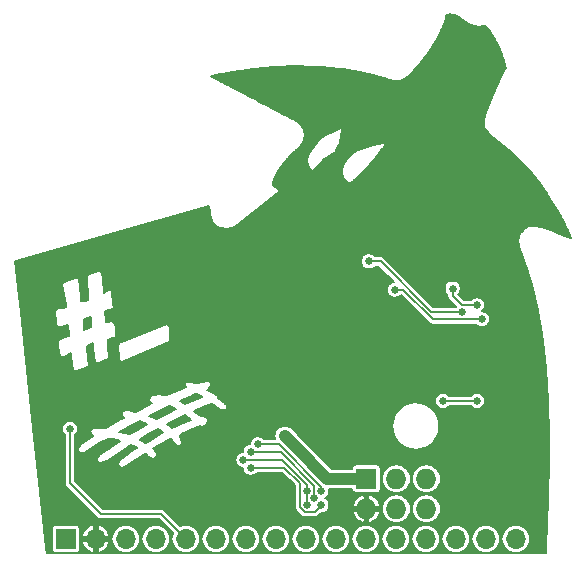
<source format=gtl>
G04 #@! TF.GenerationSoftware,KiCad,Pcbnew,(5.1.2)-1*
G04 #@! TF.CreationDate,2019-07-09T23:17:51-04:00*
G04 #@! TF.ProjectId,SPIvSPI_SAO_White,53504976-5350-4495-9f53-414f5f576869,0*
G04 #@! TF.SameCoordinates,PX90f5600PY584f6c0*
G04 #@! TF.FileFunction,Copper,L1,Top*
G04 #@! TF.FilePolarity,Positive*
%FSLAX46Y46*%
G04 Gerber Fmt 4.6, Leading zero omitted, Abs format (unit mm)*
G04 Created by KiCad (PCBNEW (5.1.2)-1) date 2019-07-09 23:17:51*
%MOMM*%
%LPD*%
G04 APERTURE LIST*
%ADD10O,1.727200X1.727200*%
%ADD11R,1.727200X1.727200*%
%ADD12O,1.700000X1.700000*%
%ADD13R,1.700000X1.700000*%
%ADD14C,0.650000*%
%ADD15C,1.016000*%
%ADD16C,0.177800*%
%ADD17C,0.203200*%
G04 APERTURE END LIST*
D10*
X11496000Y-14610000D03*
X11496000Y-12070000D03*
X8956000Y-14610000D03*
X8956000Y-12070000D03*
X6416000Y-14610000D03*
D11*
X6416000Y-12070000D03*
D12*
X19069000Y-17170000D03*
X16529000Y-17170000D03*
X13989000Y-17170000D03*
X11449000Y-17170000D03*
X8909000Y-17170000D03*
X6369000Y-17170000D03*
X3829000Y-17170000D03*
X1289000Y-17170000D03*
X-1251000Y-17170000D03*
X-3791000Y-17170000D03*
X-6331000Y-17170000D03*
X-8871000Y-17170000D03*
X-11411000Y-17170000D03*
X-13951000Y-17170000D03*
X-16491000Y-17170000D03*
D13*
X-19031000Y-17170000D03*
D14*
X4616000Y-1670000D03*
X10950000Y16850000D03*
X350000Y-9300000D03*
X-500000Y-8450000D03*
X8816000Y3930000D03*
X16216000Y1430000D03*
X12916000Y-5470000D03*
X15782300Y2619681D03*
X13716002Y4030000D03*
X2616000Y-13070000D03*
X15783690Y-5470000D03*
X-2770006Y-9170000D03*
X6616000Y6333489D03*
X14500000Y2050000D03*
X-3384006Y-11120000D03*
X2616000Y-14320000D03*
X-3984000Y-10470000D03*
X1416000Y-13069986D03*
X1433273Y-14286388D03*
X-3384000Y-9820000D03*
X2016000Y-13720004D03*
X-18684004Y-7870000D03*
D15*
X6416000Y-12070000D02*
X3120000Y-12070000D01*
X3120000Y-12070000D02*
X350000Y-9300000D01*
X350000Y-9300000D02*
X-500000Y-8450000D01*
D16*
X15756381Y1430000D02*
X16216000Y1430000D01*
X12020000Y1430000D02*
X15756381Y1430000D01*
X8816000Y3930000D02*
X9520000Y3930000D01*
X9520000Y3930000D02*
X12020000Y1430000D01*
X13716002Y3383998D02*
X13716002Y4030000D01*
X15782300Y2619681D02*
X14480319Y2619681D01*
X14480319Y2619681D02*
X13716002Y3383998D01*
X12916000Y-5470000D02*
X15783690Y-5470000D01*
X-2310387Y-9170000D02*
X-2770006Y-9170000D01*
X-980000Y-9170000D02*
X-2310387Y-9170000D01*
X2616000Y-13070000D02*
X2616000Y-12766000D01*
X2616000Y-12766000D02*
X-980000Y-9170000D01*
X12950000Y2050000D02*
X14500000Y2050000D01*
X11900000Y2050000D02*
X12950000Y2050000D01*
X6616000Y6333489D02*
X7616511Y6333489D01*
X7616511Y6333489D02*
X11900000Y2050000D01*
X-3384006Y-11120000D02*
X-530000Y-11120000D01*
X-530000Y-11120000D02*
X800000Y-12450000D01*
X800000Y-12450000D02*
X800000Y-14500000D01*
X800000Y-14500000D02*
X1200000Y-14900000D01*
X2291001Y-14644999D02*
X2616000Y-14320000D01*
X1200000Y-14900000D02*
X2036000Y-14900000D01*
X2036000Y-14900000D02*
X2291001Y-14644999D01*
X1416000Y-12570000D02*
X1416000Y-13069986D01*
X-3984000Y-10470000D02*
X-684000Y-10470000D01*
X-684000Y-10470000D02*
X1416000Y-12570000D01*
X1416000Y-14269115D02*
X1433273Y-14286388D01*
X1416000Y-13069986D02*
X1416000Y-14269115D01*
X2016000Y-12670000D02*
X2016000Y-13720004D01*
X-3384000Y-9820000D02*
X-834000Y-9820000D01*
X-834000Y-9820000D02*
X2016000Y-12670000D01*
X-18684004Y-12469996D02*
X-18684004Y-7870000D01*
X-16084000Y-15070000D02*
X-18684004Y-12469996D01*
X-10984000Y-15070000D02*
X-16084000Y-15070000D01*
X-8871000Y-17170000D02*
X-8884000Y-17170000D01*
X-8884000Y-17170000D02*
X-10984000Y-15070000D01*
D17*
G36*
X13581756Y27234272D02*
G01*
X13887109Y27162424D01*
X14083092Y27092071D01*
X14122714Y27075056D01*
X14184162Y27046849D01*
X14243305Y27018035D01*
X14302465Y26987612D01*
X14361679Y26955586D01*
X14368229Y26951873D01*
X14686085Y26727929D01*
X15094724Y26418958D01*
X15119528Y26405172D01*
X15232555Y26361700D01*
X15241004Y26358166D01*
X15252735Y26351372D01*
X15257905Y26349061D01*
X15329634Y26317609D01*
X15342686Y26313349D01*
X15355092Y26307457D01*
X15360433Y26305575D01*
X15435238Y26279811D01*
X15448830Y26276572D01*
X15461896Y26271644D01*
X15467374Y26270210D01*
X15476388Y26267918D01*
X15509528Y26255172D01*
X15530780Y26249547D01*
X15648776Y26231669D01*
X15668806Y26228378D01*
X15671772Y26228185D01*
X15860780Y26199547D01*
X15889428Y26199291D01*
X16339428Y26259291D01*
X16352179Y26261831D01*
X16445578Y26286738D01*
X16689766Y26042550D01*
X16863336Y25820380D01*
X16889911Y25782845D01*
X16934784Y25717876D01*
X16974012Y25659670D01*
X17012896Y25600636D01*
X17055839Y25533864D01*
X17093319Y25474189D01*
X17129412Y25415455D01*
X17169248Y25349155D01*
X17208166Y25282838D01*
X17242920Y25222289D01*
X17277650Y25160499D01*
X17311704Y25098620D01*
X17347023Y25033064D01*
X17380324Y24969923D01*
X17412795Y24907070D01*
X17448249Y24836948D01*
X17481105Y24770531D01*
X17513108Y24704461D01*
X17544314Y24638680D01*
X17577563Y24567068D01*
X17608708Y24498512D01*
X17639573Y24429106D01*
X17669633Y24360050D01*
X17698724Y24291794D01*
X17728375Y24220717D01*
X17757996Y24148128D01*
X17787480Y24074236D01*
X17814698Y24004491D01*
X17841319Y23934794D01*
X17868169Y23862929D01*
X17893905Y23792493D01*
X17920077Y23719223D01*
X17945062Y23647633D01*
X17970431Y23573198D01*
X17994978Y23499399D01*
X18018659Y23426414D01*
X18042051Y23352473D01*
X18065265Y23277125D01*
X18087485Y23202997D01*
X18109198Y23128455D01*
X18131732Y23048647D01*
X18152519Y22972498D01*
X18172704Y22895838D01*
X18192640Y22816921D01*
X18210777Y22741471D01*
X18211320Y22739044D01*
X18175363Y22673227D01*
X18175326Y22673140D01*
X18174378Y22671413D01*
X18137870Y22603772D01*
X18137838Y22603696D01*
X18136902Y22601970D01*
X18100017Y22532799D01*
X18099982Y22532713D01*
X18099108Y22531084D01*
X18064554Y22465531D01*
X18064519Y22465445D01*
X18063711Y22463922D01*
X18029315Y22397954D01*
X18029284Y22397876D01*
X18028500Y22396383D01*
X17994268Y22330025D01*
X17994236Y22329945D01*
X17993479Y22328487D01*
X17959418Y22261764D01*
X17959388Y22261688D01*
X17958664Y22260280D01*
X17924245Y22192167D01*
X17924214Y22192088D01*
X17923491Y22190667D01*
X17888205Y22120114D01*
X17888176Y22120039D01*
X17887485Y22118667D01*
X17853967Y22050976D01*
X17853938Y22050899D01*
X17853276Y22049573D01*
X17818386Y21978424D01*
X17818357Y21978347D01*
X17817708Y21977034D01*
X17784063Y21907756D01*
X17784037Y21907687D01*
X17783413Y21906412D01*
X17748429Y21833697D01*
X17748402Y21833623D01*
X17747752Y21832283D01*
X17710452Y21753981D01*
X17710426Y21753908D01*
X17709816Y21752639D01*
X17675816Y21680586D01*
X17675793Y21680521D01*
X17675223Y21679325D01*
X17641959Y21608200D01*
X17641935Y21608131D01*
X17641407Y21607014D01*
X17609369Y21537932D01*
X17609343Y21537857D01*
X17608804Y21536706D01*
X17596108Y21509090D01*
X17564650Y21444473D01*
X17560709Y21435245D01*
X17554082Y21417328D01*
X17540918Y21388448D01*
X17540895Y21388381D01*
X17540420Y21387350D01*
X17509089Y21318070D01*
X17509070Y21318015D01*
X17508609Y21317006D01*
X17477512Y21247713D01*
X17477491Y21247651D01*
X17477039Y21246655D01*
X17446184Y21177372D01*
X17446163Y21177309D01*
X17445718Y21176321D01*
X17412247Y21100587D01*
X17412227Y21100525D01*
X17411772Y21099508D01*
X17380490Y21028167D01*
X17380471Y21028108D01*
X17380058Y21027178D01*
X17349044Y20955933D01*
X17349025Y20955873D01*
X17348606Y20954923D01*
X17316942Y20881642D01*
X17316923Y20881584D01*
X17316498Y20880611D01*
X17282378Y20801042D01*
X17282359Y20800982D01*
X17281935Y20800005D01*
X17249083Y20722801D01*
X17249064Y20722742D01*
X17248679Y20721847D01*
X17218868Y20651290D01*
X17218852Y20651239D01*
X17218479Y20650367D01*
X17188078Y20577915D01*
X17188063Y20577865D01*
X17187707Y20577029D01*
X17157624Y20504855D01*
X17157606Y20504796D01*
X17157247Y20503946D01*
X17126620Y20429965D01*
X17126603Y20429909D01*
X17126231Y20429022D01*
X17091660Y20344912D01*
X17091645Y20344861D01*
X17091274Y20343971D01*
X17060559Y20268707D01*
X17060542Y20268650D01*
X17060200Y20267823D01*
X17029873Y20193007D01*
X17029857Y20192952D01*
X17029510Y20192108D01*
X16996273Y20109547D01*
X16996257Y20109491D01*
X16995918Y20108661D01*
X16966427Y20034906D01*
X16966412Y20034855D01*
X16966106Y20034100D01*
X16937019Y19960902D01*
X16937005Y19960854D01*
X16936700Y19960097D01*
X16908027Y19887489D01*
X16908014Y19887442D01*
X16907715Y19886697D01*
X16879463Y19814713D01*
X16879448Y19814661D01*
X16879150Y19813912D01*
X16848257Y19734707D01*
X16848243Y19734658D01*
X16847933Y19733874D01*
X16817575Y19655529D01*
X16817560Y19655477D01*
X16817261Y19654715D01*
X16787445Y19577279D01*
X16787431Y19577230D01*
X16787140Y19576484D01*
X16757878Y19500006D01*
X16757863Y19499953D01*
X16757580Y19499223D01*
X16728880Y19423747D01*
X16728869Y19423707D01*
X16728593Y19422992D01*
X16700463Y19348569D01*
X16700450Y19348520D01*
X16700183Y19347825D01*
X16672632Y19274500D01*
X16672620Y19274454D01*
X16672348Y19273742D01*
X16642721Y19194411D01*
X16642709Y19194368D01*
X16642429Y19193628D01*
X16614178Y19117501D01*
X16614167Y19117459D01*
X16613896Y19116740D01*
X16585715Y19040336D01*
X16585702Y19040286D01*
X16585439Y19039584D01*
X16557390Y18963074D01*
X16557378Y18963027D01*
X16557109Y18962305D01*
X16528066Y18882585D01*
X16528053Y18882536D01*
X16527780Y18881797D01*
X16499659Y18804109D01*
X16499648Y18804064D01*
X16499388Y18803358D01*
X16476878Y18740788D01*
X16442469Y18659680D01*
X16435676Y18636052D01*
X16432141Y18613956D01*
X16432010Y18613570D01*
X16429991Y18604895D01*
X16426686Y18596631D01*
X16425144Y18591181D01*
X16403105Y18511148D01*
X16400616Y18496730D01*
X16396369Y18482725D01*
X16395301Y18477164D01*
X16379211Y18390087D01*
X16377881Y18374479D01*
X16374719Y18359140D01*
X16374161Y18353504D01*
X16365687Y18261289D01*
X16365790Y18244461D01*
X16364001Y18227730D01*
X16363990Y18222067D01*
X16364161Y18189085D01*
X16355676Y18136052D01*
X16355147Y18107701D01*
X16405147Y17697701D01*
X16409484Y17678262D01*
X16421016Y17654321D01*
X16611016Y17364321D01*
X16622135Y17350239D01*
X16962135Y16990239D01*
X16973411Y16979968D01*
X17751684Y16371318D01*
X18637481Y15614908D01*
X19423959Y14848341D01*
X20240742Y14001675D01*
X20702821Y13460705D01*
X20721992Y13437149D01*
X20775125Y13371322D01*
X20819370Y13316055D01*
X20867472Y13255494D01*
X20915604Y13194392D01*
X20959801Y13137834D01*
X21007462Y13076356D01*
X21051110Y13019603D01*
X21098296Y12957753D01*
X21144887Y12896169D01*
X21188042Y12838667D01*
X21230882Y12781140D01*
X21277757Y12717674D01*
X21322774Y12656217D01*
X21365799Y12596994D01*
X21410265Y12535285D01*
X21452008Y12476886D01*
X21493466Y12418431D01*
X21535069Y12359305D01*
X21576067Y12300576D01*
X21623361Y12232247D01*
X21664131Y12172840D01*
X21707644Y12108910D01*
X21730747Y12074686D01*
X22248272Y11188753D01*
X22250880Y11184528D01*
X22650886Y10570726D01*
X22683509Y10511632D01*
X22718688Y10447340D01*
X22756489Y10377655D01*
X22793226Y10309335D01*
X22828449Y10243262D01*
X22864853Y10174382D01*
X22899083Y10109055D01*
X22933710Y10042414D01*
X22975394Y9961443D01*
X23008938Y9895666D01*
X23044976Y9824391D01*
X23078148Y9758208D01*
X23113210Y9687650D01*
X23146761Y9619542D01*
X23180046Y9551392D01*
X23214481Y9480269D01*
X23246838Y9412860D01*
X23278991Y9345311D01*
X23316529Y9265722D01*
X23350233Y9193583D01*
X23386571Y9115082D01*
X23417964Y9046643D01*
X23451128Y8973711D01*
X23482169Y8904849D01*
X23513791Y8834099D01*
X23544575Y8764630D01*
X23575044Y8695288D01*
X23608480Y8618512D01*
X23638086Y8549928D01*
X23668744Y8478301D01*
X23700488Y8403481D01*
X23707157Y8387623D01*
X23726880Y8323074D01*
X23023733Y8604333D01*
X23020484Y8605569D01*
X22050484Y8955569D01*
X22046433Y8956935D01*
X21186519Y9226908D01*
X20746805Y9366817D01*
X20727325Y9370967D01*
X20708004Y9371285D01*
X20328004Y9341285D01*
X20303113Y9336130D01*
X19923113Y9206130D01*
X19904991Y9197867D01*
X19884158Y9181842D01*
X19564158Y8861842D01*
X19548137Y8841017D01*
X19368137Y8531017D01*
X19359873Y8512896D01*
X19356461Y8500360D01*
X19266461Y8060360D01*
X19264401Y8040550D01*
X19264958Y8029364D01*
X19304958Y7649364D01*
X19311093Y7623735D01*
X19331167Y7571201D01*
X19332403Y7563805D01*
X19333915Y7558348D01*
X19356270Y7479798D01*
X19360897Y7468042D01*
X19363922Y7455773D01*
X19365845Y7450446D01*
X19392934Y7377012D01*
X19394885Y7372985D01*
X19396111Y7368683D01*
X19398224Y7363428D01*
X19399136Y7361206D01*
X19430851Y7283554D01*
X19464081Y7201339D01*
X19497016Y7118971D01*
X19525278Y7047577D01*
X19558601Y6962522D01*
X19587277Y6888556D01*
X19615763Y6814361D01*
X19643055Y6742584D01*
X19682478Y6637687D01*
X19710186Y6563081D01*
X19737790Y6488018D01*
X19770988Y6396741D01*
X19804933Y6302250D01*
X19832549Y6224491D01*
X19859199Y6148678D01*
X19887260Y6068009D01*
X19916764Y5982257D01*
X19942731Y5905954D01*
X19968506Y5829432D01*
X19994075Y5752747D01*
X20026681Y5653789D01*
X20052505Y5574473D01*
X20077444Y5497052D01*
X20102198Y5419405D01*
X20135912Y5312316D01*
X20167728Y5209812D01*
X20191819Y5131238D01*
X20215644Y5052693D01*
X20239119Y4974475D01*
X20269896Y4870637D01*
X20293132Y4791256D01*
X20316073Y4712023D01*
X20338934Y4632197D01*
X20361428Y4552787D01*
X20383821Y4472864D01*
X20408858Y4382440D01*
X20430851Y4302072D01*
X20452661Y4221467D01*
X20474319Y4140524D01*
X20495724Y4059615D01*
X20516902Y3978660D01*
X20538101Y3896689D01*
X20558228Y3817986D01*
X20578982Y3735901D01*
X20598838Y3656472D01*
X20625440Y3548634D01*
X20648071Y3455576D01*
X20670448Y3362343D01*
X20690048Y3279647D01*
X20711987Y3185899D01*
X20733625Y3092189D01*
X20759814Y2977056D01*
X20780959Y2882667D01*
X20799637Y2798218D01*
X20818040Y2713974D01*
X20838056Y2621157D01*
X20857708Y2528788D01*
X20894464Y2352587D01*
X20912975Y2262080D01*
X20930368Y2175915D01*
X20947390Y2090507D01*
X20965450Y1998675D01*
X20985881Y1893242D01*
X21008574Y1774138D01*
X21025456Y1684129D01*
X21043538Y1586325D01*
X21059443Y1499073D01*
X21076224Y1405734D01*
X21092780Y1312309D01*
X21108238Y1223854D01*
X21122859Y1139054D01*
X21151509Y969543D01*
X21169952Y858002D01*
X21184429Y769038D01*
X21198702Y680087D01*
X21212966Y589898D01*
X21226979Y500021D01*
X21240829Y409889D01*
X21254526Y319448D01*
X21267973Y229327D01*
X21280968Y140968D01*
X21294190Y49722D01*
X21307175Y-41249D01*
X21322067Y-147306D01*
X21336301Y-250463D01*
X21350337Y-353974D01*
X21362689Y-446583D01*
X21374723Y-538235D01*
X21374723Y-538237D01*
X21386790Y-631638D01*
X21398156Y-720990D01*
X21409918Y-814959D01*
X21421728Y-910871D01*
X21434068Y-1012857D01*
X21446709Y-1119280D01*
X21458623Y-1221466D01*
X21471157Y-1331048D01*
X21483115Y-1437668D01*
X21500338Y-1594987D01*
X21513050Y-1714106D01*
X21522740Y-1806735D01*
X21532909Y-1905704D01*
X21542245Y-1998238D01*
X21552079Y-2097549D01*
X21562099Y-2200720D01*
X21570692Y-2290895D01*
X21579825Y-2388519D01*
X21588141Y-2479088D01*
X21596410Y-2570834D01*
X21604497Y-2662212D01*
X21612500Y-2754350D01*
X21620815Y-2851991D01*
X21628554Y-2944693D01*
X21636083Y-3036642D01*
X21636084Y-3036662D01*
X21643571Y-3129892D01*
X21650831Y-3222151D01*
X21658036Y-3315601D01*
X21665057Y-3408504D01*
X21672005Y-3502384D01*
X21678813Y-3596318D01*
X21685431Y-3689611D01*
X21691964Y-3783719D01*
X21698793Y-3884349D01*
X21698795Y-3884387D01*
X21705108Y-3979554D01*
X21711214Y-4073722D01*
X21717232Y-4168738D01*
X21723164Y-4264534D01*
X21728923Y-4359820D01*
X21734541Y-4454993D01*
X21734541Y-4455000D01*
X21740242Y-4554051D01*
X21745989Y-4656541D01*
X21751627Y-4759882D01*
X21757252Y-4865893D01*
X21762225Y-4962294D01*
X21762225Y-4962299D01*
X21767122Y-5059767D01*
X21772022Y-5160129D01*
X21776931Y-5263621D01*
X21776933Y-5263668D01*
X21781897Y-5371712D01*
X21786239Y-5469072D01*
X21790482Y-5567197D01*
X21794739Y-5668780D01*
X21799655Y-5790386D01*
X21804670Y-5919611D01*
X21809072Y-6037892D01*
X21814265Y-6184070D01*
X21818199Y-6300176D01*
X21823038Y-6450282D01*
X21826620Y-6567386D01*
X21826620Y-6567405D01*
X21829469Y-6664617D01*
X21832397Y-6768802D01*
X21835025Y-6866435D01*
X21835025Y-6866448D01*
X21837730Y-6971568D01*
X21840206Y-7072522D01*
X21840206Y-7072550D01*
X21842659Y-7177653D01*
X21844993Y-7283009D01*
X21847077Y-7382217D01*
X21849035Y-7480720D01*
X21851088Y-7590156D01*
X21853198Y-7710666D01*
X21855828Y-7875233D01*
X21857764Y-8009809D01*
X21857764Y-8009821D01*
X21859394Y-8134901D01*
X21859395Y-8134907D01*
X21860583Y-8234985D01*
X21861783Y-8346203D01*
X21861783Y-8346217D01*
X21862828Y-8454229D01*
X21863734Y-8559402D01*
X21864529Y-8663968D01*
X21865219Y-8769144D01*
X21865219Y-8769173D01*
X21865821Y-8878126D01*
X21866324Y-8990853D01*
X21866324Y-8990863D01*
X21866710Y-9104292D01*
X21867015Y-9241894D01*
X21867143Y-9373232D01*
X21867105Y-9515699D01*
X21867105Y-9515713D01*
X21866969Y-9616002D01*
X21866743Y-9715771D01*
X21866429Y-9816096D01*
X21866429Y-9816108D01*
X21866026Y-9916997D01*
X21865536Y-10017386D01*
X21864958Y-10118322D01*
X21864958Y-10118326D01*
X21864290Y-10219459D01*
X21864290Y-10219485D01*
X21863538Y-10320843D01*
X21862699Y-10422400D01*
X21861772Y-10524152D01*
X21861772Y-10524162D01*
X21860759Y-10626095D01*
X21860758Y-10626133D01*
X21859659Y-10728315D01*
X21858475Y-10830696D01*
X21857205Y-10933289D01*
X21855847Y-11036409D01*
X21854413Y-11139063D01*
X21854412Y-11139099D01*
X21852892Y-11242299D01*
X21851285Y-11345724D01*
X21849596Y-11449337D01*
X21849596Y-11449350D01*
X21847824Y-11553163D01*
X21847823Y-11553189D01*
X21845969Y-11657227D01*
X21844027Y-11761676D01*
X21842013Y-11865954D01*
X21839914Y-11970609D01*
X21839914Y-11970621D01*
X21837733Y-12075485D01*
X21837732Y-12075503D01*
X21835470Y-12180565D01*
X21835469Y-12180596D01*
X21833120Y-12286187D01*
X21830705Y-12391408D01*
X21828204Y-12497043D01*
X21828201Y-12497133D01*
X21825619Y-12603064D01*
X21822950Y-12709489D01*
X21822951Y-12709498D01*
X21820218Y-12815577D01*
X21817404Y-12922050D01*
X21817401Y-12922131D01*
X21814502Y-13028925D01*
X21811530Y-13135913D01*
X21808479Y-13243121D01*
X21805352Y-13350510D01*
X21805351Y-13350543D01*
X21802147Y-13458174D01*
X21798868Y-13565941D01*
X21798865Y-13566027D01*
X21795502Y-13674348D01*
X21795502Y-13674353D01*
X21792078Y-13782345D01*
X21792078Y-13782356D01*
X21788562Y-13891097D01*
X21784993Y-13999477D01*
X21784990Y-13999550D01*
X21781325Y-14108718D01*
X21781325Y-14108725D01*
X21777605Y-14217578D01*
X21777604Y-14217613D01*
X21773803Y-14326922D01*
X21773801Y-14326966D01*
X21770195Y-14428923D01*
X21770196Y-14428931D01*
X21766542Y-14530599D01*
X21766542Y-14530610D01*
X21762533Y-14640491D01*
X21762530Y-14640570D01*
X21758445Y-14750713D01*
X21758443Y-14750763D01*
X21754278Y-14861396D01*
X21750364Y-14963860D01*
X21745758Y-15082622D01*
X21741390Y-15193640D01*
X21741389Y-15193667D01*
X21736950Y-15304873D01*
X21736946Y-15304949D01*
X21732427Y-15416661D01*
X21727854Y-15528146D01*
X21727853Y-15528157D01*
X21723874Y-15624008D01*
X21723871Y-15624076D01*
X21719829Y-15720348D01*
X21715756Y-15816356D01*
X21715753Y-15816423D01*
X21711622Y-15912811D01*
X21711621Y-15912824D01*
X21707437Y-16009388D01*
X21702840Y-16114382D01*
X21702840Y-16114389D01*
X21697486Y-16235243D01*
X21697480Y-16235350D01*
X21692766Y-16340572D01*
X21688357Y-16438033D01*
X21688357Y-16438040D01*
X21683914Y-16535297D01*
X21679417Y-16632817D01*
X21679413Y-16632892D01*
X21673720Y-16755125D01*
X21673719Y-16755148D01*
X21668715Y-16861477D01*
X21668715Y-16861483D01*
X21663673Y-16967639D01*
X21658959Y-17065940D01*
X21658957Y-17065979D01*
X21654203Y-17164358D01*
X21654197Y-17164464D01*
X21648584Y-17279592D01*
X21643318Y-17386635D01*
X21643315Y-17386689D01*
X21637983Y-17494148D01*
X21637983Y-17494155D01*
X21632197Y-17609692D01*
X21632195Y-17609733D01*
X21626758Y-17717405D01*
X21626758Y-17717410D01*
X21620416Y-17841927D01*
X21615292Y-17941709D01*
X21609695Y-18049897D01*
X21609690Y-18049989D01*
X21604033Y-18158481D01*
X21598766Y-18258788D01*
X21593457Y-18359203D01*
X21593453Y-18359264D01*
X21592476Y-18377618D01*
X-20657187Y-18379317D01*
X-20703150Y-17951585D01*
X-20878475Y-16320000D01*
X-20238320Y-16320000D01*
X-20238320Y-18020000D01*
X-20231454Y-18089710D01*
X-20211121Y-18156740D01*
X-20178101Y-18218516D01*
X-20133663Y-18272663D01*
X-20079516Y-18317101D01*
X-20017740Y-18350121D01*
X-19950710Y-18370454D01*
X-19881000Y-18377320D01*
X-18181000Y-18377320D01*
X-18111290Y-18370454D01*
X-18044260Y-18350121D01*
X-17982484Y-18317101D01*
X-17928337Y-18272663D01*
X-17883899Y-18218516D01*
X-17850879Y-18156740D01*
X-17830546Y-18089710D01*
X-17823680Y-18020000D01*
X-17823680Y-17507609D01*
X-17648371Y-17507609D01*
X-17560268Y-17726914D01*
X-17431074Y-17924817D01*
X-17265753Y-18093713D01*
X-17070659Y-18227111D01*
X-16853289Y-18319885D01*
X-16828608Y-18327365D01*
X-16643400Y-18276252D01*
X-16643400Y-17322400D01*
X-16338600Y-17322400D01*
X-16338600Y-18276252D01*
X-16153392Y-18327365D01*
X-16128711Y-18319885D01*
X-15911341Y-18227111D01*
X-15716247Y-18093713D01*
X-15550926Y-17924817D01*
X-15421732Y-17726914D01*
X-15333629Y-17507609D01*
X-15383964Y-17322400D01*
X-16338600Y-17322400D01*
X-16643400Y-17322400D01*
X-17598036Y-17322400D01*
X-17648371Y-17507609D01*
X-17823680Y-17507609D01*
X-17823680Y-17170000D01*
X-15162433Y-17170000D01*
X-15139156Y-17406339D01*
X-15070218Y-17633595D01*
X-14958270Y-17843036D01*
X-14807612Y-18026612D01*
X-14624036Y-18177270D01*
X-14414595Y-18289218D01*
X-14187339Y-18358156D01*
X-14010224Y-18375600D01*
X-13891776Y-18375600D01*
X-13714661Y-18358156D01*
X-13487405Y-18289218D01*
X-13277964Y-18177270D01*
X-13094388Y-18026612D01*
X-12943730Y-17843036D01*
X-12831782Y-17633595D01*
X-12762844Y-17406339D01*
X-12739567Y-17170000D01*
X-12622433Y-17170000D01*
X-12599156Y-17406339D01*
X-12530218Y-17633595D01*
X-12418270Y-17843036D01*
X-12267612Y-18026612D01*
X-12084036Y-18177270D01*
X-11874595Y-18289218D01*
X-11647339Y-18358156D01*
X-11470224Y-18375600D01*
X-11351776Y-18375600D01*
X-11174661Y-18358156D01*
X-10947405Y-18289218D01*
X-10737964Y-18177270D01*
X-10554388Y-18026612D01*
X-10403730Y-17843036D01*
X-10291782Y-17633595D01*
X-10222844Y-17406339D01*
X-10199567Y-17170000D01*
X-10222844Y-16933661D01*
X-10291782Y-16706405D01*
X-10403730Y-16496964D01*
X-10554388Y-16313388D01*
X-10737964Y-16162730D01*
X-10947405Y-16050782D01*
X-11174661Y-15981844D01*
X-11351776Y-15964400D01*
X-11470224Y-15964400D01*
X-11647339Y-15981844D01*
X-11874595Y-16050782D01*
X-12084036Y-16162730D01*
X-12267612Y-16313388D01*
X-12418270Y-16496964D01*
X-12530218Y-16706405D01*
X-12599156Y-16933661D01*
X-12622433Y-17170000D01*
X-12739567Y-17170000D01*
X-12762844Y-16933661D01*
X-12831782Y-16706405D01*
X-12943730Y-16496964D01*
X-13094388Y-16313388D01*
X-13277964Y-16162730D01*
X-13487405Y-16050782D01*
X-13714661Y-15981844D01*
X-13891776Y-15964400D01*
X-14010224Y-15964400D01*
X-14187339Y-15981844D01*
X-14414595Y-16050782D01*
X-14624036Y-16162730D01*
X-14807612Y-16313388D01*
X-14958270Y-16496964D01*
X-15070218Y-16706405D01*
X-15139156Y-16933661D01*
X-15162433Y-17170000D01*
X-17823680Y-17170000D01*
X-17823680Y-16832391D01*
X-17648371Y-16832391D01*
X-17598036Y-17017600D01*
X-16643400Y-17017600D01*
X-16643400Y-16063748D01*
X-16338600Y-16063748D01*
X-16338600Y-17017600D01*
X-15383964Y-17017600D01*
X-15333629Y-16832391D01*
X-15421732Y-16613086D01*
X-15550926Y-16415183D01*
X-15716247Y-16246287D01*
X-15911341Y-16112889D01*
X-16128711Y-16020115D01*
X-16153392Y-16012635D01*
X-16338600Y-16063748D01*
X-16643400Y-16063748D01*
X-16828608Y-16012635D01*
X-16853289Y-16020115D01*
X-17070659Y-16112889D01*
X-17265753Y-16246287D01*
X-17431074Y-16415183D01*
X-17560268Y-16613086D01*
X-17648371Y-16832391D01*
X-17823680Y-16832391D01*
X-17823680Y-16320000D01*
X-17830546Y-16250290D01*
X-17850879Y-16183260D01*
X-17883899Y-16121484D01*
X-17928337Y-16067337D01*
X-17982484Y-16022899D01*
X-18044260Y-15989879D01*
X-18111290Y-15969546D01*
X-18181000Y-15962680D01*
X-19881000Y-15962680D01*
X-19950710Y-15969546D01*
X-20017740Y-15989879D01*
X-20079516Y-16022899D01*
X-20133663Y-16067337D01*
X-20178101Y-16121484D01*
X-20211121Y-16183260D01*
X-20231454Y-16250290D01*
X-20238320Y-16320000D01*
X-20878475Y-16320000D01*
X-21467182Y-10841482D01*
X-21793691Y-7802967D01*
X-19364604Y-7802967D01*
X-19364604Y-7937033D01*
X-19338449Y-8068524D01*
X-19287144Y-8192385D01*
X-19212660Y-8303857D01*
X-19128503Y-8388014D01*
X-19128504Y-12448176D01*
X-19130653Y-12469996D01*
X-19128504Y-12491816D01*
X-19128504Y-12491825D01*
X-19122072Y-12557132D01*
X-19097099Y-12639456D01*
X-19096655Y-12640921D01*
X-19055380Y-12718141D01*
X-19022168Y-12758610D01*
X-18999833Y-12785825D01*
X-18982874Y-12799743D01*
X-16413742Y-15368876D01*
X-16399829Y-15385829D01*
X-16382876Y-15399742D01*
X-16382873Y-15399745D01*
X-16332146Y-15441376D01*
X-16254926Y-15482651D01*
X-16171137Y-15508068D01*
X-16105830Y-15514500D01*
X-16105820Y-15514500D01*
X-16084000Y-15516649D01*
X-16062180Y-15514500D01*
X-11168117Y-15514500D01*
X-9985340Y-16697278D01*
X-9990218Y-16706405D01*
X-10059156Y-16933661D01*
X-10082433Y-17170000D01*
X-10059156Y-17406339D01*
X-9990218Y-17633595D01*
X-9878270Y-17843036D01*
X-9727612Y-18026612D01*
X-9544036Y-18177270D01*
X-9334595Y-18289218D01*
X-9107339Y-18358156D01*
X-8930224Y-18375600D01*
X-8811776Y-18375600D01*
X-8634661Y-18358156D01*
X-8407405Y-18289218D01*
X-8197964Y-18177270D01*
X-8014388Y-18026612D01*
X-7863730Y-17843036D01*
X-7751782Y-17633595D01*
X-7682844Y-17406339D01*
X-7659567Y-17170000D01*
X-7542433Y-17170000D01*
X-7519156Y-17406339D01*
X-7450218Y-17633595D01*
X-7338270Y-17843036D01*
X-7187612Y-18026612D01*
X-7004036Y-18177270D01*
X-6794595Y-18289218D01*
X-6567339Y-18358156D01*
X-6390224Y-18375600D01*
X-6271776Y-18375600D01*
X-6094661Y-18358156D01*
X-5867405Y-18289218D01*
X-5657964Y-18177270D01*
X-5474388Y-18026612D01*
X-5323730Y-17843036D01*
X-5211782Y-17633595D01*
X-5142844Y-17406339D01*
X-5119567Y-17170000D01*
X-5002433Y-17170000D01*
X-4979156Y-17406339D01*
X-4910218Y-17633595D01*
X-4798270Y-17843036D01*
X-4647612Y-18026612D01*
X-4464036Y-18177270D01*
X-4254595Y-18289218D01*
X-4027339Y-18358156D01*
X-3850224Y-18375600D01*
X-3731776Y-18375600D01*
X-3554661Y-18358156D01*
X-3327405Y-18289218D01*
X-3117964Y-18177270D01*
X-2934388Y-18026612D01*
X-2783730Y-17843036D01*
X-2671782Y-17633595D01*
X-2602844Y-17406339D01*
X-2579567Y-17170000D01*
X-2462433Y-17170000D01*
X-2439156Y-17406339D01*
X-2370218Y-17633595D01*
X-2258270Y-17843036D01*
X-2107612Y-18026612D01*
X-1924036Y-18177270D01*
X-1714595Y-18289218D01*
X-1487339Y-18358156D01*
X-1310224Y-18375600D01*
X-1191776Y-18375600D01*
X-1014661Y-18358156D01*
X-787405Y-18289218D01*
X-577964Y-18177270D01*
X-394388Y-18026612D01*
X-243730Y-17843036D01*
X-131782Y-17633595D01*
X-62844Y-17406339D01*
X-39567Y-17170000D01*
X77567Y-17170000D01*
X100844Y-17406339D01*
X169782Y-17633595D01*
X281730Y-17843036D01*
X432388Y-18026612D01*
X615964Y-18177270D01*
X825405Y-18289218D01*
X1052661Y-18358156D01*
X1229776Y-18375600D01*
X1348224Y-18375600D01*
X1525339Y-18358156D01*
X1752595Y-18289218D01*
X1962036Y-18177270D01*
X2145612Y-18026612D01*
X2296270Y-17843036D01*
X2408218Y-17633595D01*
X2477156Y-17406339D01*
X2500433Y-17170000D01*
X2617567Y-17170000D01*
X2640844Y-17406339D01*
X2709782Y-17633595D01*
X2821730Y-17843036D01*
X2972388Y-18026612D01*
X3155964Y-18177270D01*
X3365405Y-18289218D01*
X3592661Y-18358156D01*
X3769776Y-18375600D01*
X3888224Y-18375600D01*
X4065339Y-18358156D01*
X4292595Y-18289218D01*
X4502036Y-18177270D01*
X4685612Y-18026612D01*
X4836270Y-17843036D01*
X4948218Y-17633595D01*
X5017156Y-17406339D01*
X5040433Y-17170000D01*
X5157567Y-17170000D01*
X5180844Y-17406339D01*
X5249782Y-17633595D01*
X5361730Y-17843036D01*
X5512388Y-18026612D01*
X5695964Y-18177270D01*
X5905405Y-18289218D01*
X6132661Y-18358156D01*
X6309776Y-18375600D01*
X6428224Y-18375600D01*
X6605339Y-18358156D01*
X6832595Y-18289218D01*
X7042036Y-18177270D01*
X7225612Y-18026612D01*
X7376270Y-17843036D01*
X7488218Y-17633595D01*
X7557156Y-17406339D01*
X7580433Y-17170000D01*
X7697567Y-17170000D01*
X7720844Y-17406339D01*
X7789782Y-17633595D01*
X7901730Y-17843036D01*
X8052388Y-18026612D01*
X8235964Y-18177270D01*
X8445405Y-18289218D01*
X8672661Y-18358156D01*
X8849776Y-18375600D01*
X8968224Y-18375600D01*
X9145339Y-18358156D01*
X9372595Y-18289218D01*
X9582036Y-18177270D01*
X9765612Y-18026612D01*
X9916270Y-17843036D01*
X10028218Y-17633595D01*
X10097156Y-17406339D01*
X10120433Y-17170000D01*
X10237567Y-17170000D01*
X10260844Y-17406339D01*
X10329782Y-17633595D01*
X10441730Y-17843036D01*
X10592388Y-18026612D01*
X10775964Y-18177270D01*
X10985405Y-18289218D01*
X11212661Y-18358156D01*
X11389776Y-18375600D01*
X11508224Y-18375600D01*
X11685339Y-18358156D01*
X11912595Y-18289218D01*
X12122036Y-18177270D01*
X12305612Y-18026612D01*
X12456270Y-17843036D01*
X12568218Y-17633595D01*
X12637156Y-17406339D01*
X12660433Y-17170000D01*
X12777567Y-17170000D01*
X12800844Y-17406339D01*
X12869782Y-17633595D01*
X12981730Y-17843036D01*
X13132388Y-18026612D01*
X13315964Y-18177270D01*
X13525405Y-18289218D01*
X13752661Y-18358156D01*
X13929776Y-18375600D01*
X14048224Y-18375600D01*
X14225339Y-18358156D01*
X14452595Y-18289218D01*
X14662036Y-18177270D01*
X14845612Y-18026612D01*
X14996270Y-17843036D01*
X15108218Y-17633595D01*
X15177156Y-17406339D01*
X15200433Y-17170000D01*
X15317567Y-17170000D01*
X15340844Y-17406339D01*
X15409782Y-17633595D01*
X15521730Y-17843036D01*
X15672388Y-18026612D01*
X15855964Y-18177270D01*
X16065405Y-18289218D01*
X16292661Y-18358156D01*
X16469776Y-18375600D01*
X16588224Y-18375600D01*
X16765339Y-18358156D01*
X16992595Y-18289218D01*
X17202036Y-18177270D01*
X17385612Y-18026612D01*
X17536270Y-17843036D01*
X17648218Y-17633595D01*
X17717156Y-17406339D01*
X17740433Y-17170000D01*
X17857567Y-17170000D01*
X17880844Y-17406339D01*
X17949782Y-17633595D01*
X18061730Y-17843036D01*
X18212388Y-18026612D01*
X18395964Y-18177270D01*
X18605405Y-18289218D01*
X18832661Y-18358156D01*
X19009776Y-18375600D01*
X19128224Y-18375600D01*
X19305339Y-18358156D01*
X19532595Y-18289218D01*
X19742036Y-18177270D01*
X19925612Y-18026612D01*
X20076270Y-17843036D01*
X20188218Y-17633595D01*
X20257156Y-17406339D01*
X20280433Y-17170000D01*
X20257156Y-16933661D01*
X20188218Y-16706405D01*
X20076270Y-16496964D01*
X19925612Y-16313388D01*
X19742036Y-16162730D01*
X19532595Y-16050782D01*
X19305339Y-15981844D01*
X19128224Y-15964400D01*
X19009776Y-15964400D01*
X18832661Y-15981844D01*
X18605405Y-16050782D01*
X18395964Y-16162730D01*
X18212388Y-16313388D01*
X18061730Y-16496964D01*
X17949782Y-16706405D01*
X17880844Y-16933661D01*
X17857567Y-17170000D01*
X17740433Y-17170000D01*
X17717156Y-16933661D01*
X17648218Y-16706405D01*
X17536270Y-16496964D01*
X17385612Y-16313388D01*
X17202036Y-16162730D01*
X16992595Y-16050782D01*
X16765339Y-15981844D01*
X16588224Y-15964400D01*
X16469776Y-15964400D01*
X16292661Y-15981844D01*
X16065405Y-16050782D01*
X15855964Y-16162730D01*
X15672388Y-16313388D01*
X15521730Y-16496964D01*
X15409782Y-16706405D01*
X15340844Y-16933661D01*
X15317567Y-17170000D01*
X15200433Y-17170000D01*
X15177156Y-16933661D01*
X15108218Y-16706405D01*
X14996270Y-16496964D01*
X14845612Y-16313388D01*
X14662036Y-16162730D01*
X14452595Y-16050782D01*
X14225339Y-15981844D01*
X14048224Y-15964400D01*
X13929776Y-15964400D01*
X13752661Y-15981844D01*
X13525405Y-16050782D01*
X13315964Y-16162730D01*
X13132388Y-16313388D01*
X12981730Y-16496964D01*
X12869782Y-16706405D01*
X12800844Y-16933661D01*
X12777567Y-17170000D01*
X12660433Y-17170000D01*
X12637156Y-16933661D01*
X12568218Y-16706405D01*
X12456270Y-16496964D01*
X12305612Y-16313388D01*
X12122036Y-16162730D01*
X11912595Y-16050782D01*
X11685339Y-15981844D01*
X11508224Y-15964400D01*
X11389776Y-15964400D01*
X11212661Y-15981844D01*
X10985405Y-16050782D01*
X10775964Y-16162730D01*
X10592388Y-16313388D01*
X10441730Y-16496964D01*
X10329782Y-16706405D01*
X10260844Y-16933661D01*
X10237567Y-17170000D01*
X10120433Y-17170000D01*
X10097156Y-16933661D01*
X10028218Y-16706405D01*
X9916270Y-16496964D01*
X9765612Y-16313388D01*
X9582036Y-16162730D01*
X9372595Y-16050782D01*
X9145339Y-15981844D01*
X8968224Y-15964400D01*
X8849776Y-15964400D01*
X8672661Y-15981844D01*
X8445405Y-16050782D01*
X8235964Y-16162730D01*
X8052388Y-16313388D01*
X7901730Y-16496964D01*
X7789782Y-16706405D01*
X7720844Y-16933661D01*
X7697567Y-17170000D01*
X7580433Y-17170000D01*
X7557156Y-16933661D01*
X7488218Y-16706405D01*
X7376270Y-16496964D01*
X7225612Y-16313388D01*
X7042036Y-16162730D01*
X6832595Y-16050782D01*
X6605339Y-15981844D01*
X6428224Y-15964400D01*
X6309776Y-15964400D01*
X6132661Y-15981844D01*
X5905405Y-16050782D01*
X5695964Y-16162730D01*
X5512388Y-16313388D01*
X5361730Y-16496964D01*
X5249782Y-16706405D01*
X5180844Y-16933661D01*
X5157567Y-17170000D01*
X5040433Y-17170000D01*
X5017156Y-16933661D01*
X4948218Y-16706405D01*
X4836270Y-16496964D01*
X4685612Y-16313388D01*
X4502036Y-16162730D01*
X4292595Y-16050782D01*
X4065339Y-15981844D01*
X3888224Y-15964400D01*
X3769776Y-15964400D01*
X3592661Y-15981844D01*
X3365405Y-16050782D01*
X3155964Y-16162730D01*
X2972388Y-16313388D01*
X2821730Y-16496964D01*
X2709782Y-16706405D01*
X2640844Y-16933661D01*
X2617567Y-17170000D01*
X2500433Y-17170000D01*
X2477156Y-16933661D01*
X2408218Y-16706405D01*
X2296270Y-16496964D01*
X2145612Y-16313388D01*
X1962036Y-16162730D01*
X1752595Y-16050782D01*
X1525339Y-15981844D01*
X1348224Y-15964400D01*
X1229776Y-15964400D01*
X1052661Y-15981844D01*
X825405Y-16050782D01*
X615964Y-16162730D01*
X432388Y-16313388D01*
X281730Y-16496964D01*
X169782Y-16706405D01*
X100844Y-16933661D01*
X77567Y-17170000D01*
X-39567Y-17170000D01*
X-62844Y-16933661D01*
X-131782Y-16706405D01*
X-243730Y-16496964D01*
X-394388Y-16313388D01*
X-577964Y-16162730D01*
X-787405Y-16050782D01*
X-1014661Y-15981844D01*
X-1191776Y-15964400D01*
X-1310224Y-15964400D01*
X-1487339Y-15981844D01*
X-1714595Y-16050782D01*
X-1924036Y-16162730D01*
X-2107612Y-16313388D01*
X-2258270Y-16496964D01*
X-2370218Y-16706405D01*
X-2439156Y-16933661D01*
X-2462433Y-17170000D01*
X-2579567Y-17170000D01*
X-2602844Y-16933661D01*
X-2671782Y-16706405D01*
X-2783730Y-16496964D01*
X-2934388Y-16313388D01*
X-3117964Y-16162730D01*
X-3327405Y-16050782D01*
X-3554661Y-15981844D01*
X-3731776Y-15964400D01*
X-3850224Y-15964400D01*
X-4027339Y-15981844D01*
X-4254595Y-16050782D01*
X-4464036Y-16162730D01*
X-4647612Y-16313388D01*
X-4798270Y-16496964D01*
X-4910218Y-16706405D01*
X-4979156Y-16933661D01*
X-5002433Y-17170000D01*
X-5119567Y-17170000D01*
X-5142844Y-16933661D01*
X-5211782Y-16706405D01*
X-5323730Y-16496964D01*
X-5474388Y-16313388D01*
X-5657964Y-16162730D01*
X-5867405Y-16050782D01*
X-6094661Y-15981844D01*
X-6271776Y-15964400D01*
X-6390224Y-15964400D01*
X-6567339Y-15981844D01*
X-6794595Y-16050782D01*
X-7004036Y-16162730D01*
X-7187612Y-16313388D01*
X-7338270Y-16496964D01*
X-7450218Y-16706405D01*
X-7519156Y-16933661D01*
X-7542433Y-17170000D01*
X-7659567Y-17170000D01*
X-7682844Y-16933661D01*
X-7751782Y-16706405D01*
X-7863730Y-16496964D01*
X-8014388Y-16313388D01*
X-8197964Y-16162730D01*
X-8407405Y-16050782D01*
X-8634661Y-15981844D01*
X-8811776Y-15964400D01*
X-8930224Y-15964400D01*
X-9107339Y-15981844D01*
X-9334595Y-16050782D01*
X-9360665Y-16064717D01*
X-10654256Y-14771127D01*
X-10668171Y-14754171D01*
X-10735855Y-14698624D01*
X-10813074Y-14657349D01*
X-10896863Y-14631932D01*
X-10962170Y-14625500D01*
X-10962180Y-14625500D01*
X-10984000Y-14623351D01*
X-11005820Y-14625500D01*
X-15899882Y-14625500D01*
X-18239504Y-12285879D01*
X-18239504Y-9520000D01*
X-17991600Y-9520000D01*
X-17991600Y-9650000D01*
X-17987992Y-9676835D01*
X-17980874Y-9695437D01*
X-17930874Y-9795437D01*
X-17920263Y-9812292D01*
X-17906568Y-9826754D01*
X-17890315Y-9838266D01*
X-17872129Y-9846386D01*
X-17752129Y-9886386D01*
X-17725340Y-9891460D01*
X-17535340Y-9901460D01*
X-17518894Y-9900991D01*
X-17499405Y-9896884D01*
X-17309405Y-9836884D01*
X-17297861Y-9832449D01*
X-17280635Y-9822452D01*
X-17030635Y-9642452D01*
X-17030450Y-9642319D01*
X-16564444Y-9305208D01*
X-16038704Y-8997700D01*
X-16037727Y-8997121D01*
X-15648317Y-8763475D01*
X-15400121Y-8687107D01*
X-15388831Y-8682885D01*
X-15379904Y-8677829D01*
X-15039576Y-8739706D01*
X-14663508Y-8818878D01*
X-14436728Y-8879044D01*
X-15316358Y-9465464D01*
X-15318264Y-9466766D01*
X-16218264Y-10096766D01*
X-16231842Y-10108158D01*
X-16321842Y-10198158D01*
X-16337176Y-10217818D01*
X-16345681Y-10235828D01*
X-16395681Y-10375828D01*
X-16399195Y-10388024D01*
X-16401576Y-10407798D01*
X-16400054Y-10427657D01*
X-16370054Y-10597657D01*
X-16366247Y-10612543D01*
X-16358049Y-10630695D01*
X-16346467Y-10646898D01*
X-16331947Y-10660531D01*
X-16201947Y-10760531D01*
X-16185437Y-10770874D01*
X-16166835Y-10777992D01*
X-16147202Y-10781344D01*
X-16127293Y-10780802D01*
X-16107871Y-10776386D01*
X-15807871Y-10676386D01*
X-15789095Y-10667927D01*
X-15409095Y-10447927D01*
X-15405994Y-10446058D01*
X-13469036Y-9230518D01*
X-13329616Y-9283631D01*
X-13037748Y-9419836D01*
X-13010425Y-9436230D01*
X-13300468Y-9668263D01*
X-14117299Y-10226099D01*
X-14126296Y-10233011D01*
X-14486296Y-10543011D01*
X-14504536Y-10563642D01*
X-14544536Y-10623642D01*
X-14555843Y-10646286D01*
X-14560579Y-10665632D01*
X-14570579Y-10735632D01*
X-14571301Y-10742208D01*
X-14581301Y-10872208D01*
X-14580065Y-10897592D01*
X-14574711Y-10916776D01*
X-14565716Y-10934547D01*
X-14495716Y-11044547D01*
X-14483652Y-11059985D01*
X-14468584Y-11073009D01*
X-14451264Y-11082843D01*
X-14361264Y-11122843D01*
X-14339821Y-11129648D01*
X-14320000Y-11131600D01*
X-14200000Y-11131600D01*
X-14174749Y-11128412D01*
X-14156035Y-11121595D01*
X-13906035Y-11001595D01*
X-13891462Y-10993042D01*
X-13284016Y-10564842D01*
X-13021301Y-10402967D01*
X-4664600Y-10402967D01*
X-4664600Y-10537033D01*
X-4638445Y-10668524D01*
X-4587140Y-10792385D01*
X-4512656Y-10903857D01*
X-4417857Y-10998656D01*
X-4306385Y-11073140D01*
X-4182524Y-11124445D01*
X-4064606Y-11147900D01*
X-4064606Y-11187033D01*
X-4038451Y-11318524D01*
X-3987146Y-11442385D01*
X-3912662Y-11553857D01*
X-3817863Y-11648656D01*
X-3706391Y-11723140D01*
X-3582530Y-11774445D01*
X-3451039Y-11800600D01*
X-3316973Y-11800600D01*
X-3185482Y-11774445D01*
X-3061621Y-11723140D01*
X-2950149Y-11648656D01*
X-2865993Y-11564500D01*
X-714117Y-11564500D01*
X355500Y-12634118D01*
X355501Y-14478170D01*
X353351Y-14500000D01*
X361933Y-14587137D01*
X387349Y-14670925D01*
X428624Y-14748145D01*
X470255Y-14798872D01*
X470259Y-14798876D01*
X484172Y-14815829D01*
X501125Y-14829742D01*
X870258Y-15198876D01*
X884171Y-15215829D01*
X901124Y-15229742D01*
X901126Y-15229744D01*
X918094Y-15243669D01*
X951855Y-15271376D01*
X1029074Y-15312651D01*
X1112863Y-15338068D01*
X1178170Y-15344500D01*
X1178179Y-15344500D01*
X1199999Y-15346649D01*
X1221819Y-15344500D01*
X2014180Y-15344500D01*
X2036000Y-15346649D01*
X2057820Y-15344500D01*
X2057830Y-15344500D01*
X2123137Y-15338068D01*
X2206926Y-15312651D01*
X2284145Y-15271376D01*
X2351829Y-15215829D01*
X2365747Y-15198870D01*
X2564017Y-15000600D01*
X2683033Y-15000600D01*
X2814524Y-14974445D01*
X2874133Y-14949754D01*
X5245088Y-14949754D01*
X5333869Y-15171659D01*
X5464236Y-15371980D01*
X5631179Y-15543019D01*
X5828282Y-15678202D01*
X6047971Y-15772335D01*
X6076247Y-15780904D01*
X6263600Y-15729979D01*
X6263600Y-14762400D01*
X6568400Y-14762400D01*
X6568400Y-15729979D01*
X6755753Y-15780904D01*
X6784029Y-15772335D01*
X7003718Y-15678202D01*
X7200821Y-15543019D01*
X7367764Y-15371980D01*
X7498131Y-15171659D01*
X7586912Y-14949754D01*
X7536745Y-14762400D01*
X6568400Y-14762400D01*
X6263600Y-14762400D01*
X5295255Y-14762400D01*
X5245088Y-14949754D01*
X2874133Y-14949754D01*
X2938385Y-14923140D01*
X3049857Y-14848656D01*
X3144656Y-14753857D01*
X3219140Y-14642385D01*
X3232554Y-14610000D01*
X7730901Y-14610000D01*
X7754441Y-14849005D01*
X7824156Y-15078825D01*
X7937367Y-15290629D01*
X8089724Y-15476276D01*
X8275371Y-15628633D01*
X8487175Y-15741844D01*
X8716995Y-15811559D01*
X8896107Y-15829200D01*
X9015893Y-15829200D01*
X9195005Y-15811559D01*
X9424825Y-15741844D01*
X9636629Y-15628633D01*
X9822276Y-15476276D01*
X9974633Y-15290629D01*
X10087844Y-15078825D01*
X10157559Y-14849005D01*
X10181099Y-14610000D01*
X10270901Y-14610000D01*
X10294441Y-14849005D01*
X10364156Y-15078825D01*
X10477367Y-15290629D01*
X10629724Y-15476276D01*
X10815371Y-15628633D01*
X11027175Y-15741844D01*
X11256995Y-15811559D01*
X11436107Y-15829200D01*
X11555893Y-15829200D01*
X11735005Y-15811559D01*
X11964825Y-15741844D01*
X12176629Y-15628633D01*
X12362276Y-15476276D01*
X12514633Y-15290629D01*
X12627844Y-15078825D01*
X12697559Y-14849005D01*
X12721099Y-14610000D01*
X12697559Y-14370995D01*
X12627844Y-14141175D01*
X12514633Y-13929371D01*
X12362276Y-13743724D01*
X12176629Y-13591367D01*
X11964825Y-13478156D01*
X11735005Y-13408441D01*
X11555893Y-13390800D01*
X11436107Y-13390800D01*
X11256995Y-13408441D01*
X11027175Y-13478156D01*
X10815371Y-13591367D01*
X10629724Y-13743724D01*
X10477367Y-13929371D01*
X10364156Y-14141175D01*
X10294441Y-14370995D01*
X10270901Y-14610000D01*
X10181099Y-14610000D01*
X10157559Y-14370995D01*
X10087844Y-14141175D01*
X9974633Y-13929371D01*
X9822276Y-13743724D01*
X9636629Y-13591367D01*
X9424825Y-13478156D01*
X9195005Y-13408441D01*
X9015893Y-13390800D01*
X8896107Y-13390800D01*
X8716995Y-13408441D01*
X8487175Y-13478156D01*
X8275371Y-13591367D01*
X8089724Y-13743724D01*
X7937367Y-13929371D01*
X7824156Y-14141175D01*
X7754441Y-14370995D01*
X7730901Y-14610000D01*
X3232554Y-14610000D01*
X3270445Y-14518524D01*
X3296600Y-14387033D01*
X3296600Y-14270246D01*
X5245088Y-14270246D01*
X5295255Y-14457600D01*
X6263600Y-14457600D01*
X6263600Y-13490021D01*
X6568400Y-13490021D01*
X6568400Y-14457600D01*
X7536745Y-14457600D01*
X7586912Y-14270246D01*
X7498131Y-14048341D01*
X7367764Y-13848020D01*
X7200821Y-13676981D01*
X7003718Y-13541798D01*
X6784029Y-13447665D01*
X6755753Y-13439096D01*
X6568400Y-13490021D01*
X6263600Y-13490021D01*
X6076247Y-13439096D01*
X6047971Y-13447665D01*
X5828282Y-13541798D01*
X5631179Y-13676981D01*
X5464236Y-13848020D01*
X5333869Y-14048341D01*
X5245088Y-14270246D01*
X3296600Y-14270246D01*
X3296600Y-14252967D01*
X3270445Y-14121476D01*
X3219140Y-13997615D01*
X3144656Y-13886143D01*
X3049857Y-13791344D01*
X2938385Y-13716860D01*
X2885610Y-13695000D01*
X2938385Y-13673140D01*
X3049857Y-13598656D01*
X3144656Y-13503857D01*
X3219140Y-13392385D01*
X3270445Y-13268524D01*
X3296600Y-13137033D01*
X3296600Y-13002967D01*
X3282802Y-12933600D01*
X5195080Y-12933600D01*
X5201946Y-13003310D01*
X5222279Y-13070340D01*
X5255299Y-13132116D01*
X5299737Y-13186263D01*
X5353884Y-13230701D01*
X5415660Y-13263721D01*
X5482690Y-13284054D01*
X5552400Y-13290920D01*
X7279600Y-13290920D01*
X7349310Y-13284054D01*
X7416340Y-13263721D01*
X7478116Y-13230701D01*
X7532263Y-13186263D01*
X7576701Y-13132116D01*
X7609721Y-13070340D01*
X7630054Y-13003310D01*
X7636920Y-12933600D01*
X7636920Y-12070000D01*
X7730901Y-12070000D01*
X7754441Y-12309005D01*
X7824156Y-12538825D01*
X7937367Y-12750629D01*
X8089724Y-12936276D01*
X8275371Y-13088633D01*
X8487175Y-13201844D01*
X8716995Y-13271559D01*
X8896107Y-13289200D01*
X9015893Y-13289200D01*
X9195005Y-13271559D01*
X9424825Y-13201844D01*
X9636629Y-13088633D01*
X9822276Y-12936276D01*
X9974633Y-12750629D01*
X10087844Y-12538825D01*
X10157559Y-12309005D01*
X10181099Y-12070000D01*
X10270901Y-12070000D01*
X10294441Y-12309005D01*
X10364156Y-12538825D01*
X10477367Y-12750629D01*
X10629724Y-12936276D01*
X10815371Y-13088633D01*
X11027175Y-13201844D01*
X11256995Y-13271559D01*
X11436107Y-13289200D01*
X11555893Y-13289200D01*
X11735005Y-13271559D01*
X11964825Y-13201844D01*
X12176629Y-13088633D01*
X12362276Y-12936276D01*
X12514633Y-12750629D01*
X12627844Y-12538825D01*
X12697559Y-12309005D01*
X12721099Y-12070000D01*
X12697559Y-11830995D01*
X12627844Y-11601175D01*
X12514633Y-11389371D01*
X12362276Y-11203724D01*
X12176629Y-11051367D01*
X11964825Y-10938156D01*
X11735005Y-10868441D01*
X11555893Y-10850800D01*
X11436107Y-10850800D01*
X11256995Y-10868441D01*
X11027175Y-10938156D01*
X10815371Y-11051367D01*
X10629724Y-11203724D01*
X10477367Y-11389371D01*
X10364156Y-11601175D01*
X10294441Y-11830995D01*
X10270901Y-12070000D01*
X10181099Y-12070000D01*
X10157559Y-11830995D01*
X10087844Y-11601175D01*
X9974633Y-11389371D01*
X9822276Y-11203724D01*
X9636629Y-11051367D01*
X9424825Y-10938156D01*
X9195005Y-10868441D01*
X9015893Y-10850800D01*
X8896107Y-10850800D01*
X8716995Y-10868441D01*
X8487175Y-10938156D01*
X8275371Y-11051367D01*
X8089724Y-11203724D01*
X7937367Y-11389371D01*
X7824156Y-11601175D01*
X7754441Y-11830995D01*
X7730901Y-12070000D01*
X7636920Y-12070000D01*
X7636920Y-11206400D01*
X7630054Y-11136690D01*
X7609721Y-11069660D01*
X7576701Y-11007884D01*
X7532263Y-10953737D01*
X7478116Y-10909299D01*
X7416340Y-10876279D01*
X7349310Y-10855946D01*
X7279600Y-10849080D01*
X5552400Y-10849080D01*
X5482690Y-10855946D01*
X5415660Y-10876279D01*
X5353884Y-10909299D01*
X5299737Y-10953737D01*
X5255299Y-11007884D01*
X5222279Y-11069660D01*
X5201946Y-11136690D01*
X5195080Y-11206400D01*
X3477715Y-11206400D01*
X990662Y-8719349D01*
X990653Y-8719338D01*
X80661Y-7809348D01*
X-17889Y-7728469D01*
X-167916Y-7648279D01*
X-234986Y-7627933D01*
X8599595Y-7627933D01*
X8643118Y-8015948D01*
X8761178Y-8388120D01*
X8949278Y-8730273D01*
X9200254Y-9029374D01*
X9504545Y-9274031D01*
X9850562Y-9454924D01*
X10225125Y-9565164D01*
X10613967Y-9600551D01*
X11002276Y-9559738D01*
X11375264Y-9444279D01*
X11718721Y-9258573D01*
X12019567Y-9009691D01*
X12266342Y-8707115D01*
X12449647Y-8362369D01*
X12562499Y-7988585D01*
X12600600Y-7600000D01*
X12599820Y-7544140D01*
X12550884Y-7156770D01*
X12427639Y-6786283D01*
X12234780Y-6446790D01*
X11979653Y-6151222D01*
X11671975Y-5910838D01*
X11323466Y-5734793D01*
X10947401Y-5629794D01*
X10558103Y-5599839D01*
X10170401Y-5646069D01*
X9799062Y-5766725D01*
X9458230Y-5957209D01*
X9160889Y-6210266D01*
X8918362Y-6516259D01*
X8739889Y-6863530D01*
X8632267Y-7238853D01*
X8599595Y-7627933D01*
X-234986Y-7627933D01*
X-330706Y-7598896D01*
X-500000Y-7582222D01*
X-669294Y-7598896D01*
X-832084Y-7648279D01*
X-982111Y-7728469D01*
X-1113611Y-7836389D01*
X-1221531Y-7967889D01*
X-1301721Y-8117916D01*
X-1351104Y-8280706D01*
X-1367778Y-8450000D01*
X-1351104Y-8619294D01*
X-1318886Y-8725500D01*
X-2251993Y-8725500D01*
X-2336149Y-8641344D01*
X-2447621Y-8566860D01*
X-2571482Y-8515555D01*
X-2702973Y-8489400D01*
X-2837039Y-8489400D01*
X-2968530Y-8515555D01*
X-3092391Y-8566860D01*
X-3203863Y-8641344D01*
X-3298662Y-8736143D01*
X-3373146Y-8847615D01*
X-3424451Y-8971476D01*
X-3450606Y-9102967D01*
X-3450606Y-9139400D01*
X-3451033Y-9139400D01*
X-3582524Y-9165555D01*
X-3706385Y-9216860D01*
X-3817857Y-9291344D01*
X-3912656Y-9386143D01*
X-3987140Y-9497615D01*
X-4038445Y-9621476D01*
X-4064600Y-9752967D01*
X-4064600Y-9792099D01*
X-4182524Y-9815555D01*
X-4306385Y-9866860D01*
X-4417857Y-9941344D01*
X-4512656Y-10036143D01*
X-4587140Y-10147615D01*
X-4638445Y-10271476D01*
X-4664600Y-10402967D01*
X-13021301Y-10402967D01*
X-12316118Y-9968461D01*
X-12299740Y-9966641D01*
X-12240902Y-10001944D01*
X-12028344Y-10195178D01*
X-12018264Y-10203234D01*
X-11918264Y-10273234D01*
X-11900723Y-10283082D01*
X-11740723Y-10353082D01*
X-11719821Y-10359648D01*
X-11700000Y-10361600D01*
X-11570000Y-10361600D01*
X-11548024Y-10359195D01*
X-11529094Y-10353001D01*
X-11511736Y-10343234D01*
X-11411736Y-10273234D01*
X-11396004Y-10259622D01*
X-11383843Y-10243848D01*
X-11333843Y-10163848D01*
X-11327025Y-10150966D01*
X-11320819Y-10132040D01*
X-11300819Y-10042040D01*
X-11298420Y-10017997D01*
X-11300762Y-9998219D01*
X-11306918Y-9979277D01*
X-11376918Y-9819277D01*
X-11390110Y-9797229D01*
X-11598446Y-9532074D01*
X-11605684Y-9508551D01*
X-11603400Y-9503984D01*
X-10175767Y-8727041D01*
X-10102254Y-8713675D01*
X-10047795Y-8775395D01*
X-9933029Y-8918853D01*
X-9836157Y-9073848D01*
X-9828051Y-9085043D01*
X-9728051Y-9205043D01*
X-9716649Y-9216684D01*
X-9700408Y-9228214D01*
X-9630408Y-9268214D01*
X-9611567Y-9276572D01*
X-9592120Y-9280874D01*
X-9572208Y-9281301D01*
X-9442208Y-9271301D01*
X-9423165Y-9267992D01*
X-9404563Y-9260874D01*
X-9324563Y-9220874D01*
X-9313554Y-9214477D01*
X-9298158Y-9201842D01*
X-9228158Y-9131842D01*
X-9220980Y-9123862D01*
X-9210039Y-9107219D01*
X-9202556Y-9088761D01*
X-9198817Y-9069198D01*
X-9188817Y-8959198D01*
X-9188741Y-8941683D01*
X-9192309Y-8922088D01*
X-9232309Y-8782088D01*
X-9235471Y-8772761D01*
X-9364040Y-8446395D01*
X-9375172Y-8410217D01*
X-9293960Y-8309897D01*
X-8886647Y-8092032D01*
X-8115075Y-7775489D01*
X-7647981Y-7624814D01*
X-7567912Y-7647691D01*
X-7549281Y-7651175D01*
X-7529364Y-7651042D01*
X-7339364Y-7631042D01*
X-7312788Y-7624540D01*
X-7295059Y-7615464D01*
X-7155059Y-7525464D01*
X-7139779Y-7513427D01*
X-7126803Y-7498317D01*
X-7117025Y-7480966D01*
X-7110819Y-7462040D01*
X-7090819Y-7372040D01*
X-7088412Y-7348450D01*
X-7089040Y-7342940D01*
X-7036766Y-7268264D01*
X-7027025Y-7250966D01*
X-7020819Y-7232040D01*
X-7000819Y-7142040D01*
X-6998433Y-7122593D01*
X-6999879Y-7102729D01*
X-7005172Y-7083528D01*
X-7055172Y-6953528D01*
X-7061951Y-6939305D01*
X-7073533Y-6923102D01*
X-7088053Y-6909469D01*
X-7218053Y-6809469D01*
X-7237541Y-6797697D01*
X-7256364Y-6791188D01*
X-7276095Y-6788475D01*
X-7536095Y-6778475D01*
X-7547712Y-6778981D01*
X-7745360Y-6673980D01*
X-8130342Y-6385243D01*
X-8188888Y-6317691D01*
X-6999305Y-5817311D01*
X-6663299Y-5744661D01*
X-6482697Y-5818239D01*
X-6094657Y-6138372D01*
X-6078963Y-6149024D01*
X-5878963Y-6259024D01*
X-5862028Y-6266420D01*
X-5842602Y-6270815D01*
X-5682602Y-6290815D01*
X-5666554Y-6291542D01*
X-5646810Y-6288918D01*
X-5627958Y-6282493D01*
X-5517958Y-6232493D01*
X-5497241Y-6219899D01*
X-5482860Y-6206120D01*
X-5422860Y-6136120D01*
X-5412166Y-6121066D01*
X-5403891Y-6102950D01*
X-5399310Y-6083567D01*
X-5398598Y-6063662D01*
X-5408598Y-5903662D01*
X-5413432Y-5878422D01*
X-5421448Y-5860189D01*
X-5511448Y-5700189D01*
X-5519656Y-5687811D01*
X-5533332Y-5673332D01*
X-5763332Y-5473332D01*
X-5768160Y-5469387D01*
X-5854743Y-5402967D01*
X12235400Y-5402967D01*
X12235400Y-5537033D01*
X12261555Y-5668524D01*
X12312860Y-5792385D01*
X12387344Y-5903857D01*
X12482143Y-5998656D01*
X12593615Y-6073140D01*
X12717476Y-6124445D01*
X12848967Y-6150600D01*
X12983033Y-6150600D01*
X13114524Y-6124445D01*
X13238385Y-6073140D01*
X13349857Y-5998656D01*
X13434013Y-5914500D01*
X15265677Y-5914500D01*
X15349833Y-5998656D01*
X15461305Y-6073140D01*
X15585166Y-6124445D01*
X15716657Y-6150600D01*
X15850723Y-6150600D01*
X15982214Y-6124445D01*
X16106075Y-6073140D01*
X16217547Y-5998656D01*
X16312346Y-5903857D01*
X16386830Y-5792385D01*
X16438135Y-5668524D01*
X16464290Y-5537033D01*
X16464290Y-5402967D01*
X16438135Y-5271476D01*
X16386830Y-5147615D01*
X16312346Y-5036143D01*
X16217547Y-4941344D01*
X16106075Y-4866860D01*
X15982214Y-4815555D01*
X15850723Y-4789400D01*
X15716657Y-4789400D01*
X15585166Y-4815555D01*
X15461305Y-4866860D01*
X15349833Y-4941344D01*
X15265677Y-5025500D01*
X13434013Y-5025500D01*
X13349857Y-4941344D01*
X13238385Y-4866860D01*
X13114524Y-4815555D01*
X12983033Y-4789400D01*
X12848967Y-4789400D01*
X12717476Y-4815555D01*
X12593615Y-4866860D01*
X12482143Y-4941344D01*
X12387344Y-5036143D01*
X12312860Y-5147615D01*
X12261555Y-5271476D01*
X12235400Y-5402967D01*
X-5854743Y-5402967D01*
X-6103601Y-5212062D01*
X-6098625Y-5186758D01*
X-6099254Y-5166851D01*
X-6103755Y-5147449D01*
X-6111955Y-5129298D01*
X-6123538Y-5113096D01*
X-6263538Y-4953096D01*
X-6271382Y-4945072D01*
X-6287318Y-4933125D01*
X-6305279Y-4924517D01*
X-6525279Y-4844517D01*
X-6552006Y-4838715D01*
X-6571919Y-4839102D01*
X-6591375Y-4843366D01*
X-6592794Y-4843827D01*
X-7048380Y-4528936D01*
X-6904499Y-4435101D01*
X-6888083Y-4421767D01*
X-6875464Y-4406358D01*
X-6775464Y-4256358D01*
X-6764013Y-4233302D01*
X-6759360Y-4213935D01*
X-6758575Y-4194034D01*
X-6768575Y-4024034D01*
X-6771082Y-4006810D01*
X-6777507Y-3987958D01*
X-6827507Y-3877958D01*
X-6843246Y-3853432D01*
X-6857708Y-3839737D01*
X-6874563Y-3829126D01*
X-6974563Y-3779126D01*
X-6997080Y-3771019D01*
X-7016831Y-3768449D01*
X-7036703Y-3769782D01*
X-7516703Y-3849782D01*
X-7527458Y-3852181D01*
X-7953137Y-3971670D01*
X-7967563Y-3962977D01*
X-7977131Y-3957887D01*
X-7995925Y-3951294D01*
X-8405925Y-3851294D01*
X-8424364Y-3848556D01*
X-8603576Y-3838600D01*
X-8742761Y-3828658D01*
X-8769717Y-3830332D01*
X-8788782Y-3836093D01*
X-8806358Y-3845464D01*
X-8896358Y-3905464D01*
X-8911767Y-3918083D01*
X-8924418Y-3933466D01*
X-8933825Y-3951021D01*
X-8939627Y-3970075D01*
X-8959627Y-4070075D01*
X-8961553Y-4086907D01*
X-8960205Y-4106778D01*
X-8955006Y-4126005D01*
X-8946157Y-4143848D01*
X-8897746Y-4221305D01*
X-8851600Y-4305907D01*
X-8851600Y-4306961D01*
X-8876179Y-4340757D01*
X-9149587Y-4456430D01*
X-9150300Y-4456734D01*
X-10454568Y-5020307D01*
X-10742486Y-4969921D01*
X-10745288Y-4969471D01*
X-11155288Y-4909471D01*
X-11179787Y-4908872D01*
X-11489787Y-4938872D01*
X-11504642Y-4941434D01*
X-11664642Y-4981434D01*
X-11682576Y-4987751D01*
X-11812576Y-5047751D01*
X-11836488Y-5063176D01*
X-11850198Y-5077624D01*
X-11920198Y-5167624D01*
X-11927176Y-5177818D01*
X-11935681Y-5195828D01*
X-11985681Y-5335828D01*
X-11989668Y-5350283D01*
X-11991600Y-5370106D01*
X-11989627Y-5389925D01*
X-11969627Y-5489925D01*
X-11963907Y-5508782D01*
X-11954536Y-5526358D01*
X-11914536Y-5586358D01*
X-11900647Y-5603017D01*
X-11885045Y-5615397D01*
X-11867327Y-5624495D01*
X-11848175Y-5629961D01*
X-11738175Y-5649961D01*
X-11716751Y-5651354D01*
X-12957081Y-6299967D01*
X-12957478Y-6300176D01*
X-13130483Y-6391621D01*
X-13781357Y-6270125D01*
X-13800000Y-6268400D01*
X-13950000Y-6268400D01*
X-13970931Y-6270579D01*
X-14160931Y-6310579D01*
X-14173714Y-6314157D01*
X-14191765Y-6322576D01*
X-14207826Y-6334354D01*
X-14221280Y-6349040D01*
X-14281280Y-6429040D01*
X-14293866Y-6451119D01*
X-14299648Y-6470179D01*
X-14301600Y-6490000D01*
X-14301600Y-6640000D01*
X-14298918Y-6663190D01*
X-14292493Y-6682042D01*
X-14242493Y-6792042D01*
X-14237424Y-6801765D01*
X-14225646Y-6817826D01*
X-14210960Y-6831280D01*
X-14108149Y-6908388D01*
X-14357478Y-7040176D01*
X-14359044Y-7041021D01*
X-15629044Y-7741021D01*
X-15634183Y-7744054D01*
X-15664711Y-7763300D01*
X-15720282Y-7777707D01*
X-16454589Y-7738544D01*
X-16465636Y-7738556D01*
X-16645636Y-7748556D01*
X-16666835Y-7752008D01*
X-16685437Y-7759126D01*
X-16845437Y-7839126D01*
X-16862292Y-7849737D01*
X-16876754Y-7863432D01*
X-16888266Y-7879685D01*
X-16896386Y-7897871D01*
X-16916386Y-7957871D01*
X-16919181Y-7967960D01*
X-16939181Y-8057960D01*
X-16941150Y-8070443D01*
X-16941070Y-8090360D01*
X-16937107Y-8109879D01*
X-16897107Y-8239879D01*
X-16886982Y-8262504D01*
X-16875068Y-8278464D01*
X-16860269Y-8291794D01*
X-16695542Y-8413172D01*
X-17014183Y-8614054D01*
X-17019616Y-8617729D01*
X-17709616Y-9117729D01*
X-17721842Y-9128158D01*
X-17951842Y-9358158D01*
X-17968998Y-9380991D01*
X-17976849Y-9399296D01*
X-17980979Y-9418780D01*
X-17990979Y-9508780D01*
X-17991600Y-9520000D01*
X-18239504Y-9520000D01*
X-18239504Y-8388013D01*
X-18155348Y-8303857D01*
X-18080864Y-8192385D01*
X-18029559Y-8068524D01*
X-18003404Y-7937033D01*
X-18003404Y-7802967D01*
X-18029559Y-7671476D01*
X-18080864Y-7547615D01*
X-18155348Y-7436143D01*
X-18250147Y-7341344D01*
X-18361619Y-7266860D01*
X-18485480Y-7215555D01*
X-18616971Y-7189400D01*
X-18751037Y-7189400D01*
X-18882528Y-7215555D01*
X-19006389Y-7266860D01*
X-19117861Y-7341344D01*
X-19212660Y-7436143D01*
X-19287144Y-7547615D01*
X-19338449Y-7671476D01*
X-19364604Y-7802967D01*
X-21793691Y-7802967D01*
X-22850459Y2031358D01*
X-19951232Y2031358D01*
X-19881232Y1211358D01*
X-19877691Y1192088D01*
X-19837691Y1052088D01*
X-19836386Y1047871D01*
X-19786386Y897871D01*
X-19781865Y886602D01*
X-19771634Y869514D01*
X-19758265Y854751D01*
X-19742273Y842879D01*
X-19642273Y782879D01*
X-19633301Y778089D01*
X-19614539Y771408D01*
X-19594833Y768515D01*
X-19384833Y758515D01*
X-19366781Y759264D01*
X-19347382Y763778D01*
X-18878412Y922751D01*
X-18791600Y44985D01*
X-18791600Y39525D01*
X-18805091Y31430D01*
X-19557304Y-265496D01*
X-19569341Y-271186D01*
X-19585720Y-282518D01*
X-19599573Y-296828D01*
X-19610368Y-313566D01*
X-19617691Y-332088D01*
X-19657691Y-472088D01*
X-19660272Y-483625D01*
X-19661540Y-503501D01*
X-19651540Y-793501D01*
X-19650930Y-801646D01*
X-19590930Y-1321646D01*
X-19588899Y-1333270D01*
X-19508899Y-1673270D01*
X-19503866Y-1688881D01*
X-19494477Y-1706446D01*
X-19481842Y-1721842D01*
X-19421842Y-1781842D01*
X-19406623Y-1794359D01*
X-19389077Y-1803785D01*
X-19370030Y-1809606D01*
X-19350213Y-1811600D01*
X-19330387Y-1809689D01*
X-19311316Y-1803947D01*
X-19141316Y-1733947D01*
X-19132541Y-1729834D01*
X-18624812Y-1461600D01*
X-18612793Y-1461600D01*
X-18607707Y-1471772D01*
X-18590614Y-1574328D01*
X-18480897Y-2501934D01*
X-18478348Y-2515498D01*
X-18408348Y-2785498D01*
X-18403907Y-2798782D01*
X-18394536Y-2816358D01*
X-18334536Y-2906358D01*
X-18323652Y-2919985D01*
X-18308584Y-2933009D01*
X-18291264Y-2942843D01*
X-18201264Y-2982843D01*
X-18190655Y-2986865D01*
X-18171168Y-2990984D01*
X-18151252Y-2991223D01*
X-18131673Y-2987571D01*
X-17821673Y-2897571D01*
X-17812977Y-2894614D01*
X-17122977Y-2624614D01*
X-17107876Y-2617210D01*
X-17091864Y-2605366D01*
X-17078470Y-2590625D01*
X-17068209Y-2573554D01*
X-17061476Y-2554810D01*
X-17058529Y-2535112D01*
X-17059481Y-2515218D01*
X-17159124Y-1837648D01*
X-17248883Y-920108D01*
X-17249717Y-913694D01*
X-17260137Y-849613D01*
X-16865464Y-627161D01*
X-16748033Y-607030D01*
X-16710876Y-912113D01*
X-16600897Y-1841934D01*
X-16600123Y-1847263D01*
X-16550123Y-2137263D01*
X-16547001Y-2150223D01*
X-16539241Y-2168566D01*
X-16528051Y-2185043D01*
X-16478051Y-2245043D01*
X-16460960Y-2261280D01*
X-16443932Y-2271611D01*
X-16425215Y-2278421D01*
X-16405530Y-2281449D01*
X-16385632Y-2280579D01*
X-16245632Y-2260579D01*
X-16235752Y-2258664D01*
X-16216969Y-2252038D01*
X-15446969Y-1892038D01*
X-15428596Y-1880945D01*
X-15413984Y-1867410D01*
X-15402294Y-1851285D01*
X-15393974Y-1833189D01*
X-15389344Y-1813817D01*
X-15388582Y-1793915D01*
X-15448477Y-795668D01*
X-15449822Y-741830D01*
X-14581584Y-741830D01*
X-14561584Y-1851830D01*
X-14560802Y-1862707D01*
X-14556386Y-1882129D01*
X-14496386Y-2062129D01*
X-14483535Y-2087832D01*
X-14470647Y-2103017D01*
X-14455045Y-2115397D01*
X-14437327Y-2124495D01*
X-14418175Y-2129961D01*
X-14308175Y-2149961D01*
X-14290445Y-2151599D01*
X-14270616Y-2149734D01*
X-14251531Y-2144036D01*
X-10291531Y-524036D01*
X-10273554Y-514477D01*
X-10258158Y-501842D01*
X-10245523Y-486446D01*
X-10236134Y-468881D01*
X-10230352Y-449821D01*
X-10228400Y-430000D01*
X-10228400Y680000D01*
X-10229529Y695103D01*
X-10234406Y714414D01*
X-10324406Y964414D01*
X-10334299Y984570D01*
X-10346592Y1000241D01*
X-10361705Y1013212D01*
X-10379060Y1022986D01*
X-10397987Y1029187D01*
X-10417760Y1031575D01*
X-10437620Y1030061D01*
X-10456802Y1024700D01*
X-14496802Y-545300D01*
X-14516358Y-555464D01*
X-14531767Y-568083D01*
X-14544418Y-583466D01*
X-14553825Y-601021D01*
X-14559627Y-620075D01*
X-14579627Y-720075D01*
X-14581584Y-741830D01*
X-15449822Y-741830D01*
X-15458242Y-405059D01*
X-15443099Y-283915D01*
X-15397063Y-232124D01*
X-15332269Y-199727D01*
X-14972004Y-171285D01*
X-14947770Y-166353D01*
X-14929592Y-158214D01*
X-14859592Y-118214D01*
X-14849514Y-111634D01*
X-14834751Y-98265D01*
X-14822879Y-82273D01*
X-14792879Y-32273D01*
X-14783580Y-12028D01*
X-14779185Y7398D01*
X-14759185Y167398D01*
X-14758658Y187239D01*
X-14788658Y607239D01*
X-14790967Y622695D01*
X-14900967Y1102695D01*
X-14907392Y1121790D01*
X-14917325Y1139054D01*
X-14967325Y1209054D01*
X-14982174Y1225646D01*
X-14998235Y1237424D01*
X-15016286Y1245843D01*
X-15035632Y1250579D01*
X-15105632Y1260579D01*
X-15119629Y1261599D01*
X-15139457Y1259719D01*
X-15533515Y1182830D01*
X-15567079Y1187025D01*
X-15592513Y1208825D01*
X-15620187Y1291849D01*
X-15708400Y2095564D01*
X-15708400Y2115625D01*
X-15706672Y2116777D01*
X-15031715Y2312417D01*
X-15010991Y2321002D01*
X-14994570Y2332273D01*
X-14980664Y2346531D01*
X-14969806Y2363228D01*
X-14962414Y2381723D01*
X-14958773Y2401304D01*
X-14959021Y2421220D01*
X-14998961Y2780680D01*
X-15098904Y3780110D01*
X-15103647Y3802230D01*
X-15111786Y3820408D01*
X-15151786Y3890408D01*
X-15165088Y3908635D01*
X-15179917Y3921931D01*
X-15197056Y3932078D01*
X-15215845Y3938687D01*
X-15235561Y3941503D01*
X-15255449Y3940419D01*
X-15385449Y3920419D01*
X-15411559Y3912711D01*
X-15428847Y3902822D01*
X-15808847Y3632822D01*
X-15809509Y3632339D01*
X-15810003Y3633573D01*
X-15918746Y4948374D01*
X-15919185Y4952602D01*
X-15959185Y5272602D01*
X-15961434Y5284642D01*
X-15991434Y5404642D01*
X-15998579Y5424326D01*
X-16008983Y5441309D01*
X-16022501Y5455937D01*
X-16112501Y5535937D01*
X-16133232Y5550196D01*
X-16151727Y5557587D01*
X-16171308Y5561228D01*
X-16191224Y5560978D01*
X-16210708Y5556848D01*
X-17030708Y5296848D01*
X-17041790Y5292608D01*
X-17059054Y5282675D01*
X-17129054Y5232675D01*
X-17145249Y5218265D01*
X-17157121Y5202273D01*
X-17217121Y5102273D01*
X-17226386Y5082129D01*
X-17256386Y4992129D01*
X-17260218Y4976699D01*
X-17261550Y4956827D01*
X-17251550Y4636827D01*
X-17251276Y4631898D01*
X-17231276Y4381898D01*
X-17231027Y4379224D01*
X-17151216Y3630994D01*
X-17112320Y3086458D01*
X-17112713Y3084494D01*
X-17398063Y2972083D01*
X-17738815Y2980602D01*
X-17739947Y2983432D01*
X-17868722Y4598077D01*
X-17870655Y4611288D01*
X-17900655Y4751288D01*
X-17905667Y4767733D01*
X-17945667Y4867733D01*
X-17959671Y4892208D01*
X-17973351Y4906684D01*
X-17989592Y4918214D01*
X-18059592Y4958214D01*
X-18087080Y4968981D01*
X-18106831Y4971551D01*
X-18126703Y4970218D01*
X-18246703Y4950218D01*
X-18268079Y4944194D01*
X-19208079Y4564194D01*
X-19221765Y4557424D01*
X-19237826Y4545646D01*
X-19251280Y4530960D01*
X-19341280Y4410960D01*
X-19353600Y4389517D01*
X-19359511Y4370498D01*
X-19361598Y4350690D01*
X-19359780Y4330856D01*
X-19030959Y2617001D01*
X-19023340Y2502717D01*
X-19050052Y2453745D01*
X-19097549Y2437913D01*
X-19216423Y2410480D01*
X-19619865Y2371120D01*
X-19634642Y2368566D01*
X-19754642Y2338566D01*
X-19776772Y2330194D01*
X-19793469Y2319336D01*
X-19893469Y2239336D01*
X-19904048Y2229566D01*
X-19916197Y2213783D01*
X-19925033Y2195933D01*
X-19930218Y2176703D01*
X-19950218Y2056703D01*
X-19951232Y2031358D01*
X-22850459Y2031358D01*
X-22995243Y3378722D01*
X-23316533Y6368664D01*
X-23205030Y6400522D01*
X5935400Y6400522D01*
X5935400Y6266456D01*
X5961555Y6134965D01*
X6012860Y6011104D01*
X6087344Y5899632D01*
X6182143Y5804833D01*
X6293615Y5730349D01*
X6417476Y5679044D01*
X6548967Y5652889D01*
X6683033Y5652889D01*
X6814524Y5679044D01*
X6938385Y5730349D01*
X7049857Y5804833D01*
X7134013Y5888989D01*
X7432394Y5888989D01*
X8717118Y4604265D01*
X8617476Y4584445D01*
X8493615Y4533140D01*
X8382143Y4458656D01*
X8287344Y4363857D01*
X8212860Y4252385D01*
X8161555Y4128524D01*
X8135400Y3997033D01*
X8135400Y3862967D01*
X8161555Y3731476D01*
X8212860Y3607615D01*
X8287344Y3496143D01*
X8382143Y3401344D01*
X8493615Y3326860D01*
X8617476Y3275555D01*
X8748967Y3249400D01*
X8883033Y3249400D01*
X9014524Y3275555D01*
X9138385Y3326860D01*
X9249857Y3401344D01*
X9334013Y3485500D01*
X9335883Y3485500D01*
X11690258Y1131124D01*
X11704171Y1114171D01*
X11721124Y1100258D01*
X11721127Y1100255D01*
X11771854Y1058624D01*
X11822459Y1031575D01*
X11849074Y1017349D01*
X11932863Y991932D01*
X11998170Y985500D01*
X11998180Y985500D01*
X12020000Y983351D01*
X12041820Y985500D01*
X15697987Y985500D01*
X15782143Y901344D01*
X15893615Y826860D01*
X16017476Y775555D01*
X16148967Y749400D01*
X16283033Y749400D01*
X16414524Y775555D01*
X16538385Y826860D01*
X16649857Y901344D01*
X16744656Y996143D01*
X16819140Y1107615D01*
X16870445Y1231476D01*
X16896600Y1362967D01*
X16896600Y1497033D01*
X16870445Y1628524D01*
X16819140Y1752385D01*
X16744656Y1863857D01*
X16649857Y1958656D01*
X16538385Y2033140D01*
X16414524Y2084445D01*
X16283033Y2110600D01*
X16235732Y2110600D01*
X16310956Y2185824D01*
X16385440Y2297296D01*
X16436745Y2421157D01*
X16462900Y2552648D01*
X16462900Y2686714D01*
X16436745Y2818205D01*
X16385440Y2942066D01*
X16310956Y3053538D01*
X16216157Y3148337D01*
X16104685Y3222821D01*
X15980824Y3274126D01*
X15849333Y3300281D01*
X15715267Y3300281D01*
X15583776Y3274126D01*
X15459915Y3222821D01*
X15348443Y3148337D01*
X15264287Y3064181D01*
X14664437Y3064181D01*
X14188566Y3540051D01*
X14244658Y3596143D01*
X14319142Y3707615D01*
X14370447Y3831476D01*
X14396602Y3962967D01*
X14396602Y4097033D01*
X14370447Y4228524D01*
X14319142Y4352385D01*
X14244658Y4463857D01*
X14149859Y4558656D01*
X14038387Y4633140D01*
X13914526Y4684445D01*
X13783035Y4710600D01*
X13648969Y4710600D01*
X13517478Y4684445D01*
X13393617Y4633140D01*
X13282145Y4558656D01*
X13187346Y4463857D01*
X13112862Y4352385D01*
X13061557Y4228524D01*
X13035402Y4097033D01*
X13035402Y3962967D01*
X13061557Y3831476D01*
X13112862Y3707615D01*
X13187346Y3596143D01*
X13271502Y3511987D01*
X13271502Y3405818D01*
X13269353Y3383998D01*
X13271502Y3362178D01*
X13271502Y3362169D01*
X13277934Y3296862D01*
X13293879Y3244299D01*
X13303351Y3213073D01*
X13344626Y3135853D01*
X13365487Y3110434D01*
X13400173Y3068169D01*
X13417131Y3054252D01*
X13976882Y2494500D01*
X12084117Y2494500D01*
X7946258Y6632359D01*
X7932340Y6649318D01*
X7864656Y6704865D01*
X7787437Y6746140D01*
X7703648Y6771557D01*
X7638341Y6777989D01*
X7638331Y6777989D01*
X7616511Y6780138D01*
X7594691Y6777989D01*
X7134013Y6777989D01*
X7049857Y6862145D01*
X6938385Y6936629D01*
X6814524Y6987934D01*
X6683033Y7014089D01*
X6548967Y7014089D01*
X6417476Y6987934D01*
X6293615Y6936629D01*
X6182143Y6862145D01*
X6087344Y6767346D01*
X6012860Y6655874D01*
X5961555Y6532013D01*
X5935400Y6400522D01*
X-23205030Y6400522D01*
X-6884839Y11063433D01*
X-6850462Y10542062D01*
X-6849839Y10523265D01*
X-6849835Y10523232D01*
X-6849634Y10518070D01*
X-6848358Y10490330D01*
X-6847016Y10481054D01*
X-6847069Y10471692D01*
X-6846510Y10466057D01*
X-6843725Y10439879D01*
X-6835380Y10313316D01*
X-6831219Y10290487D01*
X-6661219Y9730487D01*
X-6653593Y9712088D01*
X-6639178Y9691656D01*
X-6339178Y9361656D01*
X-6324400Y9348303D01*
X-6306241Y9337597D01*
X-5956241Y9177597D01*
X-5937403Y9171132D01*
X-5927141Y9169253D01*
X-5467141Y9109253D01*
X-5438255Y9109627D01*
X-4928255Y9189627D01*
X-4908976Y9194628D01*
X-4898563Y9199126D01*
X-4638563Y9329126D01*
X-4621502Y9339897D01*
X-981502Y12179897D01*
X-967075Y12193629D01*
X-955605Y12209911D01*
X-947532Y12228119D01*
X-943166Y12247551D01*
X-942674Y12267462D01*
X-948039Y12293378D01*
X-1028039Y12523378D01*
X-1036395Y12541457D01*
X-1048117Y12557560D01*
X-1062755Y12571066D01*
X-1079747Y12581456D01*
X-1093035Y12586766D01*
X-1329979Y12662588D01*
X-1493784Y12769417D01*
X-1497144Y12800068D01*
X-1497010Y12847254D01*
X-1496142Y12868083D01*
X-1491405Y12919342D01*
X-1481341Y12981824D01*
X-1467396Y13046130D01*
X-1450453Y13110424D01*
X-1430607Y13175793D01*
X-1408441Y13241264D01*
X-1399318Y13266523D01*
X-1374322Y13331929D01*
X-1347935Y13396357D01*
X-1320923Y13458494D01*
X-1292653Y13520226D01*
X-1262209Y13583618D01*
X-1230839Y13646148D01*
X-1198780Y13707570D01*
X-1166199Y13767769D01*
X-1134488Y13824413D01*
X4358496Y13824413D01*
X4358610Y13813476D01*
X4361831Y13793821D01*
X4441831Y13493821D01*
X4447004Y13479082D01*
X4557004Y13229082D01*
X4565523Y13213554D01*
X4578158Y13198158D01*
X4748158Y13028158D01*
X4757708Y13019737D01*
X4774563Y13009126D01*
X4894563Y12949126D01*
X4913062Y12942036D01*
X4932692Y12938663D01*
X4952602Y12939185D01*
X5032602Y12949185D01*
X5058782Y12956093D01*
X5076358Y12965464D01*
X5286358Y13105464D01*
X5295289Y13112155D01*
X5605289Y13372155D01*
X5614452Y13380866D01*
X5873178Y13659494D01*
X6201842Y13988158D01*
X6203615Y13989976D01*
X6983615Y14809976D01*
X6989185Y14816342D01*
X7399185Y15326342D01*
X7399659Y15326937D01*
X7779659Y15806937D01*
X7786287Y15816362D01*
X8016287Y16186362D01*
X8027658Y16211972D01*
X8031249Y16231563D01*
X8030950Y16251477D01*
X8026771Y16270951D01*
X8018873Y16289235D01*
X8007560Y16305628D01*
X7993266Y16319498D01*
X7976541Y16330313D01*
X7958028Y16337658D01*
X7938437Y16341249D01*
X7818437Y16351249D01*
X7793297Y16350218D01*
X7433297Y16290218D01*
X7425875Y16288694D01*
X6975875Y16178694D01*
X6975833Y16178684D01*
X6485833Y16058684D01*
X6474713Y16055275D01*
X5934713Y15855275D01*
X5923638Y15850405D01*
X5533638Y15650405D01*
X5521199Y15642856D01*
X5211199Y15422856D01*
X5195949Y15409563D01*
X4885949Y15079563D01*
X4883222Y15076541D01*
X4623222Y14776541D01*
X4615099Y14765807D01*
X4605843Y14748172D01*
X4455843Y14378172D01*
X4452058Y14367018D01*
X4372058Y14077018D01*
X4368496Y14054413D01*
X4358496Y13824413D01*
X-1134488Y13824413D01*
X-1131902Y13829032D01*
X-1097405Y13888722D01*
X-1061323Y13949311D01*
X-1025325Y14008066D01*
X-987911Y14067519D01*
X-948946Y14127835D01*
X-910509Y14185881D01*
X-870682Y14244615D01*
X-829564Y14303851D01*
X-789134Y14360829D01*
X-747529Y14418218D01*
X-706780Y14473286D01*
X-664987Y14528671D01*
X-622151Y14584343D01*
X-578240Y14640330D01*
X-535614Y14693688D01*
X-491959Y14747359D01*
X-447379Y14801216D01*
X-401796Y14855323D01*
X-373473Y14888378D01*
X1428746Y14888378D01*
X1429057Y14868464D01*
X1469057Y14518464D01*
X1475909Y14491667D01*
X1585909Y14221667D01*
X1599293Y14198283D01*
X1729293Y14028283D01*
X1750086Y14007946D01*
X1767245Y13997834D01*
X1786048Y13991264D01*
X1805770Y13988488D01*
X1825656Y13989613D01*
X1844939Y13994597D01*
X1862880Y14003246D01*
X1878789Y14015229D01*
X2378789Y14475229D01*
X2385937Y14482501D01*
X2624643Y14751045D01*
X2857386Y14993486D01*
X3152822Y15212681D01*
X3434171Y15348504D01*
X3440772Y15351996D01*
X3700772Y15501996D01*
X3710062Y15508054D01*
X3724895Y15521346D01*
X3834895Y15641346D01*
X3844498Y15653584D01*
X3853880Y15671153D01*
X3973780Y15960911D01*
X4153720Y16390768D01*
X4157923Y16402915D01*
X4287923Y16872915D01*
X4290382Y16884315D01*
X4390382Y17524315D01*
X4391600Y17540000D01*
X4391600Y17550000D01*
X4389399Y17571035D01*
X4383385Y17590022D01*
X4373783Y17607472D01*
X4360961Y17622713D01*
X4345412Y17635159D01*
X4327733Y17644333D01*
X4308605Y17649882D01*
X4288761Y17651592D01*
X4268965Y17649399D01*
X4249978Y17643385D01*
X3899978Y17493385D01*
X3893855Y17490516D01*
X3383855Y17230516D01*
X3377974Y17227269D01*
X2857974Y16917269D01*
X2847451Y16910063D01*
X2527451Y16660063D01*
X2520125Y16653757D01*
X2140125Y16293757D01*
X2132155Y16285289D01*
X1872155Y15975289D01*
X1863112Y15962659D01*
X1663112Y15632659D01*
X1657044Y15621010D01*
X1507044Y15281010D01*
X1500268Y15259392D01*
X1430268Y14899392D01*
X1428746Y14888378D01*
X-373473Y14888378D01*
X-357803Y14906666D01*
X-313047Y14958053D01*
X-262065Y15015586D01*
X-215493Y15067253D01*
X-168021Y15119076D01*
X-119682Y15171002D01*
X-67685Y15225943D01*
X-17606Y15277995D01*
X30372Y15327097D01*
X79181Y15376298D01*
X131683Y15428411D01*
X181989Y15477572D01*
X233057Y15526733D01*
X284068Y15575107D01*
X334309Y15622061D01*
X384424Y15668227D01*
X435228Y15714365D01*
X487448Y15761108D01*
X539517Y15807049D01*
X591390Y15852163D01*
X644772Y15897933D01*
X698141Y15943038D01*
X700745Y15945716D01*
X703778Y15947892D01*
X708010Y15951656D01*
X762594Y16000897D01*
X770473Y16009542D01*
X779464Y16017020D01*
X783416Y16021076D01*
X832994Y16072688D01*
X840436Y16082128D01*
X849090Y16090468D01*
X852735Y16094802D01*
X899833Y16151611D01*
X906822Y16161950D01*
X915128Y16171258D01*
X918437Y16175854D01*
X961323Y16236328D01*
X967618Y16247346D01*
X975317Y16257428D01*
X978265Y16262264D01*
X1016662Y16326253D01*
X1022164Y16337858D01*
X1029141Y16348624D01*
X1031708Y16353672D01*
X1065344Y16420998D01*
X1070011Y16433190D01*
X1076233Y16444666D01*
X1078397Y16449899D01*
X1107313Y16521234D01*
X1111133Y16534160D01*
X1116586Y16546485D01*
X1118324Y16551875D01*
X1142392Y16628372D01*
X1145324Y16642330D01*
X1149976Y16655807D01*
X1151255Y16661324D01*
X1170042Y16745075D01*
X1171890Y16760034D01*
X1175533Y16774653D01*
X1176321Y16780261D01*
X1188171Y16869159D01*
X1188727Y16885130D01*
X1191139Y16900923D01*
X1191405Y16906580D01*
X1195249Y17002919D01*
X1194292Y17019440D01*
X1195220Y17035956D01*
X1194945Y17041613D01*
X1189571Y17138242D01*
X1187127Y17154060D01*
X1186541Y17170053D01*
X1185744Y17175659D01*
X1172191Y17266363D01*
X1168615Y17280602D01*
X1166816Y17295168D01*
X1165539Y17300686D01*
X1146138Y17381881D01*
X1141713Y17394704D01*
X1138973Y17407978D01*
X1137255Y17413374D01*
X1112396Y17489601D01*
X1107191Y17501479D01*
X1103588Y17513946D01*
X1101456Y17519193D01*
X1072079Y17590043D01*
X1066079Y17601270D01*
X1061620Y17613191D01*
X1059093Y17618259D01*
X1024340Y17686735D01*
X1017626Y17697270D01*
X1012380Y17708607D01*
X1009478Y17713470D01*
X971400Y17776268D01*
X964143Y17785958D01*
X958270Y17796534D01*
X955019Y17801171D01*
X913239Y17859869D01*
X905274Y17869017D01*
X898625Y17879155D01*
X895041Y17883540D01*
X848361Y17939844D01*
X839770Y17948357D01*
X832417Y17957950D01*
X828522Y17962061D01*
X778987Y18013589D01*
X769812Y18021434D01*
X761786Y18030450D01*
X757600Y18034264D01*
X703032Y18083272D01*
X693383Y18090367D01*
X684793Y18098706D01*
X680339Y18102205D01*
X623855Y18145942D01*
X613927Y18152182D01*
X604950Y18159727D01*
X600258Y18162898D01*
X539783Y18203147D01*
X529478Y18208637D01*
X520024Y18215494D01*
X515117Y18218322D01*
X451148Y18254594D01*
X447165Y18256363D01*
X443555Y18258792D01*
X438552Y18261445D01*
X396152Y18283544D01*
X396153Y18283544D01*
X248058Y18360735D01*
X248053Y18360737D01*
X142559Y18415730D01*
X142554Y18415732D01*
X37313Y18470600D01*
X37312Y18470600D01*
X-46699Y18514406D01*
X-130550Y18558129D01*
X-255855Y18623477D01*
X-255958Y18623531D01*
X-339358Y18667031D01*
X-339361Y18667032D01*
X-422557Y18710428D01*
X-422558Y18710429D01*
X-515905Y18759124D01*
X-609001Y18807693D01*
X-609002Y18807694D01*
X-691513Y18850744D01*
X-691514Y18850745D01*
X-794289Y18904373D01*
X-794322Y18904391D01*
X-917255Y18968545D01*
X-917256Y18968545D01*
X-998842Y19011127D01*
X-998880Y19011147D01*
X-1080241Y19053615D01*
X-1080274Y19053633D01*
X-1161335Y19095948D01*
X-1161416Y19095991D01*
X-1242308Y19138222D01*
X-1242309Y19138222D01*
X-1343039Y19190816D01*
X-1343040Y19190816D01*
X-1483257Y19264036D01*
X-1483301Y19264059D01*
X-1582991Y19316122D01*
X-1582992Y19316123D01*
X-1662342Y19357567D01*
X-1662377Y19357585D01*
X-1741439Y19398883D01*
X-1741473Y19398901D01*
X-1839794Y19450263D01*
X-1839896Y19450317D01*
X-1918253Y19491255D01*
X-1918287Y19491273D01*
X-1996325Y19532049D01*
X-1996355Y19532065D01*
X-2112791Y19592910D01*
X-2112835Y19592933D01*
X-2209343Y19643370D01*
X-2209348Y19643372D01*
X-2305216Y19693481D01*
X-2305251Y19693500D01*
X-2381612Y19733417D01*
X-2381613Y19733418D01*
X-2462279Y19775588D01*
X-2462314Y19775607D01*
X-2533205Y19812672D01*
X-2636507Y19866689D01*
X-2636537Y19866705D01*
X-2720570Y19910650D01*
X-2720571Y19910651D01*
X-2794830Y19949488D01*
X-2868685Y19988120D01*
X-2969521Y20040869D01*
X-2969566Y20040893D01*
X-3051548Y20083784D01*
X-3159879Y20140468D01*
X-3159978Y20140521D01*
X-3231750Y20178080D01*
X-3231751Y20178081D01*
X-3303067Y20215405D01*
X-3303069Y20215406D01*
X-3391511Y20261698D01*
X-3391577Y20261733D01*
X-3479330Y20307672D01*
X-3479372Y20307694D01*
X-3583805Y20362371D01*
X-3652816Y20398507D01*
X-3721347Y20434397D01*
X-3789391Y20470036D01*
X-3789393Y20470037D01*
X-3856949Y20505423D01*
X-3940701Y20549299D01*
X-3940702Y20549299D01*
X-4007119Y20584098D01*
X-4007123Y20584099D01*
X-4122010Y20644304D01*
X-4122073Y20644337D01*
X-4203260Y20686888D01*
X-4203259Y20686888D01*
X-4283552Y20728977D01*
X-4394584Y20787189D01*
X-4503866Y20844499D01*
X-4503870Y20844501D01*
X-4596112Y20892882D01*
X-4596150Y20892902D01*
X-4687192Y20940665D01*
X-4687198Y20940667D01*
X-4776816Y20987694D01*
X-4776850Y20987712D01*
X-4879846Y21041770D01*
X-4980907Y21094826D01*
X-4980909Y21094827D01*
X-5051960Y21132136D01*
X-5051961Y21132136D01*
X-5156658Y21187126D01*
X-5156657Y21187126D01*
X-5232012Y21226715D01*
X-5232014Y21226716D01*
X-5312749Y21269140D01*
X-5312779Y21269156D01*
X-5379036Y21303984D01*
X-5379037Y21303984D01*
X-5469961Y21351790D01*
X-5469964Y21351791D01*
X-5546242Y21391908D01*
X-5633301Y21437710D01*
X-5633307Y21437713D01*
X-5718168Y21482373D01*
X-5718167Y21482373D01*
X-5789178Y21519758D01*
X-5789180Y21519759D01*
X-5858571Y21556305D01*
X-5858575Y21556307D01*
X-5926308Y21591992D01*
X-5997702Y21629621D01*
X-5997736Y21629639D01*
X-6077834Y21671875D01*
X-6077836Y21671876D01*
X-6160216Y21715339D01*
X-6160223Y21715342D01*
X-6239467Y21757178D01*
X-6315550Y21797372D01*
X-6315551Y21797372D01*
X-6388236Y21835801D01*
X-6388271Y21835820D01*
X-6457953Y21872690D01*
X-6457957Y21872692D01*
X-6524170Y21907759D01*
X-6524174Y21907761D01*
X-6598151Y21946983D01*
X-6598197Y21947008D01*
X-6663870Y21981873D01*
X-6663957Y21981920D01*
X-6731769Y22017979D01*
X-6757196Y22031529D01*
X-6747265Y22033513D01*
X-6747266Y22033513D01*
X-6655931Y22051603D01*
X-6564743Y22069504D01*
X-6473926Y22087175D01*
X-6382837Y22104739D01*
X-6292668Y22121967D01*
X-6292655Y22121969D01*
X-6201558Y22139212D01*
X-6201557Y22139212D01*
X-6111913Y22156019D01*
X-6021924Y22172731D01*
X-5931843Y22189297D01*
X-5842131Y22205631D01*
X-5752841Y22221727D01*
X-5663926Y22237592D01*
X-5574976Y22253300D01*
X-5486573Y22268747D01*
X-5397396Y22284165D01*
X-5309316Y22299225D01*
X-5221391Y22314095D01*
X-5133253Y22328835D01*
X-5045527Y22343338D01*
X-4958468Y22357564D01*
X-4870721Y22371737D01*
X-4783640Y22385630D01*
X-4696924Y22399299D01*
X-4610507Y22412753D01*
X-4523719Y22426094D01*
X-4437121Y22439236D01*
X-4342866Y22453343D01*
X-4248372Y22467280D01*
X-4153859Y22481011D01*
X-4059899Y22494453D01*
X-3966452Y22507614D01*
X-3872654Y22520614D01*
X-3779342Y22533339D01*
X-3686485Y22545790D01*
X-3593288Y22558073D01*
X-3500912Y22570041D01*
X-3408601Y22581787D01*
X-3316453Y22593299D01*
X-3215902Y22605618D01*
X-3124537Y22616587D01*
X-3032829Y22627381D01*
X-2933773Y22638798D01*
X-2842349Y22649107D01*
X-2743407Y22660018D01*
X-2652955Y22669765D01*
X-2562792Y22679265D01*
X-2472715Y22688537D01*
X-2374271Y22698422D01*
X-2276835Y22707943D01*
X-2179296Y22717215D01*
X-2081932Y22726205D01*
X-1984945Y22734898D01*
X-1887982Y22743326D01*
X-1791530Y22751444D01*
X-1695332Y22759275D01*
X-1599016Y22766849D01*
X-1503676Y22774080D01*
X-1407783Y22781086D01*
X-1312706Y22787765D01*
X-1217431Y22794188D01*
X-1122593Y22800313D01*
X-1027885Y22806157D01*
X-933776Y22811696D01*
X-839586Y22816968D01*
X-745682Y22821951D01*
X-644206Y22827030D01*
X-58280Y22849943D01*
X-41085Y22850472D01*
X66085Y22853405D01*
X165798Y22855794D01*
X237895Y22857284D01*
X2142341Y22831548D01*
X2217450Y22827838D01*
X2311604Y22822834D01*
X2405206Y22817517D01*
X2506335Y22811390D01*
X2601781Y22805240D01*
X2619072Y22804060D01*
X4143923Y22654425D01*
X4200257Y22647062D01*
X4290254Y22634952D01*
X4377919Y22622813D01*
X4464339Y22610518D01*
X4557401Y22596909D01*
X4643060Y22584045D01*
X4728751Y22570849D01*
X4814261Y22557354D01*
X4855708Y22550646D01*
X6264040Y22277602D01*
X6343580Y22259420D01*
X6426762Y22240065D01*
X6508034Y22220834D01*
X6587313Y22201768D01*
X6643062Y22188147D01*
X7887743Y21842403D01*
X8136604Y21767404D01*
X8208865Y21744244D01*
X8292863Y21716980D01*
X8378383Y21688858D01*
X8458200Y21662280D01*
X8458304Y21662256D01*
X8460909Y21661389D01*
X8478114Y21655794D01*
X8484902Y21654300D01*
X8491356Y21651737D01*
X8496809Y21650208D01*
X8575591Y21628718D01*
X8589079Y21626423D01*
X8602162Y21622423D01*
X8607721Y21621342D01*
X8691961Y21605577D01*
X8706884Y21604272D01*
X8721536Y21601164D01*
X8727169Y21600574D01*
X8820799Y21591435D01*
X8837248Y21591442D01*
X8853587Y21589571D01*
X8859250Y21589518D01*
X8959080Y21589284D01*
X8975428Y21590848D01*
X8991847Y21590533D01*
X8997489Y21591016D01*
X9090697Y21599661D01*
X9105711Y21602552D01*
X9120955Y21603621D01*
X9126532Y21604605D01*
X9213247Y21620537D01*
X9227045Y21624496D01*
X9241221Y21626706D01*
X9246695Y21628157D01*
X9327694Y21650253D01*
X9340238Y21655032D01*
X9353296Y21658154D01*
X9358637Y21660039D01*
X9389371Y21671131D01*
X9457735Y21679080D01*
X9477198Y21683308D01*
X9501966Y21695204D01*
X10001966Y22025204D01*
X10020275Y22040676D01*
X10720275Y22790676D01*
X10725925Y22797274D01*
X10930748Y23058258D01*
X10973108Y23107671D01*
X10973168Y23107756D01*
X10974653Y23109485D01*
X11024493Y23168320D01*
X11024549Y23168402D01*
X11026007Y23170118D01*
X11073064Y23226325D01*
X11073118Y23226405D01*
X11074551Y23228111D01*
X11122204Y23285697D01*
X11122262Y23285783D01*
X11123793Y23287630D01*
X11177449Y23353291D01*
X11177503Y23353372D01*
X11179111Y23355338D01*
X11229925Y23418353D01*
X11229981Y23418438D01*
X11231469Y23420280D01*
X11278466Y23479293D01*
X11278517Y23479372D01*
X11279950Y23481167D01*
X11326390Y23540191D01*
X11326445Y23540277D01*
X11327863Y23542075D01*
X11372706Y23599765D01*
X11372763Y23599856D01*
X11374179Y23601673D01*
X11421562Y23663385D01*
X11421614Y23663468D01*
X11423086Y23665382D01*
X11470871Y23728422D01*
X11470925Y23728510D01*
X11472368Y23730410D01*
X11516524Y23789411D01*
X11516576Y23789497D01*
X11517950Y23791328D01*
X11561547Y23850303D01*
X11561596Y23850385D01*
X11562980Y23852253D01*
X11606990Y23912537D01*
X11607039Y23912621D01*
X11608454Y23914555D01*
X11653796Y23977471D01*
X11653845Y23977555D01*
X11655294Y23979563D01*
X11699996Y24042428D01*
X11700047Y24042517D01*
X11701435Y24044465D01*
X11743638Y24104595D01*
X11743688Y24104684D01*
X11745083Y24106668D01*
X11788532Y24169401D01*
X11788581Y24169488D01*
X11789945Y24171454D01*
X11830949Y24231441D01*
X11830999Y24231532D01*
X11832335Y24233482D01*
X11872752Y24293389D01*
X11872802Y24293482D01*
X11874156Y24295485D01*
X11915741Y24357958D01*
X11915787Y24358044D01*
X11917172Y24360122D01*
X11958983Y24423814D01*
X11959030Y24423905D01*
X11960458Y24426077D01*
X12002445Y24490975D01*
X12002493Y24491067D01*
X12003923Y24493276D01*
X12046887Y24560678D01*
X12046931Y24560765D01*
X12048429Y24563115D01*
X12092277Y24632993D01*
X12092326Y24633091D01*
X12093803Y24635445D01*
X12135225Y24702513D01*
X12135269Y24702602D01*
X12136674Y24704876D01*
X12175760Y24769140D01*
X12175806Y24769236D01*
X12177179Y24771492D01*
X12214786Y24834278D01*
X12214830Y24834370D01*
X12216190Y24836640D01*
X12254651Y24901850D01*
X12254696Y24901946D01*
X12256060Y24904258D01*
X12293045Y24967964D01*
X12293085Y24968052D01*
X12294475Y24970445D01*
X12332960Y25037825D01*
X12333005Y25037926D01*
X12334423Y25040410D01*
X12372118Y25107543D01*
X12372161Y25107640D01*
X12373571Y25110153D01*
X12410476Y25177029D01*
X12410517Y25177125D01*
X12411916Y25179662D01*
X12448031Y25246267D01*
X12448071Y25246361D01*
X12449469Y25248943D01*
X12484792Y25315268D01*
X12484831Y25315364D01*
X12486225Y25317983D01*
X12521415Y25385281D01*
X12521455Y25385379D01*
X12522864Y25388080D01*
X12557874Y25456318D01*
X12557913Y25456416D01*
X12559346Y25459216D01*
X12593495Y25527113D01*
X12593530Y25527205D01*
X12594952Y25530039D01*
X12628858Y25598827D01*
X12628894Y25598922D01*
X12630336Y25601856D01*
X12663947Y25671499D01*
X12663983Y25671598D01*
X12665426Y25674598D01*
X12698117Y25743827D01*
X12698148Y25743915D01*
X12699632Y25747071D01*
X12733076Y25819545D01*
X12733106Y25819632D01*
X12734591Y25822866D01*
X12765929Y25892414D01*
X12765960Y25892506D01*
X12767441Y25895812D01*
X12799398Y25968505D01*
X12799428Y25968596D01*
X12800945Y25972071D01*
X12831840Y26044218D01*
X12831867Y26044304D01*
X12833381Y26047866D01*
X12863705Y26120635D01*
X12863728Y26120710D01*
X12865272Y26124448D01*
X12879107Y26158622D01*
X12897078Y26194973D01*
X12901257Y26204663D01*
X13131257Y26824663D01*
X13137011Y26849080D01*
X13147896Y26949764D01*
X13168925Y27030482D01*
X13169039Y27031202D01*
X13169288Y27031886D01*
X13170658Y27037381D01*
X13191074Y27121786D01*
X13191208Y27122738D01*
X13191519Y27123646D01*
X13192786Y27129165D01*
X13202695Y27173761D01*
X13310183Y27219827D01*
X13557573Y27236888D01*
X13581756Y27234272D01*
X13581756Y27234272D01*
G37*
X13581756Y27234272D02*
X13887109Y27162424D01*
X14083092Y27092071D01*
X14122714Y27075056D01*
X14184162Y27046849D01*
X14243305Y27018035D01*
X14302465Y26987612D01*
X14361679Y26955586D01*
X14368229Y26951873D01*
X14686085Y26727929D01*
X15094724Y26418958D01*
X15119528Y26405172D01*
X15232555Y26361700D01*
X15241004Y26358166D01*
X15252735Y26351372D01*
X15257905Y26349061D01*
X15329634Y26317609D01*
X15342686Y26313349D01*
X15355092Y26307457D01*
X15360433Y26305575D01*
X15435238Y26279811D01*
X15448830Y26276572D01*
X15461896Y26271644D01*
X15467374Y26270210D01*
X15476388Y26267918D01*
X15509528Y26255172D01*
X15530780Y26249547D01*
X15648776Y26231669D01*
X15668806Y26228378D01*
X15671772Y26228185D01*
X15860780Y26199547D01*
X15889428Y26199291D01*
X16339428Y26259291D01*
X16352179Y26261831D01*
X16445578Y26286738D01*
X16689766Y26042550D01*
X16863336Y25820380D01*
X16889911Y25782845D01*
X16934784Y25717876D01*
X16974012Y25659670D01*
X17012896Y25600636D01*
X17055839Y25533864D01*
X17093319Y25474189D01*
X17129412Y25415455D01*
X17169248Y25349155D01*
X17208166Y25282838D01*
X17242920Y25222289D01*
X17277650Y25160499D01*
X17311704Y25098620D01*
X17347023Y25033064D01*
X17380324Y24969923D01*
X17412795Y24907070D01*
X17448249Y24836948D01*
X17481105Y24770531D01*
X17513108Y24704461D01*
X17544314Y24638680D01*
X17577563Y24567068D01*
X17608708Y24498512D01*
X17639573Y24429106D01*
X17669633Y24360050D01*
X17698724Y24291794D01*
X17728375Y24220717D01*
X17757996Y24148128D01*
X17787480Y24074236D01*
X17814698Y24004491D01*
X17841319Y23934794D01*
X17868169Y23862929D01*
X17893905Y23792493D01*
X17920077Y23719223D01*
X17945062Y23647633D01*
X17970431Y23573198D01*
X17994978Y23499399D01*
X18018659Y23426414D01*
X18042051Y23352473D01*
X18065265Y23277125D01*
X18087485Y23202997D01*
X18109198Y23128455D01*
X18131732Y23048647D01*
X18152519Y22972498D01*
X18172704Y22895838D01*
X18192640Y22816921D01*
X18210777Y22741471D01*
X18211320Y22739044D01*
X18175363Y22673227D01*
X18175326Y22673140D01*
X18174378Y22671413D01*
X18137870Y22603772D01*
X18137838Y22603696D01*
X18136902Y22601970D01*
X18100017Y22532799D01*
X18099982Y22532713D01*
X18099108Y22531084D01*
X18064554Y22465531D01*
X18064519Y22465445D01*
X18063711Y22463922D01*
X18029315Y22397954D01*
X18029284Y22397876D01*
X18028500Y22396383D01*
X17994268Y22330025D01*
X17994236Y22329945D01*
X17993479Y22328487D01*
X17959418Y22261764D01*
X17959388Y22261688D01*
X17958664Y22260280D01*
X17924245Y22192167D01*
X17924214Y22192088D01*
X17923491Y22190667D01*
X17888205Y22120114D01*
X17888176Y22120039D01*
X17887485Y22118667D01*
X17853967Y22050976D01*
X17853938Y22050899D01*
X17853276Y22049573D01*
X17818386Y21978424D01*
X17818357Y21978347D01*
X17817708Y21977034D01*
X17784063Y21907756D01*
X17784037Y21907687D01*
X17783413Y21906412D01*
X17748429Y21833697D01*
X17748402Y21833623D01*
X17747752Y21832283D01*
X17710452Y21753981D01*
X17710426Y21753908D01*
X17709816Y21752639D01*
X17675816Y21680586D01*
X17675793Y21680521D01*
X17675223Y21679325D01*
X17641959Y21608200D01*
X17641935Y21608131D01*
X17641407Y21607014D01*
X17609369Y21537932D01*
X17609343Y21537857D01*
X17608804Y21536706D01*
X17596108Y21509090D01*
X17564650Y21444473D01*
X17560709Y21435245D01*
X17554082Y21417328D01*
X17540918Y21388448D01*
X17540895Y21388381D01*
X17540420Y21387350D01*
X17509089Y21318070D01*
X17509070Y21318015D01*
X17508609Y21317006D01*
X17477512Y21247713D01*
X17477491Y21247651D01*
X17477039Y21246655D01*
X17446184Y21177372D01*
X17446163Y21177309D01*
X17445718Y21176321D01*
X17412247Y21100587D01*
X17412227Y21100525D01*
X17411772Y21099508D01*
X17380490Y21028167D01*
X17380471Y21028108D01*
X17380058Y21027178D01*
X17349044Y20955933D01*
X17349025Y20955873D01*
X17348606Y20954923D01*
X17316942Y20881642D01*
X17316923Y20881584D01*
X17316498Y20880611D01*
X17282378Y20801042D01*
X17282359Y20800982D01*
X17281935Y20800005D01*
X17249083Y20722801D01*
X17249064Y20722742D01*
X17248679Y20721847D01*
X17218868Y20651290D01*
X17218852Y20651239D01*
X17218479Y20650367D01*
X17188078Y20577915D01*
X17188063Y20577865D01*
X17187707Y20577029D01*
X17157624Y20504855D01*
X17157606Y20504796D01*
X17157247Y20503946D01*
X17126620Y20429965D01*
X17126603Y20429909D01*
X17126231Y20429022D01*
X17091660Y20344912D01*
X17091645Y20344861D01*
X17091274Y20343971D01*
X17060559Y20268707D01*
X17060542Y20268650D01*
X17060200Y20267823D01*
X17029873Y20193007D01*
X17029857Y20192952D01*
X17029510Y20192108D01*
X16996273Y20109547D01*
X16996257Y20109491D01*
X16995918Y20108661D01*
X16966427Y20034906D01*
X16966412Y20034855D01*
X16966106Y20034100D01*
X16937019Y19960902D01*
X16937005Y19960854D01*
X16936700Y19960097D01*
X16908027Y19887489D01*
X16908014Y19887442D01*
X16907715Y19886697D01*
X16879463Y19814713D01*
X16879448Y19814661D01*
X16879150Y19813912D01*
X16848257Y19734707D01*
X16848243Y19734658D01*
X16847933Y19733874D01*
X16817575Y19655529D01*
X16817560Y19655477D01*
X16817261Y19654715D01*
X16787445Y19577279D01*
X16787431Y19577230D01*
X16787140Y19576484D01*
X16757878Y19500006D01*
X16757863Y19499953D01*
X16757580Y19499223D01*
X16728880Y19423747D01*
X16728869Y19423707D01*
X16728593Y19422992D01*
X16700463Y19348569D01*
X16700450Y19348520D01*
X16700183Y19347825D01*
X16672632Y19274500D01*
X16672620Y19274454D01*
X16672348Y19273742D01*
X16642721Y19194411D01*
X16642709Y19194368D01*
X16642429Y19193628D01*
X16614178Y19117501D01*
X16614167Y19117459D01*
X16613896Y19116740D01*
X16585715Y19040336D01*
X16585702Y19040286D01*
X16585439Y19039584D01*
X16557390Y18963074D01*
X16557378Y18963027D01*
X16557109Y18962305D01*
X16528066Y18882585D01*
X16528053Y18882536D01*
X16527780Y18881797D01*
X16499659Y18804109D01*
X16499648Y18804064D01*
X16499388Y18803358D01*
X16476878Y18740788D01*
X16442469Y18659680D01*
X16435676Y18636052D01*
X16432141Y18613956D01*
X16432010Y18613570D01*
X16429991Y18604895D01*
X16426686Y18596631D01*
X16425144Y18591181D01*
X16403105Y18511148D01*
X16400616Y18496730D01*
X16396369Y18482725D01*
X16395301Y18477164D01*
X16379211Y18390087D01*
X16377881Y18374479D01*
X16374719Y18359140D01*
X16374161Y18353504D01*
X16365687Y18261289D01*
X16365790Y18244461D01*
X16364001Y18227730D01*
X16363990Y18222067D01*
X16364161Y18189085D01*
X16355676Y18136052D01*
X16355147Y18107701D01*
X16405147Y17697701D01*
X16409484Y17678262D01*
X16421016Y17654321D01*
X16611016Y17364321D01*
X16622135Y17350239D01*
X16962135Y16990239D01*
X16973411Y16979968D01*
X17751684Y16371318D01*
X18637481Y15614908D01*
X19423959Y14848341D01*
X20240742Y14001675D01*
X20702821Y13460705D01*
X20721992Y13437149D01*
X20775125Y13371322D01*
X20819370Y13316055D01*
X20867472Y13255494D01*
X20915604Y13194392D01*
X20959801Y13137834D01*
X21007462Y13076356D01*
X21051110Y13019603D01*
X21098296Y12957753D01*
X21144887Y12896169D01*
X21188042Y12838667D01*
X21230882Y12781140D01*
X21277757Y12717674D01*
X21322774Y12656217D01*
X21365799Y12596994D01*
X21410265Y12535285D01*
X21452008Y12476886D01*
X21493466Y12418431D01*
X21535069Y12359305D01*
X21576067Y12300576D01*
X21623361Y12232247D01*
X21664131Y12172840D01*
X21707644Y12108910D01*
X21730747Y12074686D01*
X22248272Y11188753D01*
X22250880Y11184528D01*
X22650886Y10570726D01*
X22683509Y10511632D01*
X22718688Y10447340D01*
X22756489Y10377655D01*
X22793226Y10309335D01*
X22828449Y10243262D01*
X22864853Y10174382D01*
X22899083Y10109055D01*
X22933710Y10042414D01*
X22975394Y9961443D01*
X23008938Y9895666D01*
X23044976Y9824391D01*
X23078148Y9758208D01*
X23113210Y9687650D01*
X23146761Y9619542D01*
X23180046Y9551392D01*
X23214481Y9480269D01*
X23246838Y9412860D01*
X23278991Y9345311D01*
X23316529Y9265722D01*
X23350233Y9193583D01*
X23386571Y9115082D01*
X23417964Y9046643D01*
X23451128Y8973711D01*
X23482169Y8904849D01*
X23513791Y8834099D01*
X23544575Y8764630D01*
X23575044Y8695288D01*
X23608480Y8618512D01*
X23638086Y8549928D01*
X23668744Y8478301D01*
X23700488Y8403481D01*
X23707157Y8387623D01*
X23726880Y8323074D01*
X23023733Y8604333D01*
X23020484Y8605569D01*
X22050484Y8955569D01*
X22046433Y8956935D01*
X21186519Y9226908D01*
X20746805Y9366817D01*
X20727325Y9370967D01*
X20708004Y9371285D01*
X20328004Y9341285D01*
X20303113Y9336130D01*
X19923113Y9206130D01*
X19904991Y9197867D01*
X19884158Y9181842D01*
X19564158Y8861842D01*
X19548137Y8841017D01*
X19368137Y8531017D01*
X19359873Y8512896D01*
X19356461Y8500360D01*
X19266461Y8060360D01*
X19264401Y8040550D01*
X19264958Y8029364D01*
X19304958Y7649364D01*
X19311093Y7623735D01*
X19331167Y7571201D01*
X19332403Y7563805D01*
X19333915Y7558348D01*
X19356270Y7479798D01*
X19360897Y7468042D01*
X19363922Y7455773D01*
X19365845Y7450446D01*
X19392934Y7377012D01*
X19394885Y7372985D01*
X19396111Y7368683D01*
X19398224Y7363428D01*
X19399136Y7361206D01*
X19430851Y7283554D01*
X19464081Y7201339D01*
X19497016Y7118971D01*
X19525278Y7047577D01*
X19558601Y6962522D01*
X19587277Y6888556D01*
X19615763Y6814361D01*
X19643055Y6742584D01*
X19682478Y6637687D01*
X19710186Y6563081D01*
X19737790Y6488018D01*
X19770988Y6396741D01*
X19804933Y6302250D01*
X19832549Y6224491D01*
X19859199Y6148678D01*
X19887260Y6068009D01*
X19916764Y5982257D01*
X19942731Y5905954D01*
X19968506Y5829432D01*
X19994075Y5752747D01*
X20026681Y5653789D01*
X20052505Y5574473D01*
X20077444Y5497052D01*
X20102198Y5419405D01*
X20135912Y5312316D01*
X20167728Y5209812D01*
X20191819Y5131238D01*
X20215644Y5052693D01*
X20239119Y4974475D01*
X20269896Y4870637D01*
X20293132Y4791256D01*
X20316073Y4712023D01*
X20338934Y4632197D01*
X20361428Y4552787D01*
X20383821Y4472864D01*
X20408858Y4382440D01*
X20430851Y4302072D01*
X20452661Y4221467D01*
X20474319Y4140524D01*
X20495724Y4059615D01*
X20516902Y3978660D01*
X20538101Y3896689D01*
X20558228Y3817986D01*
X20578982Y3735901D01*
X20598838Y3656472D01*
X20625440Y3548634D01*
X20648071Y3455576D01*
X20670448Y3362343D01*
X20690048Y3279647D01*
X20711987Y3185899D01*
X20733625Y3092189D01*
X20759814Y2977056D01*
X20780959Y2882667D01*
X20799637Y2798218D01*
X20818040Y2713974D01*
X20838056Y2621157D01*
X20857708Y2528788D01*
X20894464Y2352587D01*
X20912975Y2262080D01*
X20930368Y2175915D01*
X20947390Y2090507D01*
X20965450Y1998675D01*
X20985881Y1893242D01*
X21008574Y1774138D01*
X21025456Y1684129D01*
X21043538Y1586325D01*
X21059443Y1499073D01*
X21076224Y1405734D01*
X21092780Y1312309D01*
X21108238Y1223854D01*
X21122859Y1139054D01*
X21151509Y969543D01*
X21169952Y858002D01*
X21184429Y769038D01*
X21198702Y680087D01*
X21212966Y589898D01*
X21226979Y500021D01*
X21240829Y409889D01*
X21254526Y319448D01*
X21267973Y229327D01*
X21280968Y140968D01*
X21294190Y49722D01*
X21307175Y-41249D01*
X21322067Y-147306D01*
X21336301Y-250463D01*
X21350337Y-353974D01*
X21362689Y-446583D01*
X21374723Y-538235D01*
X21374723Y-538237D01*
X21386790Y-631638D01*
X21398156Y-720990D01*
X21409918Y-814959D01*
X21421728Y-910871D01*
X21434068Y-1012857D01*
X21446709Y-1119280D01*
X21458623Y-1221466D01*
X21471157Y-1331048D01*
X21483115Y-1437668D01*
X21500338Y-1594987D01*
X21513050Y-1714106D01*
X21522740Y-1806735D01*
X21532909Y-1905704D01*
X21542245Y-1998238D01*
X21552079Y-2097549D01*
X21562099Y-2200720D01*
X21570692Y-2290895D01*
X21579825Y-2388519D01*
X21588141Y-2479088D01*
X21596410Y-2570834D01*
X21604497Y-2662212D01*
X21612500Y-2754350D01*
X21620815Y-2851991D01*
X21628554Y-2944693D01*
X21636083Y-3036642D01*
X21636084Y-3036662D01*
X21643571Y-3129892D01*
X21650831Y-3222151D01*
X21658036Y-3315601D01*
X21665057Y-3408504D01*
X21672005Y-3502384D01*
X21678813Y-3596318D01*
X21685431Y-3689611D01*
X21691964Y-3783719D01*
X21698793Y-3884349D01*
X21698795Y-3884387D01*
X21705108Y-3979554D01*
X21711214Y-4073722D01*
X21717232Y-4168738D01*
X21723164Y-4264534D01*
X21728923Y-4359820D01*
X21734541Y-4454993D01*
X21734541Y-4455000D01*
X21740242Y-4554051D01*
X21745989Y-4656541D01*
X21751627Y-4759882D01*
X21757252Y-4865893D01*
X21762225Y-4962294D01*
X21762225Y-4962299D01*
X21767122Y-5059767D01*
X21772022Y-5160129D01*
X21776931Y-5263621D01*
X21776933Y-5263668D01*
X21781897Y-5371712D01*
X21786239Y-5469072D01*
X21790482Y-5567197D01*
X21794739Y-5668780D01*
X21799655Y-5790386D01*
X21804670Y-5919611D01*
X21809072Y-6037892D01*
X21814265Y-6184070D01*
X21818199Y-6300176D01*
X21823038Y-6450282D01*
X21826620Y-6567386D01*
X21826620Y-6567405D01*
X21829469Y-6664617D01*
X21832397Y-6768802D01*
X21835025Y-6866435D01*
X21835025Y-6866448D01*
X21837730Y-6971568D01*
X21840206Y-7072522D01*
X21840206Y-7072550D01*
X21842659Y-7177653D01*
X21844993Y-7283009D01*
X21847077Y-7382217D01*
X21849035Y-7480720D01*
X21851088Y-7590156D01*
X21853198Y-7710666D01*
X21855828Y-7875233D01*
X21857764Y-8009809D01*
X21857764Y-8009821D01*
X21859394Y-8134901D01*
X21859395Y-8134907D01*
X21860583Y-8234985D01*
X21861783Y-8346203D01*
X21861783Y-8346217D01*
X21862828Y-8454229D01*
X21863734Y-8559402D01*
X21864529Y-8663968D01*
X21865219Y-8769144D01*
X21865219Y-8769173D01*
X21865821Y-8878126D01*
X21866324Y-8990853D01*
X21866324Y-8990863D01*
X21866710Y-9104292D01*
X21867015Y-9241894D01*
X21867143Y-9373232D01*
X21867105Y-9515699D01*
X21867105Y-9515713D01*
X21866969Y-9616002D01*
X21866743Y-9715771D01*
X21866429Y-9816096D01*
X21866429Y-9816108D01*
X21866026Y-9916997D01*
X21865536Y-10017386D01*
X21864958Y-10118322D01*
X21864958Y-10118326D01*
X21864290Y-10219459D01*
X21864290Y-10219485D01*
X21863538Y-10320843D01*
X21862699Y-10422400D01*
X21861772Y-10524152D01*
X21861772Y-10524162D01*
X21860759Y-10626095D01*
X21860758Y-10626133D01*
X21859659Y-10728315D01*
X21858475Y-10830696D01*
X21857205Y-10933289D01*
X21855847Y-11036409D01*
X21854413Y-11139063D01*
X21854412Y-11139099D01*
X21852892Y-11242299D01*
X21851285Y-11345724D01*
X21849596Y-11449337D01*
X21849596Y-11449350D01*
X21847824Y-11553163D01*
X21847823Y-11553189D01*
X21845969Y-11657227D01*
X21844027Y-11761676D01*
X21842013Y-11865954D01*
X21839914Y-11970609D01*
X21839914Y-11970621D01*
X21837733Y-12075485D01*
X21837732Y-12075503D01*
X21835470Y-12180565D01*
X21835469Y-12180596D01*
X21833120Y-12286187D01*
X21830705Y-12391408D01*
X21828204Y-12497043D01*
X21828201Y-12497133D01*
X21825619Y-12603064D01*
X21822950Y-12709489D01*
X21822951Y-12709498D01*
X21820218Y-12815577D01*
X21817404Y-12922050D01*
X21817401Y-12922131D01*
X21814502Y-13028925D01*
X21811530Y-13135913D01*
X21808479Y-13243121D01*
X21805352Y-13350510D01*
X21805351Y-13350543D01*
X21802147Y-13458174D01*
X21798868Y-13565941D01*
X21798865Y-13566027D01*
X21795502Y-13674348D01*
X21795502Y-13674353D01*
X21792078Y-13782345D01*
X21792078Y-13782356D01*
X21788562Y-13891097D01*
X21784993Y-13999477D01*
X21784990Y-13999550D01*
X21781325Y-14108718D01*
X21781325Y-14108725D01*
X21777605Y-14217578D01*
X21777604Y-14217613D01*
X21773803Y-14326922D01*
X21773801Y-14326966D01*
X21770195Y-14428923D01*
X21770196Y-14428931D01*
X21766542Y-14530599D01*
X21766542Y-14530610D01*
X21762533Y-14640491D01*
X21762530Y-14640570D01*
X21758445Y-14750713D01*
X21758443Y-14750763D01*
X21754278Y-14861396D01*
X21750364Y-14963860D01*
X21745758Y-15082622D01*
X21741390Y-15193640D01*
X21741389Y-15193667D01*
X21736950Y-15304873D01*
X21736946Y-15304949D01*
X21732427Y-15416661D01*
X21727854Y-15528146D01*
X21727853Y-15528157D01*
X21723874Y-15624008D01*
X21723871Y-15624076D01*
X21719829Y-15720348D01*
X21715756Y-15816356D01*
X21715753Y-15816423D01*
X21711622Y-15912811D01*
X21711621Y-15912824D01*
X21707437Y-16009388D01*
X21702840Y-16114382D01*
X21702840Y-16114389D01*
X21697486Y-16235243D01*
X21697480Y-16235350D01*
X21692766Y-16340572D01*
X21688357Y-16438033D01*
X21688357Y-16438040D01*
X21683914Y-16535297D01*
X21679417Y-16632817D01*
X21679413Y-16632892D01*
X21673720Y-16755125D01*
X21673719Y-16755148D01*
X21668715Y-16861477D01*
X21668715Y-16861483D01*
X21663673Y-16967639D01*
X21658959Y-17065940D01*
X21658957Y-17065979D01*
X21654203Y-17164358D01*
X21654197Y-17164464D01*
X21648584Y-17279592D01*
X21643318Y-17386635D01*
X21643315Y-17386689D01*
X21637983Y-17494148D01*
X21637983Y-17494155D01*
X21632197Y-17609692D01*
X21632195Y-17609733D01*
X21626758Y-17717405D01*
X21626758Y-17717410D01*
X21620416Y-17841927D01*
X21615292Y-17941709D01*
X21609695Y-18049897D01*
X21609690Y-18049989D01*
X21604033Y-18158481D01*
X21598766Y-18258788D01*
X21593457Y-18359203D01*
X21593453Y-18359264D01*
X21592476Y-18377618D01*
X-20657187Y-18379317D01*
X-20703150Y-17951585D01*
X-20878475Y-16320000D01*
X-20238320Y-16320000D01*
X-20238320Y-18020000D01*
X-20231454Y-18089710D01*
X-20211121Y-18156740D01*
X-20178101Y-18218516D01*
X-20133663Y-18272663D01*
X-20079516Y-18317101D01*
X-20017740Y-18350121D01*
X-19950710Y-18370454D01*
X-19881000Y-18377320D01*
X-18181000Y-18377320D01*
X-18111290Y-18370454D01*
X-18044260Y-18350121D01*
X-17982484Y-18317101D01*
X-17928337Y-18272663D01*
X-17883899Y-18218516D01*
X-17850879Y-18156740D01*
X-17830546Y-18089710D01*
X-17823680Y-18020000D01*
X-17823680Y-17507609D01*
X-17648371Y-17507609D01*
X-17560268Y-17726914D01*
X-17431074Y-17924817D01*
X-17265753Y-18093713D01*
X-17070659Y-18227111D01*
X-16853289Y-18319885D01*
X-16828608Y-18327365D01*
X-16643400Y-18276252D01*
X-16643400Y-17322400D01*
X-16338600Y-17322400D01*
X-16338600Y-18276252D01*
X-16153392Y-18327365D01*
X-16128711Y-18319885D01*
X-15911341Y-18227111D01*
X-15716247Y-18093713D01*
X-15550926Y-17924817D01*
X-15421732Y-17726914D01*
X-15333629Y-17507609D01*
X-15383964Y-17322400D01*
X-16338600Y-17322400D01*
X-16643400Y-17322400D01*
X-17598036Y-17322400D01*
X-17648371Y-17507609D01*
X-17823680Y-17507609D01*
X-17823680Y-17170000D01*
X-15162433Y-17170000D01*
X-15139156Y-17406339D01*
X-15070218Y-17633595D01*
X-14958270Y-17843036D01*
X-14807612Y-18026612D01*
X-14624036Y-18177270D01*
X-14414595Y-18289218D01*
X-14187339Y-18358156D01*
X-14010224Y-18375600D01*
X-13891776Y-18375600D01*
X-13714661Y-18358156D01*
X-13487405Y-18289218D01*
X-13277964Y-18177270D01*
X-13094388Y-18026612D01*
X-12943730Y-17843036D01*
X-12831782Y-17633595D01*
X-12762844Y-17406339D01*
X-12739567Y-17170000D01*
X-12622433Y-17170000D01*
X-12599156Y-17406339D01*
X-12530218Y-17633595D01*
X-12418270Y-17843036D01*
X-12267612Y-18026612D01*
X-12084036Y-18177270D01*
X-11874595Y-18289218D01*
X-11647339Y-18358156D01*
X-11470224Y-18375600D01*
X-11351776Y-18375600D01*
X-11174661Y-18358156D01*
X-10947405Y-18289218D01*
X-10737964Y-18177270D01*
X-10554388Y-18026612D01*
X-10403730Y-17843036D01*
X-10291782Y-17633595D01*
X-10222844Y-17406339D01*
X-10199567Y-17170000D01*
X-10222844Y-16933661D01*
X-10291782Y-16706405D01*
X-10403730Y-16496964D01*
X-10554388Y-16313388D01*
X-10737964Y-16162730D01*
X-10947405Y-16050782D01*
X-11174661Y-15981844D01*
X-11351776Y-15964400D01*
X-11470224Y-15964400D01*
X-11647339Y-15981844D01*
X-11874595Y-16050782D01*
X-12084036Y-16162730D01*
X-12267612Y-16313388D01*
X-12418270Y-16496964D01*
X-12530218Y-16706405D01*
X-12599156Y-16933661D01*
X-12622433Y-17170000D01*
X-12739567Y-17170000D01*
X-12762844Y-16933661D01*
X-12831782Y-16706405D01*
X-12943730Y-16496964D01*
X-13094388Y-16313388D01*
X-13277964Y-16162730D01*
X-13487405Y-16050782D01*
X-13714661Y-15981844D01*
X-13891776Y-15964400D01*
X-14010224Y-15964400D01*
X-14187339Y-15981844D01*
X-14414595Y-16050782D01*
X-14624036Y-16162730D01*
X-14807612Y-16313388D01*
X-14958270Y-16496964D01*
X-15070218Y-16706405D01*
X-15139156Y-16933661D01*
X-15162433Y-17170000D01*
X-17823680Y-17170000D01*
X-17823680Y-16832391D01*
X-17648371Y-16832391D01*
X-17598036Y-17017600D01*
X-16643400Y-17017600D01*
X-16643400Y-16063748D01*
X-16338600Y-16063748D01*
X-16338600Y-17017600D01*
X-15383964Y-17017600D01*
X-15333629Y-16832391D01*
X-15421732Y-16613086D01*
X-15550926Y-16415183D01*
X-15716247Y-16246287D01*
X-15911341Y-16112889D01*
X-16128711Y-16020115D01*
X-16153392Y-16012635D01*
X-16338600Y-16063748D01*
X-16643400Y-16063748D01*
X-16828608Y-16012635D01*
X-16853289Y-16020115D01*
X-17070659Y-16112889D01*
X-17265753Y-16246287D01*
X-17431074Y-16415183D01*
X-17560268Y-16613086D01*
X-17648371Y-16832391D01*
X-17823680Y-16832391D01*
X-17823680Y-16320000D01*
X-17830546Y-16250290D01*
X-17850879Y-16183260D01*
X-17883899Y-16121484D01*
X-17928337Y-16067337D01*
X-17982484Y-16022899D01*
X-18044260Y-15989879D01*
X-18111290Y-15969546D01*
X-18181000Y-15962680D01*
X-19881000Y-15962680D01*
X-19950710Y-15969546D01*
X-20017740Y-15989879D01*
X-20079516Y-16022899D01*
X-20133663Y-16067337D01*
X-20178101Y-16121484D01*
X-20211121Y-16183260D01*
X-20231454Y-16250290D01*
X-20238320Y-16320000D01*
X-20878475Y-16320000D01*
X-21467182Y-10841482D01*
X-21793691Y-7802967D01*
X-19364604Y-7802967D01*
X-19364604Y-7937033D01*
X-19338449Y-8068524D01*
X-19287144Y-8192385D01*
X-19212660Y-8303857D01*
X-19128503Y-8388014D01*
X-19128504Y-12448176D01*
X-19130653Y-12469996D01*
X-19128504Y-12491816D01*
X-19128504Y-12491825D01*
X-19122072Y-12557132D01*
X-19097099Y-12639456D01*
X-19096655Y-12640921D01*
X-19055380Y-12718141D01*
X-19022168Y-12758610D01*
X-18999833Y-12785825D01*
X-18982874Y-12799743D01*
X-16413742Y-15368876D01*
X-16399829Y-15385829D01*
X-16382876Y-15399742D01*
X-16382873Y-15399745D01*
X-16332146Y-15441376D01*
X-16254926Y-15482651D01*
X-16171137Y-15508068D01*
X-16105830Y-15514500D01*
X-16105820Y-15514500D01*
X-16084000Y-15516649D01*
X-16062180Y-15514500D01*
X-11168117Y-15514500D01*
X-9985340Y-16697278D01*
X-9990218Y-16706405D01*
X-10059156Y-16933661D01*
X-10082433Y-17170000D01*
X-10059156Y-17406339D01*
X-9990218Y-17633595D01*
X-9878270Y-17843036D01*
X-9727612Y-18026612D01*
X-9544036Y-18177270D01*
X-9334595Y-18289218D01*
X-9107339Y-18358156D01*
X-8930224Y-18375600D01*
X-8811776Y-18375600D01*
X-8634661Y-18358156D01*
X-8407405Y-18289218D01*
X-8197964Y-18177270D01*
X-8014388Y-18026612D01*
X-7863730Y-17843036D01*
X-7751782Y-17633595D01*
X-7682844Y-17406339D01*
X-7659567Y-17170000D01*
X-7542433Y-17170000D01*
X-7519156Y-17406339D01*
X-7450218Y-17633595D01*
X-7338270Y-17843036D01*
X-7187612Y-18026612D01*
X-7004036Y-18177270D01*
X-6794595Y-18289218D01*
X-6567339Y-18358156D01*
X-6390224Y-18375600D01*
X-6271776Y-18375600D01*
X-6094661Y-18358156D01*
X-5867405Y-18289218D01*
X-5657964Y-18177270D01*
X-5474388Y-18026612D01*
X-5323730Y-17843036D01*
X-5211782Y-17633595D01*
X-5142844Y-17406339D01*
X-5119567Y-17170000D01*
X-5002433Y-17170000D01*
X-4979156Y-17406339D01*
X-4910218Y-17633595D01*
X-4798270Y-17843036D01*
X-4647612Y-18026612D01*
X-4464036Y-18177270D01*
X-4254595Y-18289218D01*
X-4027339Y-18358156D01*
X-3850224Y-18375600D01*
X-3731776Y-18375600D01*
X-3554661Y-18358156D01*
X-3327405Y-18289218D01*
X-3117964Y-18177270D01*
X-2934388Y-18026612D01*
X-2783730Y-17843036D01*
X-2671782Y-17633595D01*
X-2602844Y-17406339D01*
X-2579567Y-17170000D01*
X-2462433Y-17170000D01*
X-2439156Y-17406339D01*
X-2370218Y-17633595D01*
X-2258270Y-17843036D01*
X-2107612Y-18026612D01*
X-1924036Y-18177270D01*
X-1714595Y-18289218D01*
X-1487339Y-18358156D01*
X-1310224Y-18375600D01*
X-1191776Y-18375600D01*
X-1014661Y-18358156D01*
X-787405Y-18289218D01*
X-577964Y-18177270D01*
X-394388Y-18026612D01*
X-243730Y-17843036D01*
X-131782Y-17633595D01*
X-62844Y-17406339D01*
X-39567Y-17170000D01*
X77567Y-17170000D01*
X100844Y-17406339D01*
X169782Y-17633595D01*
X281730Y-17843036D01*
X432388Y-18026612D01*
X615964Y-18177270D01*
X825405Y-18289218D01*
X1052661Y-18358156D01*
X1229776Y-18375600D01*
X1348224Y-18375600D01*
X1525339Y-18358156D01*
X1752595Y-18289218D01*
X1962036Y-18177270D01*
X2145612Y-18026612D01*
X2296270Y-17843036D01*
X2408218Y-17633595D01*
X2477156Y-17406339D01*
X2500433Y-17170000D01*
X2617567Y-17170000D01*
X2640844Y-17406339D01*
X2709782Y-17633595D01*
X2821730Y-17843036D01*
X2972388Y-18026612D01*
X3155964Y-18177270D01*
X3365405Y-18289218D01*
X3592661Y-18358156D01*
X3769776Y-18375600D01*
X3888224Y-18375600D01*
X4065339Y-18358156D01*
X4292595Y-18289218D01*
X4502036Y-18177270D01*
X4685612Y-18026612D01*
X4836270Y-17843036D01*
X4948218Y-17633595D01*
X5017156Y-17406339D01*
X5040433Y-17170000D01*
X5157567Y-17170000D01*
X5180844Y-17406339D01*
X5249782Y-17633595D01*
X5361730Y-17843036D01*
X5512388Y-18026612D01*
X5695964Y-18177270D01*
X5905405Y-18289218D01*
X6132661Y-18358156D01*
X6309776Y-18375600D01*
X6428224Y-18375600D01*
X6605339Y-18358156D01*
X6832595Y-18289218D01*
X7042036Y-18177270D01*
X7225612Y-18026612D01*
X7376270Y-17843036D01*
X7488218Y-17633595D01*
X7557156Y-17406339D01*
X7580433Y-17170000D01*
X7697567Y-17170000D01*
X7720844Y-17406339D01*
X7789782Y-17633595D01*
X7901730Y-17843036D01*
X8052388Y-18026612D01*
X8235964Y-18177270D01*
X8445405Y-18289218D01*
X8672661Y-18358156D01*
X8849776Y-18375600D01*
X8968224Y-18375600D01*
X9145339Y-18358156D01*
X9372595Y-18289218D01*
X9582036Y-18177270D01*
X9765612Y-18026612D01*
X9916270Y-17843036D01*
X10028218Y-17633595D01*
X10097156Y-17406339D01*
X10120433Y-17170000D01*
X10237567Y-17170000D01*
X10260844Y-17406339D01*
X10329782Y-17633595D01*
X10441730Y-17843036D01*
X10592388Y-18026612D01*
X10775964Y-18177270D01*
X10985405Y-18289218D01*
X11212661Y-18358156D01*
X11389776Y-18375600D01*
X11508224Y-18375600D01*
X11685339Y-18358156D01*
X11912595Y-18289218D01*
X12122036Y-18177270D01*
X12305612Y-18026612D01*
X12456270Y-17843036D01*
X12568218Y-17633595D01*
X12637156Y-17406339D01*
X12660433Y-17170000D01*
X12777567Y-17170000D01*
X12800844Y-17406339D01*
X12869782Y-17633595D01*
X12981730Y-17843036D01*
X13132388Y-18026612D01*
X13315964Y-18177270D01*
X13525405Y-18289218D01*
X13752661Y-18358156D01*
X13929776Y-18375600D01*
X14048224Y-18375600D01*
X14225339Y-18358156D01*
X14452595Y-18289218D01*
X14662036Y-18177270D01*
X14845612Y-18026612D01*
X14996270Y-17843036D01*
X15108218Y-17633595D01*
X15177156Y-17406339D01*
X15200433Y-17170000D01*
X15317567Y-17170000D01*
X15340844Y-17406339D01*
X15409782Y-17633595D01*
X15521730Y-17843036D01*
X15672388Y-18026612D01*
X15855964Y-18177270D01*
X16065405Y-18289218D01*
X16292661Y-18358156D01*
X16469776Y-18375600D01*
X16588224Y-18375600D01*
X16765339Y-18358156D01*
X16992595Y-18289218D01*
X17202036Y-18177270D01*
X17385612Y-18026612D01*
X17536270Y-17843036D01*
X17648218Y-17633595D01*
X17717156Y-17406339D01*
X17740433Y-17170000D01*
X17857567Y-17170000D01*
X17880844Y-17406339D01*
X17949782Y-17633595D01*
X18061730Y-17843036D01*
X18212388Y-18026612D01*
X18395964Y-18177270D01*
X18605405Y-18289218D01*
X18832661Y-18358156D01*
X19009776Y-18375600D01*
X19128224Y-18375600D01*
X19305339Y-18358156D01*
X19532595Y-18289218D01*
X19742036Y-18177270D01*
X19925612Y-18026612D01*
X20076270Y-17843036D01*
X20188218Y-17633595D01*
X20257156Y-17406339D01*
X20280433Y-17170000D01*
X20257156Y-16933661D01*
X20188218Y-16706405D01*
X20076270Y-16496964D01*
X19925612Y-16313388D01*
X19742036Y-16162730D01*
X19532595Y-16050782D01*
X19305339Y-15981844D01*
X19128224Y-15964400D01*
X19009776Y-15964400D01*
X18832661Y-15981844D01*
X18605405Y-16050782D01*
X18395964Y-16162730D01*
X18212388Y-16313388D01*
X18061730Y-16496964D01*
X17949782Y-16706405D01*
X17880844Y-16933661D01*
X17857567Y-17170000D01*
X17740433Y-17170000D01*
X17717156Y-16933661D01*
X17648218Y-16706405D01*
X17536270Y-16496964D01*
X17385612Y-16313388D01*
X17202036Y-16162730D01*
X16992595Y-16050782D01*
X16765339Y-15981844D01*
X16588224Y-15964400D01*
X16469776Y-15964400D01*
X16292661Y-15981844D01*
X16065405Y-16050782D01*
X15855964Y-16162730D01*
X15672388Y-16313388D01*
X15521730Y-16496964D01*
X15409782Y-16706405D01*
X15340844Y-16933661D01*
X15317567Y-17170000D01*
X15200433Y-17170000D01*
X15177156Y-16933661D01*
X15108218Y-16706405D01*
X14996270Y-16496964D01*
X14845612Y-16313388D01*
X14662036Y-16162730D01*
X14452595Y-16050782D01*
X14225339Y-15981844D01*
X14048224Y-15964400D01*
X13929776Y-15964400D01*
X13752661Y-15981844D01*
X13525405Y-16050782D01*
X13315964Y-16162730D01*
X13132388Y-16313388D01*
X12981730Y-16496964D01*
X12869782Y-16706405D01*
X12800844Y-16933661D01*
X12777567Y-17170000D01*
X12660433Y-17170000D01*
X12637156Y-16933661D01*
X12568218Y-16706405D01*
X12456270Y-16496964D01*
X12305612Y-16313388D01*
X12122036Y-16162730D01*
X11912595Y-16050782D01*
X11685339Y-15981844D01*
X11508224Y-15964400D01*
X11389776Y-15964400D01*
X11212661Y-15981844D01*
X10985405Y-16050782D01*
X10775964Y-16162730D01*
X10592388Y-16313388D01*
X10441730Y-16496964D01*
X10329782Y-16706405D01*
X10260844Y-16933661D01*
X10237567Y-17170000D01*
X10120433Y-17170000D01*
X10097156Y-16933661D01*
X10028218Y-16706405D01*
X9916270Y-16496964D01*
X9765612Y-16313388D01*
X9582036Y-16162730D01*
X9372595Y-16050782D01*
X9145339Y-15981844D01*
X8968224Y-15964400D01*
X8849776Y-15964400D01*
X8672661Y-15981844D01*
X8445405Y-16050782D01*
X8235964Y-16162730D01*
X8052388Y-16313388D01*
X7901730Y-16496964D01*
X7789782Y-16706405D01*
X7720844Y-16933661D01*
X7697567Y-17170000D01*
X7580433Y-17170000D01*
X7557156Y-16933661D01*
X7488218Y-16706405D01*
X7376270Y-16496964D01*
X7225612Y-16313388D01*
X7042036Y-16162730D01*
X6832595Y-16050782D01*
X6605339Y-15981844D01*
X6428224Y-15964400D01*
X6309776Y-15964400D01*
X6132661Y-15981844D01*
X5905405Y-16050782D01*
X5695964Y-16162730D01*
X5512388Y-16313388D01*
X5361730Y-16496964D01*
X5249782Y-16706405D01*
X5180844Y-16933661D01*
X5157567Y-17170000D01*
X5040433Y-17170000D01*
X5017156Y-16933661D01*
X4948218Y-16706405D01*
X4836270Y-16496964D01*
X4685612Y-16313388D01*
X4502036Y-16162730D01*
X4292595Y-16050782D01*
X4065339Y-15981844D01*
X3888224Y-15964400D01*
X3769776Y-15964400D01*
X3592661Y-15981844D01*
X3365405Y-16050782D01*
X3155964Y-16162730D01*
X2972388Y-16313388D01*
X2821730Y-16496964D01*
X2709782Y-16706405D01*
X2640844Y-16933661D01*
X2617567Y-17170000D01*
X2500433Y-17170000D01*
X2477156Y-16933661D01*
X2408218Y-16706405D01*
X2296270Y-16496964D01*
X2145612Y-16313388D01*
X1962036Y-16162730D01*
X1752595Y-16050782D01*
X1525339Y-15981844D01*
X1348224Y-15964400D01*
X1229776Y-15964400D01*
X1052661Y-15981844D01*
X825405Y-16050782D01*
X615964Y-16162730D01*
X432388Y-16313388D01*
X281730Y-16496964D01*
X169782Y-16706405D01*
X100844Y-16933661D01*
X77567Y-17170000D01*
X-39567Y-17170000D01*
X-62844Y-16933661D01*
X-131782Y-16706405D01*
X-243730Y-16496964D01*
X-394388Y-16313388D01*
X-577964Y-16162730D01*
X-787405Y-16050782D01*
X-1014661Y-15981844D01*
X-1191776Y-15964400D01*
X-1310224Y-15964400D01*
X-1487339Y-15981844D01*
X-1714595Y-16050782D01*
X-1924036Y-16162730D01*
X-2107612Y-16313388D01*
X-2258270Y-16496964D01*
X-2370218Y-16706405D01*
X-2439156Y-16933661D01*
X-2462433Y-17170000D01*
X-2579567Y-17170000D01*
X-2602844Y-16933661D01*
X-2671782Y-16706405D01*
X-2783730Y-16496964D01*
X-2934388Y-16313388D01*
X-3117964Y-16162730D01*
X-3327405Y-16050782D01*
X-3554661Y-15981844D01*
X-3731776Y-15964400D01*
X-3850224Y-15964400D01*
X-4027339Y-15981844D01*
X-4254595Y-16050782D01*
X-4464036Y-16162730D01*
X-4647612Y-16313388D01*
X-4798270Y-16496964D01*
X-4910218Y-16706405D01*
X-4979156Y-16933661D01*
X-5002433Y-17170000D01*
X-5119567Y-17170000D01*
X-5142844Y-16933661D01*
X-5211782Y-16706405D01*
X-5323730Y-16496964D01*
X-5474388Y-16313388D01*
X-5657964Y-16162730D01*
X-5867405Y-16050782D01*
X-6094661Y-15981844D01*
X-6271776Y-15964400D01*
X-6390224Y-15964400D01*
X-6567339Y-15981844D01*
X-6794595Y-16050782D01*
X-7004036Y-16162730D01*
X-7187612Y-16313388D01*
X-7338270Y-16496964D01*
X-7450218Y-16706405D01*
X-7519156Y-16933661D01*
X-7542433Y-17170000D01*
X-7659567Y-17170000D01*
X-7682844Y-16933661D01*
X-7751782Y-16706405D01*
X-7863730Y-16496964D01*
X-8014388Y-16313388D01*
X-8197964Y-16162730D01*
X-8407405Y-16050782D01*
X-8634661Y-15981844D01*
X-8811776Y-15964400D01*
X-8930224Y-15964400D01*
X-9107339Y-15981844D01*
X-9334595Y-16050782D01*
X-9360665Y-16064717D01*
X-10654256Y-14771127D01*
X-10668171Y-14754171D01*
X-10735855Y-14698624D01*
X-10813074Y-14657349D01*
X-10896863Y-14631932D01*
X-10962170Y-14625500D01*
X-10962180Y-14625500D01*
X-10984000Y-14623351D01*
X-11005820Y-14625500D01*
X-15899882Y-14625500D01*
X-18239504Y-12285879D01*
X-18239504Y-9520000D01*
X-17991600Y-9520000D01*
X-17991600Y-9650000D01*
X-17987992Y-9676835D01*
X-17980874Y-9695437D01*
X-17930874Y-9795437D01*
X-17920263Y-9812292D01*
X-17906568Y-9826754D01*
X-17890315Y-9838266D01*
X-17872129Y-9846386D01*
X-17752129Y-9886386D01*
X-17725340Y-9891460D01*
X-17535340Y-9901460D01*
X-17518894Y-9900991D01*
X-17499405Y-9896884D01*
X-17309405Y-9836884D01*
X-17297861Y-9832449D01*
X-17280635Y-9822452D01*
X-17030635Y-9642452D01*
X-17030450Y-9642319D01*
X-16564444Y-9305208D01*
X-16038704Y-8997700D01*
X-16037727Y-8997121D01*
X-15648317Y-8763475D01*
X-15400121Y-8687107D01*
X-15388831Y-8682885D01*
X-15379904Y-8677829D01*
X-15039576Y-8739706D01*
X-14663508Y-8818878D01*
X-14436728Y-8879044D01*
X-15316358Y-9465464D01*
X-15318264Y-9466766D01*
X-16218264Y-10096766D01*
X-16231842Y-10108158D01*
X-16321842Y-10198158D01*
X-16337176Y-10217818D01*
X-16345681Y-10235828D01*
X-16395681Y-10375828D01*
X-16399195Y-10388024D01*
X-16401576Y-10407798D01*
X-16400054Y-10427657D01*
X-16370054Y-10597657D01*
X-16366247Y-10612543D01*
X-16358049Y-10630695D01*
X-16346467Y-10646898D01*
X-16331947Y-10660531D01*
X-16201947Y-10760531D01*
X-16185437Y-10770874D01*
X-16166835Y-10777992D01*
X-16147202Y-10781344D01*
X-16127293Y-10780802D01*
X-16107871Y-10776386D01*
X-15807871Y-10676386D01*
X-15789095Y-10667927D01*
X-15409095Y-10447927D01*
X-15405994Y-10446058D01*
X-13469036Y-9230518D01*
X-13329616Y-9283631D01*
X-13037748Y-9419836D01*
X-13010425Y-9436230D01*
X-13300468Y-9668263D01*
X-14117299Y-10226099D01*
X-14126296Y-10233011D01*
X-14486296Y-10543011D01*
X-14504536Y-10563642D01*
X-14544536Y-10623642D01*
X-14555843Y-10646286D01*
X-14560579Y-10665632D01*
X-14570579Y-10735632D01*
X-14571301Y-10742208D01*
X-14581301Y-10872208D01*
X-14580065Y-10897592D01*
X-14574711Y-10916776D01*
X-14565716Y-10934547D01*
X-14495716Y-11044547D01*
X-14483652Y-11059985D01*
X-14468584Y-11073009D01*
X-14451264Y-11082843D01*
X-14361264Y-11122843D01*
X-14339821Y-11129648D01*
X-14320000Y-11131600D01*
X-14200000Y-11131600D01*
X-14174749Y-11128412D01*
X-14156035Y-11121595D01*
X-13906035Y-11001595D01*
X-13891462Y-10993042D01*
X-13284016Y-10564842D01*
X-13021301Y-10402967D01*
X-4664600Y-10402967D01*
X-4664600Y-10537033D01*
X-4638445Y-10668524D01*
X-4587140Y-10792385D01*
X-4512656Y-10903857D01*
X-4417857Y-10998656D01*
X-4306385Y-11073140D01*
X-4182524Y-11124445D01*
X-4064606Y-11147900D01*
X-4064606Y-11187033D01*
X-4038451Y-11318524D01*
X-3987146Y-11442385D01*
X-3912662Y-11553857D01*
X-3817863Y-11648656D01*
X-3706391Y-11723140D01*
X-3582530Y-11774445D01*
X-3451039Y-11800600D01*
X-3316973Y-11800600D01*
X-3185482Y-11774445D01*
X-3061621Y-11723140D01*
X-2950149Y-11648656D01*
X-2865993Y-11564500D01*
X-714117Y-11564500D01*
X355500Y-12634118D01*
X355501Y-14478170D01*
X353351Y-14500000D01*
X361933Y-14587137D01*
X387349Y-14670925D01*
X428624Y-14748145D01*
X470255Y-14798872D01*
X470259Y-14798876D01*
X484172Y-14815829D01*
X501125Y-14829742D01*
X870258Y-15198876D01*
X884171Y-15215829D01*
X901124Y-15229742D01*
X901126Y-15229744D01*
X918094Y-15243669D01*
X951855Y-15271376D01*
X1029074Y-15312651D01*
X1112863Y-15338068D01*
X1178170Y-15344500D01*
X1178179Y-15344500D01*
X1199999Y-15346649D01*
X1221819Y-15344500D01*
X2014180Y-15344500D01*
X2036000Y-15346649D01*
X2057820Y-15344500D01*
X2057830Y-15344500D01*
X2123137Y-15338068D01*
X2206926Y-15312651D01*
X2284145Y-15271376D01*
X2351829Y-15215829D01*
X2365747Y-15198870D01*
X2564017Y-15000600D01*
X2683033Y-15000600D01*
X2814524Y-14974445D01*
X2874133Y-14949754D01*
X5245088Y-14949754D01*
X5333869Y-15171659D01*
X5464236Y-15371980D01*
X5631179Y-15543019D01*
X5828282Y-15678202D01*
X6047971Y-15772335D01*
X6076247Y-15780904D01*
X6263600Y-15729979D01*
X6263600Y-14762400D01*
X6568400Y-14762400D01*
X6568400Y-15729979D01*
X6755753Y-15780904D01*
X6784029Y-15772335D01*
X7003718Y-15678202D01*
X7200821Y-15543019D01*
X7367764Y-15371980D01*
X7498131Y-15171659D01*
X7586912Y-14949754D01*
X7536745Y-14762400D01*
X6568400Y-14762400D01*
X6263600Y-14762400D01*
X5295255Y-14762400D01*
X5245088Y-14949754D01*
X2874133Y-14949754D01*
X2938385Y-14923140D01*
X3049857Y-14848656D01*
X3144656Y-14753857D01*
X3219140Y-14642385D01*
X3232554Y-14610000D01*
X7730901Y-14610000D01*
X7754441Y-14849005D01*
X7824156Y-15078825D01*
X7937367Y-15290629D01*
X8089724Y-15476276D01*
X8275371Y-15628633D01*
X8487175Y-15741844D01*
X8716995Y-15811559D01*
X8896107Y-15829200D01*
X9015893Y-15829200D01*
X9195005Y-15811559D01*
X9424825Y-15741844D01*
X9636629Y-15628633D01*
X9822276Y-15476276D01*
X9974633Y-15290629D01*
X10087844Y-15078825D01*
X10157559Y-14849005D01*
X10181099Y-14610000D01*
X10270901Y-14610000D01*
X10294441Y-14849005D01*
X10364156Y-15078825D01*
X10477367Y-15290629D01*
X10629724Y-15476276D01*
X10815371Y-15628633D01*
X11027175Y-15741844D01*
X11256995Y-15811559D01*
X11436107Y-15829200D01*
X11555893Y-15829200D01*
X11735005Y-15811559D01*
X11964825Y-15741844D01*
X12176629Y-15628633D01*
X12362276Y-15476276D01*
X12514633Y-15290629D01*
X12627844Y-15078825D01*
X12697559Y-14849005D01*
X12721099Y-14610000D01*
X12697559Y-14370995D01*
X12627844Y-14141175D01*
X12514633Y-13929371D01*
X12362276Y-13743724D01*
X12176629Y-13591367D01*
X11964825Y-13478156D01*
X11735005Y-13408441D01*
X11555893Y-13390800D01*
X11436107Y-13390800D01*
X11256995Y-13408441D01*
X11027175Y-13478156D01*
X10815371Y-13591367D01*
X10629724Y-13743724D01*
X10477367Y-13929371D01*
X10364156Y-14141175D01*
X10294441Y-14370995D01*
X10270901Y-14610000D01*
X10181099Y-14610000D01*
X10157559Y-14370995D01*
X10087844Y-14141175D01*
X9974633Y-13929371D01*
X9822276Y-13743724D01*
X9636629Y-13591367D01*
X9424825Y-13478156D01*
X9195005Y-13408441D01*
X9015893Y-13390800D01*
X8896107Y-13390800D01*
X8716995Y-13408441D01*
X8487175Y-13478156D01*
X8275371Y-13591367D01*
X8089724Y-13743724D01*
X7937367Y-13929371D01*
X7824156Y-14141175D01*
X7754441Y-14370995D01*
X7730901Y-14610000D01*
X3232554Y-14610000D01*
X3270445Y-14518524D01*
X3296600Y-14387033D01*
X3296600Y-14270246D01*
X5245088Y-14270246D01*
X5295255Y-14457600D01*
X6263600Y-14457600D01*
X6263600Y-13490021D01*
X6568400Y-13490021D01*
X6568400Y-14457600D01*
X7536745Y-14457600D01*
X7586912Y-14270246D01*
X7498131Y-14048341D01*
X7367764Y-13848020D01*
X7200821Y-13676981D01*
X7003718Y-13541798D01*
X6784029Y-13447665D01*
X6755753Y-13439096D01*
X6568400Y-13490021D01*
X6263600Y-13490021D01*
X6076247Y-13439096D01*
X6047971Y-13447665D01*
X5828282Y-13541798D01*
X5631179Y-13676981D01*
X5464236Y-13848020D01*
X5333869Y-14048341D01*
X5245088Y-14270246D01*
X3296600Y-14270246D01*
X3296600Y-14252967D01*
X3270445Y-14121476D01*
X3219140Y-13997615D01*
X3144656Y-13886143D01*
X3049857Y-13791344D01*
X2938385Y-13716860D01*
X2885610Y-13695000D01*
X2938385Y-13673140D01*
X3049857Y-13598656D01*
X3144656Y-13503857D01*
X3219140Y-13392385D01*
X3270445Y-13268524D01*
X3296600Y-13137033D01*
X3296600Y-13002967D01*
X3282802Y-12933600D01*
X5195080Y-12933600D01*
X5201946Y-13003310D01*
X5222279Y-13070340D01*
X5255299Y-13132116D01*
X5299737Y-13186263D01*
X5353884Y-13230701D01*
X5415660Y-13263721D01*
X5482690Y-13284054D01*
X5552400Y-13290920D01*
X7279600Y-13290920D01*
X7349310Y-13284054D01*
X7416340Y-13263721D01*
X7478116Y-13230701D01*
X7532263Y-13186263D01*
X7576701Y-13132116D01*
X7609721Y-13070340D01*
X7630054Y-13003310D01*
X7636920Y-12933600D01*
X7636920Y-12070000D01*
X7730901Y-12070000D01*
X7754441Y-12309005D01*
X7824156Y-12538825D01*
X7937367Y-12750629D01*
X8089724Y-12936276D01*
X8275371Y-13088633D01*
X8487175Y-13201844D01*
X8716995Y-13271559D01*
X8896107Y-13289200D01*
X9015893Y-13289200D01*
X9195005Y-13271559D01*
X9424825Y-13201844D01*
X9636629Y-13088633D01*
X9822276Y-12936276D01*
X9974633Y-12750629D01*
X10087844Y-12538825D01*
X10157559Y-12309005D01*
X10181099Y-12070000D01*
X10270901Y-12070000D01*
X10294441Y-12309005D01*
X10364156Y-12538825D01*
X10477367Y-12750629D01*
X10629724Y-12936276D01*
X10815371Y-13088633D01*
X11027175Y-13201844D01*
X11256995Y-13271559D01*
X11436107Y-13289200D01*
X11555893Y-13289200D01*
X11735005Y-13271559D01*
X11964825Y-13201844D01*
X12176629Y-13088633D01*
X12362276Y-12936276D01*
X12514633Y-12750629D01*
X12627844Y-12538825D01*
X12697559Y-12309005D01*
X12721099Y-12070000D01*
X12697559Y-11830995D01*
X12627844Y-11601175D01*
X12514633Y-11389371D01*
X12362276Y-11203724D01*
X12176629Y-11051367D01*
X11964825Y-10938156D01*
X11735005Y-10868441D01*
X11555893Y-10850800D01*
X11436107Y-10850800D01*
X11256995Y-10868441D01*
X11027175Y-10938156D01*
X10815371Y-11051367D01*
X10629724Y-11203724D01*
X10477367Y-11389371D01*
X10364156Y-11601175D01*
X10294441Y-11830995D01*
X10270901Y-12070000D01*
X10181099Y-12070000D01*
X10157559Y-11830995D01*
X10087844Y-11601175D01*
X9974633Y-11389371D01*
X9822276Y-11203724D01*
X9636629Y-11051367D01*
X9424825Y-10938156D01*
X9195005Y-10868441D01*
X9015893Y-10850800D01*
X8896107Y-10850800D01*
X8716995Y-10868441D01*
X8487175Y-10938156D01*
X8275371Y-11051367D01*
X8089724Y-11203724D01*
X7937367Y-11389371D01*
X7824156Y-11601175D01*
X7754441Y-11830995D01*
X7730901Y-12070000D01*
X7636920Y-12070000D01*
X7636920Y-11206400D01*
X7630054Y-11136690D01*
X7609721Y-11069660D01*
X7576701Y-11007884D01*
X7532263Y-10953737D01*
X7478116Y-10909299D01*
X7416340Y-10876279D01*
X7349310Y-10855946D01*
X7279600Y-10849080D01*
X5552400Y-10849080D01*
X5482690Y-10855946D01*
X5415660Y-10876279D01*
X5353884Y-10909299D01*
X5299737Y-10953737D01*
X5255299Y-11007884D01*
X5222279Y-11069660D01*
X5201946Y-11136690D01*
X5195080Y-11206400D01*
X3477715Y-11206400D01*
X990662Y-8719349D01*
X990653Y-8719338D01*
X80661Y-7809348D01*
X-17889Y-7728469D01*
X-167916Y-7648279D01*
X-234986Y-7627933D01*
X8599595Y-7627933D01*
X8643118Y-8015948D01*
X8761178Y-8388120D01*
X8949278Y-8730273D01*
X9200254Y-9029374D01*
X9504545Y-9274031D01*
X9850562Y-9454924D01*
X10225125Y-9565164D01*
X10613967Y-9600551D01*
X11002276Y-9559738D01*
X11375264Y-9444279D01*
X11718721Y-9258573D01*
X12019567Y-9009691D01*
X12266342Y-8707115D01*
X12449647Y-8362369D01*
X12562499Y-7988585D01*
X12600600Y-7600000D01*
X12599820Y-7544140D01*
X12550884Y-7156770D01*
X12427639Y-6786283D01*
X12234780Y-6446790D01*
X11979653Y-6151222D01*
X11671975Y-5910838D01*
X11323466Y-5734793D01*
X10947401Y-5629794D01*
X10558103Y-5599839D01*
X10170401Y-5646069D01*
X9799062Y-5766725D01*
X9458230Y-5957209D01*
X9160889Y-6210266D01*
X8918362Y-6516259D01*
X8739889Y-6863530D01*
X8632267Y-7238853D01*
X8599595Y-7627933D01*
X-234986Y-7627933D01*
X-330706Y-7598896D01*
X-500000Y-7582222D01*
X-669294Y-7598896D01*
X-832084Y-7648279D01*
X-982111Y-7728469D01*
X-1113611Y-7836389D01*
X-1221531Y-7967889D01*
X-1301721Y-8117916D01*
X-1351104Y-8280706D01*
X-1367778Y-8450000D01*
X-1351104Y-8619294D01*
X-1318886Y-8725500D01*
X-2251993Y-8725500D01*
X-2336149Y-8641344D01*
X-2447621Y-8566860D01*
X-2571482Y-8515555D01*
X-2702973Y-8489400D01*
X-2837039Y-8489400D01*
X-2968530Y-8515555D01*
X-3092391Y-8566860D01*
X-3203863Y-8641344D01*
X-3298662Y-8736143D01*
X-3373146Y-8847615D01*
X-3424451Y-8971476D01*
X-3450606Y-9102967D01*
X-3450606Y-9139400D01*
X-3451033Y-9139400D01*
X-3582524Y-9165555D01*
X-3706385Y-9216860D01*
X-3817857Y-9291344D01*
X-3912656Y-9386143D01*
X-3987140Y-9497615D01*
X-4038445Y-9621476D01*
X-4064600Y-9752967D01*
X-4064600Y-9792099D01*
X-4182524Y-9815555D01*
X-4306385Y-9866860D01*
X-4417857Y-9941344D01*
X-4512656Y-10036143D01*
X-4587140Y-10147615D01*
X-4638445Y-10271476D01*
X-4664600Y-10402967D01*
X-13021301Y-10402967D01*
X-12316118Y-9968461D01*
X-12299740Y-9966641D01*
X-12240902Y-10001944D01*
X-12028344Y-10195178D01*
X-12018264Y-10203234D01*
X-11918264Y-10273234D01*
X-11900723Y-10283082D01*
X-11740723Y-10353082D01*
X-11719821Y-10359648D01*
X-11700000Y-10361600D01*
X-11570000Y-10361600D01*
X-11548024Y-10359195D01*
X-11529094Y-10353001D01*
X-11511736Y-10343234D01*
X-11411736Y-10273234D01*
X-11396004Y-10259622D01*
X-11383843Y-10243848D01*
X-11333843Y-10163848D01*
X-11327025Y-10150966D01*
X-11320819Y-10132040D01*
X-11300819Y-10042040D01*
X-11298420Y-10017997D01*
X-11300762Y-9998219D01*
X-11306918Y-9979277D01*
X-11376918Y-9819277D01*
X-11390110Y-9797229D01*
X-11598446Y-9532074D01*
X-11605684Y-9508551D01*
X-11603400Y-9503984D01*
X-10175767Y-8727041D01*
X-10102254Y-8713675D01*
X-10047795Y-8775395D01*
X-9933029Y-8918853D01*
X-9836157Y-9073848D01*
X-9828051Y-9085043D01*
X-9728051Y-9205043D01*
X-9716649Y-9216684D01*
X-9700408Y-9228214D01*
X-9630408Y-9268214D01*
X-9611567Y-9276572D01*
X-9592120Y-9280874D01*
X-9572208Y-9281301D01*
X-9442208Y-9271301D01*
X-9423165Y-9267992D01*
X-9404563Y-9260874D01*
X-9324563Y-9220874D01*
X-9313554Y-9214477D01*
X-9298158Y-9201842D01*
X-9228158Y-9131842D01*
X-9220980Y-9123862D01*
X-9210039Y-9107219D01*
X-9202556Y-9088761D01*
X-9198817Y-9069198D01*
X-9188817Y-8959198D01*
X-9188741Y-8941683D01*
X-9192309Y-8922088D01*
X-9232309Y-8782088D01*
X-9235471Y-8772761D01*
X-9364040Y-8446395D01*
X-9375172Y-8410217D01*
X-9293960Y-8309897D01*
X-8886647Y-8092032D01*
X-8115075Y-7775489D01*
X-7647981Y-7624814D01*
X-7567912Y-7647691D01*
X-7549281Y-7651175D01*
X-7529364Y-7651042D01*
X-7339364Y-7631042D01*
X-7312788Y-7624540D01*
X-7295059Y-7615464D01*
X-7155059Y-7525464D01*
X-7139779Y-7513427D01*
X-7126803Y-7498317D01*
X-7117025Y-7480966D01*
X-7110819Y-7462040D01*
X-7090819Y-7372040D01*
X-7088412Y-7348450D01*
X-7089040Y-7342940D01*
X-7036766Y-7268264D01*
X-7027025Y-7250966D01*
X-7020819Y-7232040D01*
X-7000819Y-7142040D01*
X-6998433Y-7122593D01*
X-6999879Y-7102729D01*
X-7005172Y-7083528D01*
X-7055172Y-6953528D01*
X-7061951Y-6939305D01*
X-7073533Y-6923102D01*
X-7088053Y-6909469D01*
X-7218053Y-6809469D01*
X-7237541Y-6797697D01*
X-7256364Y-6791188D01*
X-7276095Y-6788475D01*
X-7536095Y-6778475D01*
X-7547712Y-6778981D01*
X-7745360Y-6673980D01*
X-8130342Y-6385243D01*
X-8188888Y-6317691D01*
X-6999305Y-5817311D01*
X-6663299Y-5744661D01*
X-6482697Y-5818239D01*
X-6094657Y-6138372D01*
X-6078963Y-6149024D01*
X-5878963Y-6259024D01*
X-5862028Y-6266420D01*
X-5842602Y-6270815D01*
X-5682602Y-6290815D01*
X-5666554Y-6291542D01*
X-5646810Y-6288918D01*
X-5627958Y-6282493D01*
X-5517958Y-6232493D01*
X-5497241Y-6219899D01*
X-5482860Y-6206120D01*
X-5422860Y-6136120D01*
X-5412166Y-6121066D01*
X-5403891Y-6102950D01*
X-5399310Y-6083567D01*
X-5398598Y-6063662D01*
X-5408598Y-5903662D01*
X-5413432Y-5878422D01*
X-5421448Y-5860189D01*
X-5511448Y-5700189D01*
X-5519656Y-5687811D01*
X-5533332Y-5673332D01*
X-5763332Y-5473332D01*
X-5768160Y-5469387D01*
X-5854743Y-5402967D01*
X12235400Y-5402967D01*
X12235400Y-5537033D01*
X12261555Y-5668524D01*
X12312860Y-5792385D01*
X12387344Y-5903857D01*
X12482143Y-5998656D01*
X12593615Y-6073140D01*
X12717476Y-6124445D01*
X12848967Y-6150600D01*
X12983033Y-6150600D01*
X13114524Y-6124445D01*
X13238385Y-6073140D01*
X13349857Y-5998656D01*
X13434013Y-5914500D01*
X15265677Y-5914500D01*
X15349833Y-5998656D01*
X15461305Y-6073140D01*
X15585166Y-6124445D01*
X15716657Y-6150600D01*
X15850723Y-6150600D01*
X15982214Y-6124445D01*
X16106075Y-6073140D01*
X16217547Y-5998656D01*
X16312346Y-5903857D01*
X16386830Y-5792385D01*
X16438135Y-5668524D01*
X16464290Y-5537033D01*
X16464290Y-5402967D01*
X16438135Y-5271476D01*
X16386830Y-5147615D01*
X16312346Y-5036143D01*
X16217547Y-4941344D01*
X16106075Y-4866860D01*
X15982214Y-4815555D01*
X15850723Y-4789400D01*
X15716657Y-4789400D01*
X15585166Y-4815555D01*
X15461305Y-4866860D01*
X15349833Y-4941344D01*
X15265677Y-5025500D01*
X13434013Y-5025500D01*
X13349857Y-4941344D01*
X13238385Y-4866860D01*
X13114524Y-4815555D01*
X12983033Y-4789400D01*
X12848967Y-4789400D01*
X12717476Y-4815555D01*
X12593615Y-4866860D01*
X12482143Y-4941344D01*
X12387344Y-5036143D01*
X12312860Y-5147615D01*
X12261555Y-5271476D01*
X12235400Y-5402967D01*
X-5854743Y-5402967D01*
X-6103601Y-5212062D01*
X-6098625Y-5186758D01*
X-6099254Y-5166851D01*
X-6103755Y-5147449D01*
X-6111955Y-5129298D01*
X-6123538Y-5113096D01*
X-6263538Y-4953096D01*
X-6271382Y-4945072D01*
X-6287318Y-4933125D01*
X-6305279Y-4924517D01*
X-6525279Y-4844517D01*
X-6552006Y-4838715D01*
X-6571919Y-4839102D01*
X-6591375Y-4843366D01*
X-6592794Y-4843827D01*
X-7048380Y-4528936D01*
X-6904499Y-4435101D01*
X-6888083Y-4421767D01*
X-6875464Y-4406358D01*
X-6775464Y-4256358D01*
X-6764013Y-4233302D01*
X-6759360Y-4213935D01*
X-6758575Y-4194034D01*
X-6768575Y-4024034D01*
X-6771082Y-4006810D01*
X-6777507Y-3987958D01*
X-6827507Y-3877958D01*
X-6843246Y-3853432D01*
X-6857708Y-3839737D01*
X-6874563Y-3829126D01*
X-6974563Y-3779126D01*
X-6997080Y-3771019D01*
X-7016831Y-3768449D01*
X-7036703Y-3769782D01*
X-7516703Y-3849782D01*
X-7527458Y-3852181D01*
X-7953137Y-3971670D01*
X-7967563Y-3962977D01*
X-7977131Y-3957887D01*
X-7995925Y-3951294D01*
X-8405925Y-3851294D01*
X-8424364Y-3848556D01*
X-8603576Y-3838600D01*
X-8742761Y-3828658D01*
X-8769717Y-3830332D01*
X-8788782Y-3836093D01*
X-8806358Y-3845464D01*
X-8896358Y-3905464D01*
X-8911767Y-3918083D01*
X-8924418Y-3933466D01*
X-8933825Y-3951021D01*
X-8939627Y-3970075D01*
X-8959627Y-4070075D01*
X-8961553Y-4086907D01*
X-8960205Y-4106778D01*
X-8955006Y-4126005D01*
X-8946157Y-4143848D01*
X-8897746Y-4221305D01*
X-8851600Y-4305907D01*
X-8851600Y-4306961D01*
X-8876179Y-4340757D01*
X-9149587Y-4456430D01*
X-9150300Y-4456734D01*
X-10454568Y-5020307D01*
X-10742486Y-4969921D01*
X-10745288Y-4969471D01*
X-11155288Y-4909471D01*
X-11179787Y-4908872D01*
X-11489787Y-4938872D01*
X-11504642Y-4941434D01*
X-11664642Y-4981434D01*
X-11682576Y-4987751D01*
X-11812576Y-5047751D01*
X-11836488Y-5063176D01*
X-11850198Y-5077624D01*
X-11920198Y-5167624D01*
X-11927176Y-5177818D01*
X-11935681Y-5195828D01*
X-11985681Y-5335828D01*
X-11989668Y-5350283D01*
X-11991600Y-5370106D01*
X-11989627Y-5389925D01*
X-11969627Y-5489925D01*
X-11963907Y-5508782D01*
X-11954536Y-5526358D01*
X-11914536Y-5586358D01*
X-11900647Y-5603017D01*
X-11885045Y-5615397D01*
X-11867327Y-5624495D01*
X-11848175Y-5629961D01*
X-11738175Y-5649961D01*
X-11716751Y-5651354D01*
X-12957081Y-6299967D01*
X-12957478Y-6300176D01*
X-13130483Y-6391621D01*
X-13781357Y-6270125D01*
X-13800000Y-6268400D01*
X-13950000Y-6268400D01*
X-13970931Y-6270579D01*
X-14160931Y-6310579D01*
X-14173714Y-6314157D01*
X-14191765Y-6322576D01*
X-14207826Y-6334354D01*
X-14221280Y-6349040D01*
X-14281280Y-6429040D01*
X-14293866Y-6451119D01*
X-14299648Y-6470179D01*
X-14301600Y-6490000D01*
X-14301600Y-6640000D01*
X-14298918Y-6663190D01*
X-14292493Y-6682042D01*
X-14242493Y-6792042D01*
X-14237424Y-6801765D01*
X-14225646Y-6817826D01*
X-14210960Y-6831280D01*
X-14108149Y-6908388D01*
X-14357478Y-7040176D01*
X-14359044Y-7041021D01*
X-15629044Y-7741021D01*
X-15634183Y-7744054D01*
X-15664711Y-7763300D01*
X-15720282Y-7777707D01*
X-16454589Y-7738544D01*
X-16465636Y-7738556D01*
X-16645636Y-7748556D01*
X-16666835Y-7752008D01*
X-16685437Y-7759126D01*
X-16845437Y-7839126D01*
X-16862292Y-7849737D01*
X-16876754Y-7863432D01*
X-16888266Y-7879685D01*
X-16896386Y-7897871D01*
X-16916386Y-7957871D01*
X-16919181Y-7967960D01*
X-16939181Y-8057960D01*
X-16941150Y-8070443D01*
X-16941070Y-8090360D01*
X-16937107Y-8109879D01*
X-16897107Y-8239879D01*
X-16886982Y-8262504D01*
X-16875068Y-8278464D01*
X-16860269Y-8291794D01*
X-16695542Y-8413172D01*
X-17014183Y-8614054D01*
X-17019616Y-8617729D01*
X-17709616Y-9117729D01*
X-17721842Y-9128158D01*
X-17951842Y-9358158D01*
X-17968998Y-9380991D01*
X-17976849Y-9399296D01*
X-17980979Y-9418780D01*
X-17990979Y-9508780D01*
X-17991600Y-9520000D01*
X-18239504Y-9520000D01*
X-18239504Y-8388013D01*
X-18155348Y-8303857D01*
X-18080864Y-8192385D01*
X-18029559Y-8068524D01*
X-18003404Y-7937033D01*
X-18003404Y-7802967D01*
X-18029559Y-7671476D01*
X-18080864Y-7547615D01*
X-18155348Y-7436143D01*
X-18250147Y-7341344D01*
X-18361619Y-7266860D01*
X-18485480Y-7215555D01*
X-18616971Y-7189400D01*
X-18751037Y-7189400D01*
X-18882528Y-7215555D01*
X-19006389Y-7266860D01*
X-19117861Y-7341344D01*
X-19212660Y-7436143D01*
X-19287144Y-7547615D01*
X-19338449Y-7671476D01*
X-19364604Y-7802967D01*
X-21793691Y-7802967D01*
X-22850459Y2031358D01*
X-19951232Y2031358D01*
X-19881232Y1211358D01*
X-19877691Y1192088D01*
X-19837691Y1052088D01*
X-19836386Y1047871D01*
X-19786386Y897871D01*
X-19781865Y886602D01*
X-19771634Y869514D01*
X-19758265Y854751D01*
X-19742273Y842879D01*
X-19642273Y782879D01*
X-19633301Y778089D01*
X-19614539Y771408D01*
X-19594833Y768515D01*
X-19384833Y758515D01*
X-19366781Y759264D01*
X-19347382Y763778D01*
X-18878412Y922751D01*
X-18791600Y44985D01*
X-18791600Y39525D01*
X-18805091Y31430D01*
X-19557304Y-265496D01*
X-19569341Y-271186D01*
X-19585720Y-282518D01*
X-19599573Y-296828D01*
X-19610368Y-313566D01*
X-19617691Y-332088D01*
X-19657691Y-472088D01*
X-19660272Y-483625D01*
X-19661540Y-503501D01*
X-19651540Y-793501D01*
X-19650930Y-801646D01*
X-19590930Y-1321646D01*
X-19588899Y-1333270D01*
X-19508899Y-1673270D01*
X-19503866Y-1688881D01*
X-19494477Y-1706446D01*
X-19481842Y-1721842D01*
X-19421842Y-1781842D01*
X-19406623Y-1794359D01*
X-19389077Y-1803785D01*
X-19370030Y-1809606D01*
X-19350213Y-1811600D01*
X-19330387Y-1809689D01*
X-19311316Y-1803947D01*
X-19141316Y-1733947D01*
X-19132541Y-1729834D01*
X-18624812Y-1461600D01*
X-18612793Y-1461600D01*
X-18607707Y-1471772D01*
X-18590614Y-1574328D01*
X-18480897Y-2501934D01*
X-18478348Y-2515498D01*
X-18408348Y-2785498D01*
X-18403907Y-2798782D01*
X-18394536Y-2816358D01*
X-18334536Y-2906358D01*
X-18323652Y-2919985D01*
X-18308584Y-2933009D01*
X-18291264Y-2942843D01*
X-18201264Y-2982843D01*
X-18190655Y-2986865D01*
X-18171168Y-2990984D01*
X-18151252Y-2991223D01*
X-18131673Y-2987571D01*
X-17821673Y-2897571D01*
X-17812977Y-2894614D01*
X-17122977Y-2624614D01*
X-17107876Y-2617210D01*
X-17091864Y-2605366D01*
X-17078470Y-2590625D01*
X-17068209Y-2573554D01*
X-17061476Y-2554810D01*
X-17058529Y-2535112D01*
X-17059481Y-2515218D01*
X-17159124Y-1837648D01*
X-17248883Y-920108D01*
X-17249717Y-913694D01*
X-17260137Y-849613D01*
X-16865464Y-627161D01*
X-16748033Y-607030D01*
X-16710876Y-912113D01*
X-16600897Y-1841934D01*
X-16600123Y-1847263D01*
X-16550123Y-2137263D01*
X-16547001Y-2150223D01*
X-16539241Y-2168566D01*
X-16528051Y-2185043D01*
X-16478051Y-2245043D01*
X-16460960Y-2261280D01*
X-16443932Y-2271611D01*
X-16425215Y-2278421D01*
X-16405530Y-2281449D01*
X-16385632Y-2280579D01*
X-16245632Y-2260579D01*
X-16235752Y-2258664D01*
X-16216969Y-2252038D01*
X-15446969Y-1892038D01*
X-15428596Y-1880945D01*
X-15413984Y-1867410D01*
X-15402294Y-1851285D01*
X-15393974Y-1833189D01*
X-15389344Y-1813817D01*
X-15388582Y-1793915D01*
X-15448477Y-795668D01*
X-15449822Y-741830D01*
X-14581584Y-741830D01*
X-14561584Y-1851830D01*
X-14560802Y-1862707D01*
X-14556386Y-1882129D01*
X-14496386Y-2062129D01*
X-14483535Y-2087832D01*
X-14470647Y-2103017D01*
X-14455045Y-2115397D01*
X-14437327Y-2124495D01*
X-14418175Y-2129961D01*
X-14308175Y-2149961D01*
X-14290445Y-2151599D01*
X-14270616Y-2149734D01*
X-14251531Y-2144036D01*
X-10291531Y-524036D01*
X-10273554Y-514477D01*
X-10258158Y-501842D01*
X-10245523Y-486446D01*
X-10236134Y-468881D01*
X-10230352Y-449821D01*
X-10228400Y-430000D01*
X-10228400Y680000D01*
X-10229529Y695103D01*
X-10234406Y714414D01*
X-10324406Y964414D01*
X-10334299Y984570D01*
X-10346592Y1000241D01*
X-10361705Y1013212D01*
X-10379060Y1022986D01*
X-10397987Y1029187D01*
X-10417760Y1031575D01*
X-10437620Y1030061D01*
X-10456802Y1024700D01*
X-14496802Y-545300D01*
X-14516358Y-555464D01*
X-14531767Y-568083D01*
X-14544418Y-583466D01*
X-14553825Y-601021D01*
X-14559627Y-620075D01*
X-14579627Y-720075D01*
X-14581584Y-741830D01*
X-15449822Y-741830D01*
X-15458242Y-405059D01*
X-15443099Y-283915D01*
X-15397063Y-232124D01*
X-15332269Y-199727D01*
X-14972004Y-171285D01*
X-14947770Y-166353D01*
X-14929592Y-158214D01*
X-14859592Y-118214D01*
X-14849514Y-111634D01*
X-14834751Y-98265D01*
X-14822879Y-82273D01*
X-14792879Y-32273D01*
X-14783580Y-12028D01*
X-14779185Y7398D01*
X-14759185Y167398D01*
X-14758658Y187239D01*
X-14788658Y607239D01*
X-14790967Y622695D01*
X-14900967Y1102695D01*
X-14907392Y1121790D01*
X-14917325Y1139054D01*
X-14967325Y1209054D01*
X-14982174Y1225646D01*
X-14998235Y1237424D01*
X-15016286Y1245843D01*
X-15035632Y1250579D01*
X-15105632Y1260579D01*
X-15119629Y1261599D01*
X-15139457Y1259719D01*
X-15533515Y1182830D01*
X-15567079Y1187025D01*
X-15592513Y1208825D01*
X-15620187Y1291849D01*
X-15708400Y2095564D01*
X-15708400Y2115625D01*
X-15706672Y2116777D01*
X-15031715Y2312417D01*
X-15010991Y2321002D01*
X-14994570Y2332273D01*
X-14980664Y2346531D01*
X-14969806Y2363228D01*
X-14962414Y2381723D01*
X-14958773Y2401304D01*
X-14959021Y2421220D01*
X-14998961Y2780680D01*
X-15098904Y3780110D01*
X-15103647Y3802230D01*
X-15111786Y3820408D01*
X-15151786Y3890408D01*
X-15165088Y3908635D01*
X-15179917Y3921931D01*
X-15197056Y3932078D01*
X-15215845Y3938687D01*
X-15235561Y3941503D01*
X-15255449Y3940419D01*
X-15385449Y3920419D01*
X-15411559Y3912711D01*
X-15428847Y3902822D01*
X-15808847Y3632822D01*
X-15809509Y3632339D01*
X-15810003Y3633573D01*
X-15918746Y4948374D01*
X-15919185Y4952602D01*
X-15959185Y5272602D01*
X-15961434Y5284642D01*
X-15991434Y5404642D01*
X-15998579Y5424326D01*
X-16008983Y5441309D01*
X-16022501Y5455937D01*
X-16112501Y5535937D01*
X-16133232Y5550196D01*
X-16151727Y5557587D01*
X-16171308Y5561228D01*
X-16191224Y5560978D01*
X-16210708Y5556848D01*
X-17030708Y5296848D01*
X-17041790Y5292608D01*
X-17059054Y5282675D01*
X-17129054Y5232675D01*
X-17145249Y5218265D01*
X-17157121Y5202273D01*
X-17217121Y5102273D01*
X-17226386Y5082129D01*
X-17256386Y4992129D01*
X-17260218Y4976699D01*
X-17261550Y4956827D01*
X-17251550Y4636827D01*
X-17251276Y4631898D01*
X-17231276Y4381898D01*
X-17231027Y4379224D01*
X-17151216Y3630994D01*
X-17112320Y3086458D01*
X-17112713Y3084494D01*
X-17398063Y2972083D01*
X-17738815Y2980602D01*
X-17739947Y2983432D01*
X-17868722Y4598077D01*
X-17870655Y4611288D01*
X-17900655Y4751288D01*
X-17905667Y4767733D01*
X-17945667Y4867733D01*
X-17959671Y4892208D01*
X-17973351Y4906684D01*
X-17989592Y4918214D01*
X-18059592Y4958214D01*
X-18087080Y4968981D01*
X-18106831Y4971551D01*
X-18126703Y4970218D01*
X-18246703Y4950218D01*
X-18268079Y4944194D01*
X-19208079Y4564194D01*
X-19221765Y4557424D01*
X-19237826Y4545646D01*
X-19251280Y4530960D01*
X-19341280Y4410960D01*
X-19353600Y4389517D01*
X-19359511Y4370498D01*
X-19361598Y4350690D01*
X-19359780Y4330856D01*
X-19030959Y2617001D01*
X-19023340Y2502717D01*
X-19050052Y2453745D01*
X-19097549Y2437913D01*
X-19216423Y2410480D01*
X-19619865Y2371120D01*
X-19634642Y2368566D01*
X-19754642Y2338566D01*
X-19776772Y2330194D01*
X-19793469Y2319336D01*
X-19893469Y2239336D01*
X-19904048Y2229566D01*
X-19916197Y2213783D01*
X-19925033Y2195933D01*
X-19930218Y2176703D01*
X-19950218Y2056703D01*
X-19951232Y2031358D01*
X-22850459Y2031358D01*
X-22995243Y3378722D01*
X-23316533Y6368664D01*
X-23205030Y6400522D01*
X5935400Y6400522D01*
X5935400Y6266456D01*
X5961555Y6134965D01*
X6012860Y6011104D01*
X6087344Y5899632D01*
X6182143Y5804833D01*
X6293615Y5730349D01*
X6417476Y5679044D01*
X6548967Y5652889D01*
X6683033Y5652889D01*
X6814524Y5679044D01*
X6938385Y5730349D01*
X7049857Y5804833D01*
X7134013Y5888989D01*
X7432394Y5888989D01*
X8717118Y4604265D01*
X8617476Y4584445D01*
X8493615Y4533140D01*
X8382143Y4458656D01*
X8287344Y4363857D01*
X8212860Y4252385D01*
X8161555Y4128524D01*
X8135400Y3997033D01*
X8135400Y3862967D01*
X8161555Y3731476D01*
X8212860Y3607615D01*
X8287344Y3496143D01*
X8382143Y3401344D01*
X8493615Y3326860D01*
X8617476Y3275555D01*
X8748967Y3249400D01*
X8883033Y3249400D01*
X9014524Y3275555D01*
X9138385Y3326860D01*
X9249857Y3401344D01*
X9334013Y3485500D01*
X9335883Y3485500D01*
X11690258Y1131124D01*
X11704171Y1114171D01*
X11721124Y1100258D01*
X11721127Y1100255D01*
X11771854Y1058624D01*
X11822459Y1031575D01*
X11849074Y1017349D01*
X11932863Y991932D01*
X11998170Y985500D01*
X11998180Y985500D01*
X12020000Y983351D01*
X12041820Y985500D01*
X15697987Y985500D01*
X15782143Y901344D01*
X15893615Y826860D01*
X16017476Y775555D01*
X16148967Y749400D01*
X16283033Y749400D01*
X16414524Y775555D01*
X16538385Y826860D01*
X16649857Y901344D01*
X16744656Y996143D01*
X16819140Y1107615D01*
X16870445Y1231476D01*
X16896600Y1362967D01*
X16896600Y1497033D01*
X16870445Y1628524D01*
X16819140Y1752385D01*
X16744656Y1863857D01*
X16649857Y1958656D01*
X16538385Y2033140D01*
X16414524Y2084445D01*
X16283033Y2110600D01*
X16235732Y2110600D01*
X16310956Y2185824D01*
X16385440Y2297296D01*
X16436745Y2421157D01*
X16462900Y2552648D01*
X16462900Y2686714D01*
X16436745Y2818205D01*
X16385440Y2942066D01*
X16310956Y3053538D01*
X16216157Y3148337D01*
X16104685Y3222821D01*
X15980824Y3274126D01*
X15849333Y3300281D01*
X15715267Y3300281D01*
X15583776Y3274126D01*
X15459915Y3222821D01*
X15348443Y3148337D01*
X15264287Y3064181D01*
X14664437Y3064181D01*
X14188566Y3540051D01*
X14244658Y3596143D01*
X14319142Y3707615D01*
X14370447Y3831476D01*
X14396602Y3962967D01*
X14396602Y4097033D01*
X14370447Y4228524D01*
X14319142Y4352385D01*
X14244658Y4463857D01*
X14149859Y4558656D01*
X14038387Y4633140D01*
X13914526Y4684445D01*
X13783035Y4710600D01*
X13648969Y4710600D01*
X13517478Y4684445D01*
X13393617Y4633140D01*
X13282145Y4558656D01*
X13187346Y4463857D01*
X13112862Y4352385D01*
X13061557Y4228524D01*
X13035402Y4097033D01*
X13035402Y3962967D01*
X13061557Y3831476D01*
X13112862Y3707615D01*
X13187346Y3596143D01*
X13271502Y3511987D01*
X13271502Y3405818D01*
X13269353Y3383998D01*
X13271502Y3362178D01*
X13271502Y3362169D01*
X13277934Y3296862D01*
X13293879Y3244299D01*
X13303351Y3213073D01*
X13344626Y3135853D01*
X13365487Y3110434D01*
X13400173Y3068169D01*
X13417131Y3054252D01*
X13976882Y2494500D01*
X12084117Y2494500D01*
X7946258Y6632359D01*
X7932340Y6649318D01*
X7864656Y6704865D01*
X7787437Y6746140D01*
X7703648Y6771557D01*
X7638341Y6777989D01*
X7638331Y6777989D01*
X7616511Y6780138D01*
X7594691Y6777989D01*
X7134013Y6777989D01*
X7049857Y6862145D01*
X6938385Y6936629D01*
X6814524Y6987934D01*
X6683033Y7014089D01*
X6548967Y7014089D01*
X6417476Y6987934D01*
X6293615Y6936629D01*
X6182143Y6862145D01*
X6087344Y6767346D01*
X6012860Y6655874D01*
X5961555Y6532013D01*
X5935400Y6400522D01*
X-23205030Y6400522D01*
X-6884839Y11063433D01*
X-6850462Y10542062D01*
X-6849839Y10523265D01*
X-6849835Y10523232D01*
X-6849634Y10518070D01*
X-6848358Y10490330D01*
X-6847016Y10481054D01*
X-6847069Y10471692D01*
X-6846510Y10466057D01*
X-6843725Y10439879D01*
X-6835380Y10313316D01*
X-6831219Y10290487D01*
X-6661219Y9730487D01*
X-6653593Y9712088D01*
X-6639178Y9691656D01*
X-6339178Y9361656D01*
X-6324400Y9348303D01*
X-6306241Y9337597D01*
X-5956241Y9177597D01*
X-5937403Y9171132D01*
X-5927141Y9169253D01*
X-5467141Y9109253D01*
X-5438255Y9109627D01*
X-4928255Y9189627D01*
X-4908976Y9194628D01*
X-4898563Y9199126D01*
X-4638563Y9329126D01*
X-4621502Y9339897D01*
X-981502Y12179897D01*
X-967075Y12193629D01*
X-955605Y12209911D01*
X-947532Y12228119D01*
X-943166Y12247551D01*
X-942674Y12267462D01*
X-948039Y12293378D01*
X-1028039Y12523378D01*
X-1036395Y12541457D01*
X-1048117Y12557560D01*
X-1062755Y12571066D01*
X-1079747Y12581456D01*
X-1093035Y12586766D01*
X-1329979Y12662588D01*
X-1493784Y12769417D01*
X-1497144Y12800068D01*
X-1497010Y12847254D01*
X-1496142Y12868083D01*
X-1491405Y12919342D01*
X-1481341Y12981824D01*
X-1467396Y13046130D01*
X-1450453Y13110424D01*
X-1430607Y13175793D01*
X-1408441Y13241264D01*
X-1399318Y13266523D01*
X-1374322Y13331929D01*
X-1347935Y13396357D01*
X-1320923Y13458494D01*
X-1292653Y13520226D01*
X-1262209Y13583618D01*
X-1230839Y13646148D01*
X-1198780Y13707570D01*
X-1166199Y13767769D01*
X-1134488Y13824413D01*
X4358496Y13824413D01*
X4358610Y13813476D01*
X4361831Y13793821D01*
X4441831Y13493821D01*
X4447004Y13479082D01*
X4557004Y13229082D01*
X4565523Y13213554D01*
X4578158Y13198158D01*
X4748158Y13028158D01*
X4757708Y13019737D01*
X4774563Y13009126D01*
X4894563Y12949126D01*
X4913062Y12942036D01*
X4932692Y12938663D01*
X4952602Y12939185D01*
X5032602Y12949185D01*
X5058782Y12956093D01*
X5076358Y12965464D01*
X5286358Y13105464D01*
X5295289Y13112155D01*
X5605289Y13372155D01*
X5614452Y13380866D01*
X5873178Y13659494D01*
X6201842Y13988158D01*
X6203615Y13989976D01*
X6983615Y14809976D01*
X6989185Y14816342D01*
X7399185Y15326342D01*
X7399659Y15326937D01*
X7779659Y15806937D01*
X7786287Y15816362D01*
X8016287Y16186362D01*
X8027658Y16211972D01*
X8031249Y16231563D01*
X8030950Y16251477D01*
X8026771Y16270951D01*
X8018873Y16289235D01*
X8007560Y16305628D01*
X7993266Y16319498D01*
X7976541Y16330313D01*
X7958028Y16337658D01*
X7938437Y16341249D01*
X7818437Y16351249D01*
X7793297Y16350218D01*
X7433297Y16290218D01*
X7425875Y16288694D01*
X6975875Y16178694D01*
X6975833Y16178684D01*
X6485833Y16058684D01*
X6474713Y16055275D01*
X5934713Y15855275D01*
X5923638Y15850405D01*
X5533638Y15650405D01*
X5521199Y15642856D01*
X5211199Y15422856D01*
X5195949Y15409563D01*
X4885949Y15079563D01*
X4883222Y15076541D01*
X4623222Y14776541D01*
X4615099Y14765807D01*
X4605843Y14748172D01*
X4455843Y14378172D01*
X4452058Y14367018D01*
X4372058Y14077018D01*
X4368496Y14054413D01*
X4358496Y13824413D01*
X-1134488Y13824413D01*
X-1131902Y13829032D01*
X-1097405Y13888722D01*
X-1061323Y13949311D01*
X-1025325Y14008066D01*
X-987911Y14067519D01*
X-948946Y14127835D01*
X-910509Y14185881D01*
X-870682Y14244615D01*
X-829564Y14303851D01*
X-789134Y14360829D01*
X-747529Y14418218D01*
X-706780Y14473286D01*
X-664987Y14528671D01*
X-622151Y14584343D01*
X-578240Y14640330D01*
X-535614Y14693688D01*
X-491959Y14747359D01*
X-447379Y14801216D01*
X-401796Y14855323D01*
X-373473Y14888378D01*
X1428746Y14888378D01*
X1429057Y14868464D01*
X1469057Y14518464D01*
X1475909Y14491667D01*
X1585909Y14221667D01*
X1599293Y14198283D01*
X1729293Y14028283D01*
X1750086Y14007946D01*
X1767245Y13997834D01*
X1786048Y13991264D01*
X1805770Y13988488D01*
X1825656Y13989613D01*
X1844939Y13994597D01*
X1862880Y14003246D01*
X1878789Y14015229D01*
X2378789Y14475229D01*
X2385937Y14482501D01*
X2624643Y14751045D01*
X2857386Y14993486D01*
X3152822Y15212681D01*
X3434171Y15348504D01*
X3440772Y15351996D01*
X3700772Y15501996D01*
X3710062Y15508054D01*
X3724895Y15521346D01*
X3834895Y15641346D01*
X3844498Y15653584D01*
X3853880Y15671153D01*
X3973780Y15960911D01*
X4153720Y16390768D01*
X4157923Y16402915D01*
X4287923Y16872915D01*
X4290382Y16884315D01*
X4390382Y17524315D01*
X4391600Y17540000D01*
X4391600Y17550000D01*
X4389399Y17571035D01*
X4383385Y17590022D01*
X4373783Y17607472D01*
X4360961Y17622713D01*
X4345412Y17635159D01*
X4327733Y17644333D01*
X4308605Y17649882D01*
X4288761Y17651592D01*
X4268965Y17649399D01*
X4249978Y17643385D01*
X3899978Y17493385D01*
X3893855Y17490516D01*
X3383855Y17230516D01*
X3377974Y17227269D01*
X2857974Y16917269D01*
X2847451Y16910063D01*
X2527451Y16660063D01*
X2520125Y16653757D01*
X2140125Y16293757D01*
X2132155Y16285289D01*
X1872155Y15975289D01*
X1863112Y15962659D01*
X1663112Y15632659D01*
X1657044Y15621010D01*
X1507044Y15281010D01*
X1500268Y15259392D01*
X1430268Y14899392D01*
X1428746Y14888378D01*
X-373473Y14888378D01*
X-357803Y14906666D01*
X-313047Y14958053D01*
X-262065Y15015586D01*
X-215493Y15067253D01*
X-168021Y15119076D01*
X-119682Y15171002D01*
X-67685Y15225943D01*
X-17606Y15277995D01*
X30372Y15327097D01*
X79181Y15376298D01*
X131683Y15428411D01*
X181989Y15477572D01*
X233057Y15526733D01*
X284068Y15575107D01*
X334309Y15622061D01*
X384424Y15668227D01*
X435228Y15714365D01*
X487448Y15761108D01*
X539517Y15807049D01*
X591390Y15852163D01*
X644772Y15897933D01*
X698141Y15943038D01*
X700745Y15945716D01*
X703778Y15947892D01*
X708010Y15951656D01*
X762594Y16000897D01*
X770473Y16009542D01*
X779464Y16017020D01*
X783416Y16021076D01*
X832994Y16072688D01*
X840436Y16082128D01*
X849090Y16090468D01*
X852735Y16094802D01*
X899833Y16151611D01*
X906822Y16161950D01*
X915128Y16171258D01*
X918437Y16175854D01*
X961323Y16236328D01*
X967618Y16247346D01*
X975317Y16257428D01*
X978265Y16262264D01*
X1016662Y16326253D01*
X1022164Y16337858D01*
X1029141Y16348624D01*
X1031708Y16353672D01*
X1065344Y16420998D01*
X1070011Y16433190D01*
X1076233Y16444666D01*
X1078397Y16449899D01*
X1107313Y16521234D01*
X1111133Y16534160D01*
X1116586Y16546485D01*
X1118324Y16551875D01*
X1142392Y16628372D01*
X1145324Y16642330D01*
X1149976Y16655807D01*
X1151255Y16661324D01*
X1170042Y16745075D01*
X1171890Y16760034D01*
X1175533Y16774653D01*
X1176321Y16780261D01*
X1188171Y16869159D01*
X1188727Y16885130D01*
X1191139Y16900923D01*
X1191405Y16906580D01*
X1195249Y17002919D01*
X1194292Y17019440D01*
X1195220Y17035956D01*
X1194945Y17041613D01*
X1189571Y17138242D01*
X1187127Y17154060D01*
X1186541Y17170053D01*
X1185744Y17175659D01*
X1172191Y17266363D01*
X1168615Y17280602D01*
X1166816Y17295168D01*
X1165539Y17300686D01*
X1146138Y17381881D01*
X1141713Y17394704D01*
X1138973Y17407978D01*
X1137255Y17413374D01*
X1112396Y17489601D01*
X1107191Y17501479D01*
X1103588Y17513946D01*
X1101456Y17519193D01*
X1072079Y17590043D01*
X1066079Y17601270D01*
X1061620Y17613191D01*
X1059093Y17618259D01*
X1024340Y17686735D01*
X1017626Y17697270D01*
X1012380Y17708607D01*
X1009478Y17713470D01*
X971400Y17776268D01*
X964143Y17785958D01*
X958270Y17796534D01*
X955019Y17801171D01*
X913239Y17859869D01*
X905274Y17869017D01*
X898625Y17879155D01*
X895041Y17883540D01*
X848361Y17939844D01*
X839770Y17948357D01*
X832417Y17957950D01*
X828522Y17962061D01*
X778987Y18013589D01*
X769812Y18021434D01*
X761786Y18030450D01*
X757600Y18034264D01*
X703032Y18083272D01*
X693383Y18090367D01*
X684793Y18098706D01*
X680339Y18102205D01*
X623855Y18145942D01*
X613927Y18152182D01*
X604950Y18159727D01*
X600258Y18162898D01*
X539783Y18203147D01*
X529478Y18208637D01*
X520024Y18215494D01*
X515117Y18218322D01*
X451148Y18254594D01*
X447165Y18256363D01*
X443555Y18258792D01*
X438552Y18261445D01*
X396152Y18283544D01*
X396153Y18283544D01*
X248058Y18360735D01*
X248053Y18360737D01*
X142559Y18415730D01*
X142554Y18415732D01*
X37313Y18470600D01*
X37312Y18470600D01*
X-46699Y18514406D01*
X-130550Y18558129D01*
X-255855Y18623477D01*
X-255958Y18623531D01*
X-339358Y18667031D01*
X-339361Y18667032D01*
X-422557Y18710428D01*
X-422558Y18710429D01*
X-515905Y18759124D01*
X-609001Y18807693D01*
X-609002Y18807694D01*
X-691513Y18850744D01*
X-691514Y18850745D01*
X-794289Y18904373D01*
X-794322Y18904391D01*
X-917255Y18968545D01*
X-917256Y18968545D01*
X-998842Y19011127D01*
X-998880Y19011147D01*
X-1080241Y19053615D01*
X-1080274Y19053633D01*
X-1161335Y19095948D01*
X-1161416Y19095991D01*
X-1242308Y19138222D01*
X-1242309Y19138222D01*
X-1343039Y19190816D01*
X-1343040Y19190816D01*
X-1483257Y19264036D01*
X-1483301Y19264059D01*
X-1582991Y19316122D01*
X-1582992Y19316123D01*
X-1662342Y19357567D01*
X-1662377Y19357585D01*
X-1741439Y19398883D01*
X-1741473Y19398901D01*
X-1839794Y19450263D01*
X-1839896Y19450317D01*
X-1918253Y19491255D01*
X-1918287Y19491273D01*
X-1996325Y19532049D01*
X-1996355Y19532065D01*
X-2112791Y19592910D01*
X-2112835Y19592933D01*
X-2209343Y19643370D01*
X-2209348Y19643372D01*
X-2305216Y19693481D01*
X-2305251Y19693500D01*
X-2381612Y19733417D01*
X-2381613Y19733418D01*
X-2462279Y19775588D01*
X-2462314Y19775607D01*
X-2533205Y19812672D01*
X-2636507Y19866689D01*
X-2636537Y19866705D01*
X-2720570Y19910650D01*
X-2720571Y19910651D01*
X-2794830Y19949488D01*
X-2868685Y19988120D01*
X-2969521Y20040869D01*
X-2969566Y20040893D01*
X-3051548Y20083784D01*
X-3159879Y20140468D01*
X-3159978Y20140521D01*
X-3231750Y20178080D01*
X-3231751Y20178081D01*
X-3303067Y20215405D01*
X-3303069Y20215406D01*
X-3391511Y20261698D01*
X-3391577Y20261733D01*
X-3479330Y20307672D01*
X-3479372Y20307694D01*
X-3583805Y20362371D01*
X-3652816Y20398507D01*
X-3721347Y20434397D01*
X-3789391Y20470036D01*
X-3789393Y20470037D01*
X-3856949Y20505423D01*
X-3940701Y20549299D01*
X-3940702Y20549299D01*
X-4007119Y20584098D01*
X-4007123Y20584099D01*
X-4122010Y20644304D01*
X-4122073Y20644337D01*
X-4203260Y20686888D01*
X-4203259Y20686888D01*
X-4283552Y20728977D01*
X-4394584Y20787189D01*
X-4503866Y20844499D01*
X-4503870Y20844501D01*
X-4596112Y20892882D01*
X-4596150Y20892902D01*
X-4687192Y20940665D01*
X-4687198Y20940667D01*
X-4776816Y20987694D01*
X-4776850Y20987712D01*
X-4879846Y21041770D01*
X-4980907Y21094826D01*
X-4980909Y21094827D01*
X-5051960Y21132136D01*
X-5051961Y21132136D01*
X-5156658Y21187126D01*
X-5156657Y21187126D01*
X-5232012Y21226715D01*
X-5232014Y21226716D01*
X-5312749Y21269140D01*
X-5312779Y21269156D01*
X-5379036Y21303984D01*
X-5379037Y21303984D01*
X-5469961Y21351790D01*
X-5469964Y21351791D01*
X-5546242Y21391908D01*
X-5633301Y21437710D01*
X-5633307Y21437713D01*
X-5718168Y21482373D01*
X-5718167Y21482373D01*
X-5789178Y21519758D01*
X-5789180Y21519759D01*
X-5858571Y21556305D01*
X-5858575Y21556307D01*
X-5926308Y21591992D01*
X-5997702Y21629621D01*
X-5997736Y21629639D01*
X-6077834Y21671875D01*
X-6077836Y21671876D01*
X-6160216Y21715339D01*
X-6160223Y21715342D01*
X-6239467Y21757178D01*
X-6315550Y21797372D01*
X-6315551Y21797372D01*
X-6388236Y21835801D01*
X-6388271Y21835820D01*
X-6457953Y21872690D01*
X-6457957Y21872692D01*
X-6524170Y21907759D01*
X-6524174Y21907761D01*
X-6598151Y21946983D01*
X-6598197Y21947008D01*
X-6663870Y21981873D01*
X-6663957Y21981920D01*
X-6731769Y22017979D01*
X-6757196Y22031529D01*
X-6747265Y22033513D01*
X-6747266Y22033513D01*
X-6655931Y22051603D01*
X-6564743Y22069504D01*
X-6473926Y22087175D01*
X-6382837Y22104739D01*
X-6292668Y22121967D01*
X-6292655Y22121969D01*
X-6201558Y22139212D01*
X-6201557Y22139212D01*
X-6111913Y22156019D01*
X-6021924Y22172731D01*
X-5931843Y22189297D01*
X-5842131Y22205631D01*
X-5752841Y22221727D01*
X-5663926Y22237592D01*
X-5574976Y22253300D01*
X-5486573Y22268747D01*
X-5397396Y22284165D01*
X-5309316Y22299225D01*
X-5221391Y22314095D01*
X-5133253Y22328835D01*
X-5045527Y22343338D01*
X-4958468Y22357564D01*
X-4870721Y22371737D01*
X-4783640Y22385630D01*
X-4696924Y22399299D01*
X-4610507Y22412753D01*
X-4523719Y22426094D01*
X-4437121Y22439236D01*
X-4342866Y22453343D01*
X-4248372Y22467280D01*
X-4153859Y22481011D01*
X-4059899Y22494453D01*
X-3966452Y22507614D01*
X-3872654Y22520614D01*
X-3779342Y22533339D01*
X-3686485Y22545790D01*
X-3593288Y22558073D01*
X-3500912Y22570041D01*
X-3408601Y22581787D01*
X-3316453Y22593299D01*
X-3215902Y22605618D01*
X-3124537Y22616587D01*
X-3032829Y22627381D01*
X-2933773Y22638798D01*
X-2842349Y22649107D01*
X-2743407Y22660018D01*
X-2652955Y22669765D01*
X-2562792Y22679265D01*
X-2472715Y22688537D01*
X-2374271Y22698422D01*
X-2276835Y22707943D01*
X-2179296Y22717215D01*
X-2081932Y22726205D01*
X-1984945Y22734898D01*
X-1887982Y22743326D01*
X-1791530Y22751444D01*
X-1695332Y22759275D01*
X-1599016Y22766849D01*
X-1503676Y22774080D01*
X-1407783Y22781086D01*
X-1312706Y22787765D01*
X-1217431Y22794188D01*
X-1122593Y22800313D01*
X-1027885Y22806157D01*
X-933776Y22811696D01*
X-839586Y22816968D01*
X-745682Y22821951D01*
X-644206Y22827030D01*
X-58280Y22849943D01*
X-41085Y22850472D01*
X66085Y22853405D01*
X165798Y22855794D01*
X237895Y22857284D01*
X2142341Y22831548D01*
X2217450Y22827838D01*
X2311604Y22822834D01*
X2405206Y22817517D01*
X2506335Y22811390D01*
X2601781Y22805240D01*
X2619072Y22804060D01*
X4143923Y22654425D01*
X4200257Y22647062D01*
X4290254Y22634952D01*
X4377919Y22622813D01*
X4464339Y22610518D01*
X4557401Y22596909D01*
X4643060Y22584045D01*
X4728751Y22570849D01*
X4814261Y22557354D01*
X4855708Y22550646D01*
X6264040Y22277602D01*
X6343580Y22259420D01*
X6426762Y22240065D01*
X6508034Y22220834D01*
X6587313Y22201768D01*
X6643062Y22188147D01*
X7887743Y21842403D01*
X8136604Y21767404D01*
X8208865Y21744244D01*
X8292863Y21716980D01*
X8378383Y21688858D01*
X8458200Y21662280D01*
X8458304Y21662256D01*
X8460909Y21661389D01*
X8478114Y21655794D01*
X8484902Y21654300D01*
X8491356Y21651737D01*
X8496809Y21650208D01*
X8575591Y21628718D01*
X8589079Y21626423D01*
X8602162Y21622423D01*
X8607721Y21621342D01*
X8691961Y21605577D01*
X8706884Y21604272D01*
X8721536Y21601164D01*
X8727169Y21600574D01*
X8820799Y21591435D01*
X8837248Y21591442D01*
X8853587Y21589571D01*
X8859250Y21589518D01*
X8959080Y21589284D01*
X8975428Y21590848D01*
X8991847Y21590533D01*
X8997489Y21591016D01*
X9090697Y21599661D01*
X9105711Y21602552D01*
X9120955Y21603621D01*
X9126532Y21604605D01*
X9213247Y21620537D01*
X9227045Y21624496D01*
X9241221Y21626706D01*
X9246695Y21628157D01*
X9327694Y21650253D01*
X9340238Y21655032D01*
X9353296Y21658154D01*
X9358637Y21660039D01*
X9389371Y21671131D01*
X9457735Y21679080D01*
X9477198Y21683308D01*
X9501966Y21695204D01*
X10001966Y22025204D01*
X10020275Y22040676D01*
X10720275Y22790676D01*
X10725925Y22797274D01*
X10930748Y23058258D01*
X10973108Y23107671D01*
X10973168Y23107756D01*
X10974653Y23109485D01*
X11024493Y23168320D01*
X11024549Y23168402D01*
X11026007Y23170118D01*
X11073064Y23226325D01*
X11073118Y23226405D01*
X11074551Y23228111D01*
X11122204Y23285697D01*
X11122262Y23285783D01*
X11123793Y23287630D01*
X11177449Y23353291D01*
X11177503Y23353372D01*
X11179111Y23355338D01*
X11229925Y23418353D01*
X11229981Y23418438D01*
X11231469Y23420280D01*
X11278466Y23479293D01*
X11278517Y23479372D01*
X11279950Y23481167D01*
X11326390Y23540191D01*
X11326445Y23540277D01*
X11327863Y23542075D01*
X11372706Y23599765D01*
X11372763Y23599856D01*
X11374179Y23601673D01*
X11421562Y23663385D01*
X11421614Y23663468D01*
X11423086Y23665382D01*
X11470871Y23728422D01*
X11470925Y23728510D01*
X11472368Y23730410D01*
X11516524Y23789411D01*
X11516576Y23789497D01*
X11517950Y23791328D01*
X11561547Y23850303D01*
X11561596Y23850385D01*
X11562980Y23852253D01*
X11606990Y23912537D01*
X11607039Y23912621D01*
X11608454Y23914555D01*
X11653796Y23977471D01*
X11653845Y23977555D01*
X11655294Y23979563D01*
X11699996Y24042428D01*
X11700047Y24042517D01*
X11701435Y24044465D01*
X11743638Y24104595D01*
X11743688Y24104684D01*
X11745083Y24106668D01*
X11788532Y24169401D01*
X11788581Y24169488D01*
X11789945Y24171454D01*
X11830949Y24231441D01*
X11830999Y24231532D01*
X11832335Y24233482D01*
X11872752Y24293389D01*
X11872802Y24293482D01*
X11874156Y24295485D01*
X11915741Y24357958D01*
X11915787Y24358044D01*
X11917172Y24360122D01*
X11958983Y24423814D01*
X11959030Y24423905D01*
X11960458Y24426077D01*
X12002445Y24490975D01*
X12002493Y24491067D01*
X12003923Y24493276D01*
X12046887Y24560678D01*
X12046931Y24560765D01*
X12048429Y24563115D01*
X12092277Y24632993D01*
X12092326Y24633091D01*
X12093803Y24635445D01*
X12135225Y24702513D01*
X12135269Y24702602D01*
X12136674Y24704876D01*
X12175760Y24769140D01*
X12175806Y24769236D01*
X12177179Y24771492D01*
X12214786Y24834278D01*
X12214830Y24834370D01*
X12216190Y24836640D01*
X12254651Y24901850D01*
X12254696Y24901946D01*
X12256060Y24904258D01*
X12293045Y24967964D01*
X12293085Y24968052D01*
X12294475Y24970445D01*
X12332960Y25037825D01*
X12333005Y25037926D01*
X12334423Y25040410D01*
X12372118Y25107543D01*
X12372161Y25107640D01*
X12373571Y25110153D01*
X12410476Y25177029D01*
X12410517Y25177125D01*
X12411916Y25179662D01*
X12448031Y25246267D01*
X12448071Y25246361D01*
X12449469Y25248943D01*
X12484792Y25315268D01*
X12484831Y25315364D01*
X12486225Y25317983D01*
X12521415Y25385281D01*
X12521455Y25385379D01*
X12522864Y25388080D01*
X12557874Y25456318D01*
X12557913Y25456416D01*
X12559346Y25459216D01*
X12593495Y25527113D01*
X12593530Y25527205D01*
X12594952Y25530039D01*
X12628858Y25598827D01*
X12628894Y25598922D01*
X12630336Y25601856D01*
X12663947Y25671499D01*
X12663983Y25671598D01*
X12665426Y25674598D01*
X12698117Y25743827D01*
X12698148Y25743915D01*
X12699632Y25747071D01*
X12733076Y25819545D01*
X12733106Y25819632D01*
X12734591Y25822866D01*
X12765929Y25892414D01*
X12765960Y25892506D01*
X12767441Y25895812D01*
X12799398Y25968505D01*
X12799428Y25968596D01*
X12800945Y25972071D01*
X12831840Y26044218D01*
X12831867Y26044304D01*
X12833381Y26047866D01*
X12863705Y26120635D01*
X12863728Y26120710D01*
X12865272Y26124448D01*
X12879107Y26158622D01*
X12897078Y26194973D01*
X12901257Y26204663D01*
X13131257Y26824663D01*
X13137011Y26849080D01*
X13147896Y26949764D01*
X13168925Y27030482D01*
X13169039Y27031202D01*
X13169288Y27031886D01*
X13170658Y27037381D01*
X13191074Y27121786D01*
X13191208Y27122738D01*
X13191519Y27123646D01*
X13192786Y27129165D01*
X13202695Y27173761D01*
X13310183Y27219827D01*
X13557573Y27236888D01*
X13581756Y27234272D01*
G36*
X-16901600Y1246894D02*
G01*
X-16901600Y747112D01*
X-17448400Y513811D01*
X-17448400Y650000D01*
X-17448456Y653385D01*
X-17458456Y953385D01*
X-17459291Y963428D01*
X-17515924Y1388178D01*
X-17503701Y1420774D01*
X-17447364Y1470852D01*
X-16926594Y1655124D01*
X-16901600Y1246894D01*
X-16901600Y1246894D01*
G37*
X-16901600Y1246894D02*
X-16901600Y747112D01*
X-17448400Y513811D01*
X-17448400Y650000D01*
X-17448456Y653385D01*
X-17458456Y953385D01*
X-17459291Y963428D01*
X-17515924Y1388178D01*
X-17503701Y1420774D01*
X-17447364Y1470852D01*
X-16926594Y1655124D01*
X-16901600Y1246894D01*
G36*
X-10961782Y-8007458D02*
G01*
X-10759959Y-8134532D01*
X-10774639Y-8144318D01*
X-11411628Y-8532483D01*
X-12106333Y-8929458D01*
X-12287473Y-9011794D01*
X-12657661Y-8798655D01*
X-12707518Y-8748798D01*
X-12464924Y-8575516D01*
X-11227241Y-7859980D01*
X-10961782Y-8007458D01*
X-10961782Y-8007458D01*
G37*
X-10961782Y-8007458D02*
X-10759959Y-8134532D01*
X-10774639Y-8144318D01*
X-11411628Y-8532483D01*
X-12106333Y-8929458D01*
X-12287473Y-9011794D01*
X-12657661Y-8798655D01*
X-12707518Y-8748798D01*
X-12464924Y-8575516D01*
X-11227241Y-7859980D01*
X-10961782Y-8007458D01*
G36*
X-12169337Y-7470791D02*
G01*
X-12702403Y-7812908D01*
X-13569859Y-8301475D01*
X-13576358Y-8305464D01*
X-13601027Y-8321910D01*
X-14487626Y-8081476D01*
X-14202287Y-7929700D01*
X-14201747Y-7929410D01*
X-12942131Y-7249617D01*
X-12872736Y-7212878D01*
X-12169337Y-7470791D01*
X-12169337Y-7470791D01*
G37*
X-12169337Y-7470791D02*
X-12702403Y-7812908D01*
X-13569859Y-8301475D01*
X-13576358Y-8305464D01*
X-13601027Y-8321910D01*
X-14487626Y-8081476D01*
X-14202287Y-7929700D01*
X-14201747Y-7929410D01*
X-12942131Y-7249617D01*
X-12872736Y-7212878D01*
X-12169337Y-7470791D01*
G36*
X-8435845Y-7075976D02*
G01*
X-9099544Y-7356412D01*
X-9101896Y-7357440D01*
X-9998494Y-7763269D01*
X-10431980Y-7461142D01*
X-8931135Y-6664396D01*
X-8435845Y-7075976D01*
X-8435845Y-7075976D01*
G37*
X-8435845Y-7075976D02*
X-9099544Y-7356412D01*
X-9101896Y-7357440D01*
X-9998494Y-7763269D01*
X-10431980Y-7461142D01*
X-8931135Y-6664396D01*
X-8435845Y-7075976D01*
G36*
X-10274368Y-5920579D02*
G01*
X-10256763Y-5921548D01*
X-10237014Y-5918966D01*
X-10233523Y-5917784D01*
X-9729948Y-6155101D01*
X-11327067Y-6989959D01*
X-11329449Y-6991245D01*
X-11339205Y-6996681D01*
X-11974509Y-6741178D01*
X-10313072Y-5915050D01*
X-10274368Y-5920579D01*
X-10274368Y-5920579D01*
G37*
X-10274368Y-5920579D02*
X-10256763Y-5921548D01*
X-10237014Y-5918966D01*
X-10233523Y-5917784D01*
X-9729948Y-6155101D01*
X-11327067Y-6989959D01*
X-11329449Y-6991245D01*
X-11339205Y-6996681D01*
X-11974509Y-6741178D01*
X-10313072Y-5915050D01*
X-10274368Y-5920579D01*
G36*
X-7811301Y-4942870D02*
G01*
X-7594060Y-5046767D01*
X-7475198Y-5140606D01*
X-8899207Y-5736270D01*
X-8905437Y-5739126D01*
X-8946987Y-5759901D01*
X-9370766Y-5477382D01*
X-8361527Y-5034070D01*
X-8088667Y-4930572D01*
X-7924364Y-4921444D01*
X-7908642Y-4919330D01*
X-7889674Y-4913254D01*
X-7886528Y-4911894D01*
X-7811301Y-4942870D01*
X-7811301Y-4942870D01*
G37*
X-7811301Y-4942870D02*
X-7594060Y-5046767D01*
X-7475198Y-5140606D01*
X-8899207Y-5736270D01*
X-8905437Y-5739126D01*
X-8946987Y-5759901D01*
X-9370766Y-5477382D01*
X-8361527Y-5034070D01*
X-8088667Y-4930572D01*
X-7924364Y-4921444D01*
X-7908642Y-4919330D01*
X-7889674Y-4913254D01*
X-7886528Y-4911894D01*
X-7811301Y-4942870D01*
M02*

</source>
